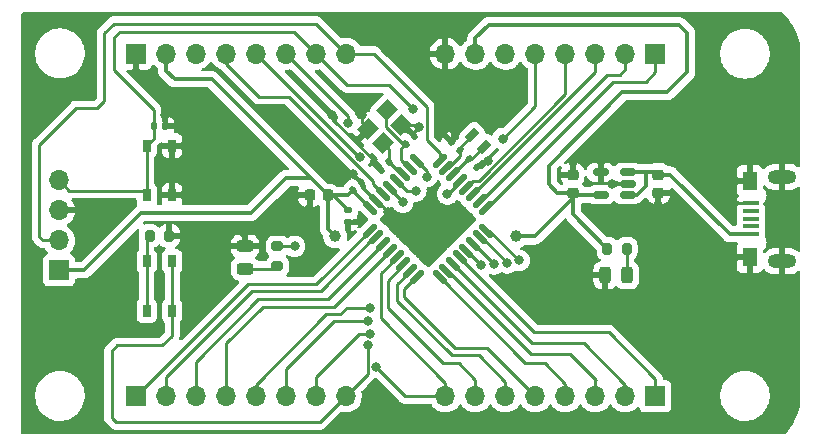
<source format=gtl>
G04 #@! TF.GenerationSoftware,KiCad,Pcbnew,(6.0.7-1)-1*
G04 #@! TF.CreationDate,2023-06-08T21:11:32-04:00*
G04 #@! TF.ProjectId,stm8l151k6t6_board,73746d38-6c31-4353-916b-3674365f626f,rev?*
G04 #@! TF.SameCoordinates,Original*
G04 #@! TF.FileFunction,Copper,L1,Top*
G04 #@! TF.FilePolarity,Positive*
%FSLAX46Y46*%
G04 Gerber Fmt 4.6, Leading zero omitted, Abs format (unit mm)*
G04 Created by KiCad (PCBNEW (6.0.7-1)-1) date 2023-06-08 21:11:32*
%MOMM*%
%LPD*%
G01*
G04 APERTURE LIST*
G04 Aperture macros list*
%AMRoundRect*
0 Rectangle with rounded corners*
0 $1 Rounding radius*
0 $2 $3 $4 $5 $6 $7 $8 $9 X,Y pos of 4 corners*
0 Add a 4 corners polygon primitive as box body*
4,1,4,$2,$3,$4,$5,$6,$7,$8,$9,$2,$3,0*
0 Add four circle primitives for the rounded corners*
1,1,$1+$1,$2,$3*
1,1,$1+$1,$4,$5*
1,1,$1+$1,$6,$7*
1,1,$1+$1,$8,$9*
0 Add four rect primitives between the rounded corners*
20,1,$1+$1,$2,$3,$4,$5,0*
20,1,$1+$1,$4,$5,$6,$7,0*
20,1,$1+$1,$6,$7,$8,$9,0*
20,1,$1+$1,$8,$9,$2,$3,0*%
%AMRotRect*
0 Rectangle, with rotation*
0 The origin of the aperture is its center*
0 $1 length*
0 $2 width*
0 $3 Rotation angle, in degrees counterclockwise*
0 Add horizontal line*
21,1,$1,$2,0,0,$3*%
G04 Aperture macros list end*
G04 #@! TA.AperFunction,SMDPad,CuDef*
%ADD10RoundRect,0.140000X-0.219203X-0.021213X-0.021213X-0.219203X0.219203X0.021213X0.021213X0.219203X0*%
G04 #@! TD*
G04 #@! TA.AperFunction,ComponentPad*
%ADD11R,1.700000X1.700000*%
G04 #@! TD*
G04 #@! TA.AperFunction,ComponentPad*
%ADD12O,1.700000X1.700000*%
G04 #@! TD*
G04 #@! TA.AperFunction,SMDPad,CuDef*
%ADD13RoundRect,0.150000X0.512500X0.150000X-0.512500X0.150000X-0.512500X-0.150000X0.512500X-0.150000X0*%
G04 #@! TD*
G04 #@! TA.AperFunction,SMDPad,CuDef*
%ADD14RoundRect,0.225000X0.225000X0.250000X-0.225000X0.250000X-0.225000X-0.250000X0.225000X-0.250000X0*%
G04 #@! TD*
G04 #@! TA.AperFunction,SMDPad,CuDef*
%ADD15RotRect,1.400000X1.200000X225.000000*%
G04 #@! TD*
G04 #@! TA.AperFunction,SMDPad,CuDef*
%ADD16RoundRect,0.140000X-0.140000X-0.170000X0.140000X-0.170000X0.140000X0.170000X-0.140000X0.170000X0*%
G04 #@! TD*
G04 #@! TA.AperFunction,SMDPad,CuDef*
%ADD17RoundRect,0.140000X0.021213X-0.219203X0.219203X-0.021213X-0.021213X0.219203X-0.219203X0.021213X0*%
G04 #@! TD*
G04 #@! TA.AperFunction,SMDPad,CuDef*
%ADD18RoundRect,0.200000X-0.200000X-0.275000X0.200000X-0.275000X0.200000X0.275000X-0.200000X0.275000X0*%
G04 #@! TD*
G04 #@! TA.AperFunction,SMDPad,CuDef*
%ADD19RoundRect,0.200000X-0.275000X0.200000X-0.275000X-0.200000X0.275000X-0.200000X0.275000X0.200000X0*%
G04 #@! TD*
G04 #@! TA.AperFunction,SMDPad,CuDef*
%ADD20R,1.350013X0.400000*%
G04 #@! TD*
G04 #@! TA.AperFunction,SMDPad,CuDef*
%ADD21R,1.199898X1.600000*%
G04 #@! TD*
G04 #@! TA.AperFunction,ComponentPad*
%ADD22O,2.400000X1.200000*%
G04 #@! TD*
G04 #@! TA.AperFunction,SMDPad,CuDef*
%ADD23RoundRect,0.125000X-0.530330X0.353553X0.353553X-0.530330X0.530330X-0.353553X-0.353553X0.530330X0*%
G04 #@! TD*
G04 #@! TA.AperFunction,SMDPad,CuDef*
%ADD24RoundRect,0.125000X-0.530330X-0.353553X-0.353553X-0.530330X0.530330X0.353553X0.353553X0.530330X0*%
G04 #@! TD*
G04 #@! TA.AperFunction,SMDPad,CuDef*
%ADD25RoundRect,0.225000X0.250000X-0.225000X0.250000X0.225000X-0.250000X0.225000X-0.250000X-0.225000X0*%
G04 #@! TD*
G04 #@! TA.AperFunction,SMDPad,CuDef*
%ADD26RoundRect,0.140000X0.219203X0.021213X0.021213X0.219203X-0.219203X-0.021213X-0.021213X-0.219203X0*%
G04 #@! TD*
G04 #@! TA.AperFunction,SMDPad,CuDef*
%ADD27R,0.700000X1.050013*%
G04 #@! TD*
G04 #@! TA.AperFunction,SMDPad,CuDef*
%ADD28RoundRect,0.243750X-0.243750X-0.456250X0.243750X-0.456250X0.243750X0.456250X-0.243750X0.456250X0*%
G04 #@! TD*
G04 #@! TA.AperFunction,SMDPad,CuDef*
%ADD29RotRect,0.600000X1.100000X135.000000*%
G04 #@! TD*
G04 #@! TA.AperFunction,SMDPad,CuDef*
%ADD30RoundRect,0.140000X-0.170000X0.140000X-0.170000X-0.140000X0.170000X-0.140000X0.170000X0.140000X0*%
G04 #@! TD*
G04 #@! TA.AperFunction,SMDPad,CuDef*
%ADD31RoundRect,0.225000X-0.250000X0.225000X-0.250000X-0.225000X0.250000X-0.225000X0.250000X0.225000X0*%
G04 #@! TD*
G04 #@! TA.AperFunction,SMDPad,CuDef*
%ADD32RoundRect,0.140000X-0.021213X0.219203X-0.219203X0.021213X0.021213X-0.219203X0.219203X-0.021213X0*%
G04 #@! TD*
G04 #@! TA.AperFunction,SMDPad,CuDef*
%ADD33RoundRect,0.243750X-0.456250X0.243750X-0.456250X-0.243750X0.456250X-0.243750X0.456250X0.243750X0*%
G04 #@! TD*
G04 #@! TA.AperFunction,ViaPad*
%ADD34C,0.800000*%
G04 #@! TD*
G04 #@! TA.AperFunction,ViaPad*
%ADD35C,1.000000*%
G04 #@! TD*
G04 #@! TA.AperFunction,Conductor*
%ADD36C,0.350000*%
G04 #@! TD*
G04 #@! TA.AperFunction,Conductor*
%ADD37C,0.250000*%
G04 #@! TD*
G04 APERTURE END LIST*
D10*
X131860589Y-93660589D03*
X132539411Y-94339411D03*
D11*
X147614986Y-84730672D03*
D12*
X145074986Y-84730672D03*
X142534986Y-84730672D03*
X139994986Y-84730672D03*
X137454986Y-84730672D03*
X134914986Y-84730672D03*
X132374986Y-84730672D03*
X129834986Y-84730672D03*
D13*
X145252486Y-96680672D03*
X145252486Y-95730672D03*
X145252486Y-94780672D03*
X142977486Y-94780672D03*
X142977486Y-96680672D03*
D14*
X119889986Y-96730672D03*
X118339986Y-96730672D03*
D15*
X124876777Y-89521142D03*
X123321142Y-91076777D03*
X124523223Y-92278858D03*
X126078858Y-90723223D03*
D16*
X105134986Y-90850000D03*
X106094986Y-90850000D03*
D17*
X122025575Y-96270083D03*
X122704397Y-95591261D03*
D18*
X104789986Y-100150000D03*
X106439986Y-100150000D03*
D19*
X115614986Y-101048172D03*
X115614986Y-102698172D03*
D20*
X155674956Y-100000675D03*
X155674956Y-99350433D03*
X155674956Y-98700192D03*
X155674956Y-98049951D03*
X155674956Y-97399709D03*
D21*
X155600026Y-101980608D03*
X155600026Y-95480736D03*
D22*
X158350090Y-102305729D03*
X158350090Y-95155615D03*
D17*
X126460589Y-92339411D03*
X127139411Y-91660589D03*
D11*
X147614986Y-113730672D03*
D12*
X145074986Y-113730672D03*
X142534986Y-113730672D03*
X139994986Y-113730672D03*
X137454986Y-113730672D03*
X134914986Y-113730672D03*
X132374986Y-113730672D03*
X129834986Y-113730672D03*
D23*
X127392714Y-93798602D03*
X126827029Y-94364288D03*
X126261343Y-94929973D03*
X125695658Y-95495658D03*
X125129972Y-96061344D03*
X124564287Y-96627029D03*
X123998602Y-97192715D03*
X123432916Y-97758400D03*
D24*
X123432916Y-99702944D03*
X123998602Y-100268629D03*
X124564287Y-100834315D03*
X125129972Y-101400000D03*
X125695658Y-101965686D03*
X126261343Y-102531371D03*
X126827029Y-103097056D03*
X127392714Y-103662742D03*
D23*
X129337258Y-103662742D03*
X129902943Y-103097056D03*
X130468629Y-102531371D03*
X131034314Y-101965686D03*
X131600000Y-101400000D03*
X132165685Y-100834315D03*
X132731370Y-100268629D03*
X133297056Y-99702944D03*
D24*
X133297056Y-97758400D03*
X132731370Y-97192715D03*
X132165685Y-96627029D03*
X131600000Y-96061344D03*
X131034314Y-95495658D03*
X130468629Y-94929973D03*
X129902943Y-94364288D03*
X129337258Y-93798602D03*
D25*
X140614986Y-96505672D03*
X140614986Y-94955672D03*
D26*
X131039411Y-92839411D03*
X130360589Y-92160589D03*
D27*
X104540056Y-106500076D03*
X104540056Y-102299924D03*
X106689916Y-106500076D03*
X106689916Y-102299924D03*
D28*
X143364986Y-103480672D03*
X145239986Y-103480672D03*
D29*
X133094975Y-92594975D03*
X132105025Y-91605025D03*
D30*
X121614986Y-98000672D03*
X121614986Y-98960672D03*
D31*
X147864986Y-94955672D03*
X147864986Y-96505672D03*
D18*
X143539986Y-101230672D03*
X145189986Y-101230672D03*
D11*
X103614986Y-84730672D03*
D12*
X106154986Y-84730672D03*
X108694986Y-84730672D03*
X111234986Y-84730672D03*
X113774986Y-84730672D03*
X116314986Y-84730672D03*
X118854986Y-84730672D03*
X121394986Y-84730672D03*
D11*
X103614986Y-113730672D03*
D12*
X106154986Y-113730672D03*
X108694986Y-113730672D03*
X111234986Y-113730672D03*
X113774986Y-113730672D03*
X116314986Y-113730672D03*
X118854986Y-113730672D03*
X121394986Y-113730672D03*
D27*
X106689916Y-92499924D03*
X106689916Y-96700076D03*
X104540056Y-92499924D03*
X104540056Y-96700076D03*
D11*
X97114986Y-103070672D03*
D12*
X97114986Y-100530672D03*
X97114986Y-97990672D03*
X97114986Y-95450672D03*
D32*
X125039411Y-93860589D03*
X124360589Y-94539411D03*
D33*
X112864986Y-101043172D03*
X112864986Y-102918172D03*
D34*
X143900000Y-95800000D03*
X140600000Y-93900000D03*
X154319264Y-95480736D03*
X154300000Y-102000000D03*
X122800000Y-89900000D03*
X118300000Y-97900000D03*
X107700000Y-92500000D03*
X154200291Y-97399709D03*
X125000000Y-98100000D03*
X133400000Y-93800000D03*
X142000000Y-103500000D03*
X142977486Y-93822514D03*
X122700000Y-98900000D03*
X127598500Y-90900000D03*
X107700000Y-100200000D03*
X112800000Y-99900000D03*
X107700000Y-96700000D03*
X120269000Y-89916000D03*
X122000000Y-94900000D03*
X147800000Y-97500000D03*
X130600000Y-91200000D03*
X98890672Y-97990672D03*
X129900000Y-83100000D03*
X103614986Y-86285014D03*
X106100000Y-89900000D03*
D35*
X135800000Y-100200000D03*
X120500000Y-100200000D03*
D34*
X128250000Y-95125000D03*
X127075000Y-89425000D03*
X123975000Y-111275000D03*
X117064986Y-101030672D03*
X121575000Y-90575000D03*
X127325000Y-96350000D03*
X122607681Y-93492319D03*
X126225000Y-97300000D03*
X123475000Y-106250000D03*
X132864986Y-102630672D03*
X123275000Y-107325000D03*
X133964986Y-102530672D03*
X135064986Y-102430672D03*
X123475000Y-108450000D03*
X136064986Y-102230672D03*
X123240476Y-109421599D03*
X130000000Y-96600000D03*
X134675000Y-91925000D03*
D36*
X148855672Y-94955672D02*
X153900675Y-100000675D01*
X147689986Y-94780672D02*
X147864986Y-94955672D01*
X146019328Y-96680672D02*
X146800000Y-95900000D01*
X147864986Y-94955672D02*
X148855672Y-94955672D01*
X145252486Y-94780672D02*
X146719328Y-94780672D01*
X153900675Y-100000675D02*
X155674956Y-100000675D01*
X145252486Y-96680672D02*
X146019328Y-96680672D01*
X146719328Y-94780672D02*
X147689986Y-94780672D01*
X146800000Y-94861344D02*
X146719328Y-94780672D01*
X146800000Y-95900000D02*
X146800000Y-94861344D01*
D37*
X154519392Y-101980608D02*
X154500000Y-102000000D01*
X130360589Y-92160589D02*
X130360589Y-91439411D01*
X132539411Y-94339411D02*
X132860589Y-94339411D01*
X140614986Y-93914986D02*
X140600000Y-93900000D01*
X124360589Y-94323865D02*
X123718362Y-93681638D01*
X122439328Y-98960672D02*
X122500000Y-98900000D01*
X97114986Y-97990672D02*
X98890672Y-97990672D01*
X142977486Y-94780672D02*
X142977486Y-93822514D01*
X103614986Y-84730672D02*
X103614986Y-86285014D01*
X130360589Y-91439411D02*
X130600000Y-91200000D01*
X154200000Y-97400000D02*
X154200291Y-97399709D01*
X127139411Y-91660589D02*
X127139411Y-91359089D01*
X106094986Y-90850000D02*
X106094986Y-89905014D01*
X122800000Y-90555635D02*
X122800000Y-89900000D01*
X112864986Y-101043172D02*
X112864986Y-99964986D01*
X106439986Y-100150000D02*
X107550000Y-100150000D01*
X121614986Y-98960672D02*
X122439328Y-98960672D01*
X107699924Y-96700076D02*
X107700000Y-96700000D01*
X123718362Y-93681638D02*
X123718362Y-93680932D01*
X155600026Y-95480736D02*
X154319264Y-95480736D01*
X106689916Y-96700076D02*
X107699924Y-96700076D01*
X107550000Y-100150000D02*
X107600000Y-100200000D01*
X123321142Y-91076777D02*
X122800000Y-90555635D01*
X147864986Y-96505672D02*
X147864986Y-97435014D01*
X133300000Y-93900000D02*
X133400000Y-93800000D01*
X118339986Y-96730672D02*
X118339986Y-97860014D01*
X143364986Y-103480672D02*
X142019328Y-103480672D01*
X120269000Y-90170000D02*
X120269000Y-89916000D01*
X155674956Y-97399709D02*
X154200291Y-97399709D01*
X127700000Y-90900000D02*
X127598500Y-90900000D01*
X122500000Y-98900000D02*
X122700000Y-98900000D01*
X122704397Y-95898510D02*
X123998602Y-97192715D01*
X118339986Y-97860014D02*
X118300000Y-97900000D01*
X107699924Y-92499924D02*
X107700000Y-92500000D01*
X132860589Y-94339411D02*
X133300000Y-93900000D01*
X123718362Y-93680932D02*
X120269000Y-90231570D01*
X107600000Y-100200000D02*
X107700000Y-100200000D01*
X124360589Y-94539411D02*
X124360589Y-94323865D01*
X140614986Y-94955672D02*
X140614986Y-93914986D01*
X106094986Y-89905014D02*
X106100000Y-89900000D01*
X127523223Y-90723223D02*
X127700000Y-90900000D01*
X124092715Y-97192715D02*
X125000000Y-98100000D01*
X112864986Y-99964986D02*
X112800000Y-99900000D01*
X129834986Y-84730672D02*
X129834986Y-83165014D01*
X103600000Y-86300000D02*
X103614986Y-86285014D01*
X122691261Y-95591261D02*
X122000000Y-94900000D01*
X154300000Y-95500000D02*
X154319264Y-95480736D01*
X122704397Y-95591261D02*
X122691261Y-95591261D01*
X98900000Y-98000000D02*
X98890672Y-97990672D01*
X155600026Y-101980608D02*
X154519392Y-101980608D01*
X147864986Y-97435014D02*
X147800000Y-97500000D01*
X122704397Y-95591261D02*
X122704397Y-95898510D01*
X106689916Y-92499924D02*
X107699924Y-92499924D01*
X143000000Y-93800000D02*
X142977486Y-93822514D01*
X129834986Y-83165014D02*
X129900000Y-83100000D01*
X145252486Y-95730672D02*
X143969328Y-95730672D01*
X143969328Y-95730672D02*
X143900000Y-95800000D01*
X142019328Y-103480672D02*
X142000000Y-103500000D01*
X127139411Y-91359089D02*
X127598500Y-90900000D01*
X120269000Y-90231570D02*
X120269000Y-90170000D01*
X154500000Y-102000000D02*
X154300000Y-102000000D01*
X123998602Y-97192715D02*
X124092715Y-97192715D01*
X126078858Y-90723223D02*
X127523223Y-90723223D01*
D36*
X116329657Y-95270343D02*
X118429657Y-95270343D01*
X139305672Y-96505672D02*
X138600000Y-95800000D01*
X119889986Y-96730672D02*
X121564986Y-96730672D01*
X133500000Y-82300000D02*
X132374986Y-83425014D01*
X138600000Y-94200000D02*
X144800000Y-88000000D01*
X140809314Y-96700000D02*
X142958158Y-96700000D01*
X120344986Y-96730672D02*
X121614986Y-98000672D01*
X150300000Y-86300000D02*
X150300000Y-83000000D01*
X138600000Y-95800000D02*
X138600000Y-94200000D01*
D37*
X121584986Y-98030672D02*
X121614986Y-98000672D01*
D36*
X149600000Y-82300000D02*
X133500000Y-82300000D01*
X140614986Y-98305672D02*
X143539986Y-101230672D01*
X106154986Y-86154986D02*
X106154986Y-84730672D01*
X106900000Y-86900000D02*
X106154986Y-86154986D01*
X150300000Y-83000000D02*
X149600000Y-82300000D01*
X104100000Y-98200000D02*
X113400000Y-98200000D01*
X119889986Y-96730672D02*
X118429657Y-95270343D01*
X132374986Y-83425014D02*
X132374986Y-84730672D01*
X120464986Y-100164986D02*
X120500000Y-100200000D01*
X121564986Y-96730672D02*
X122025575Y-96270083D01*
X122025575Y-96270083D02*
X122025575Y-96351059D01*
X140614986Y-96985014D02*
X140614986Y-96505672D01*
X140614986Y-96505672D02*
X140614986Y-98305672D01*
X148600000Y-88000000D02*
X150300000Y-86300000D01*
X140614986Y-96505672D02*
X139305672Y-96505672D01*
X140614986Y-96505672D02*
X140809314Y-96700000D01*
X97114986Y-103070672D02*
X99229328Y-103070672D01*
X137400000Y-100200000D02*
X140614986Y-96985014D01*
X99229328Y-103070672D02*
X104100000Y-98200000D01*
X137400000Y-100200000D02*
X135800000Y-100200000D01*
X110059314Y-86900000D02*
X106900000Y-86900000D01*
X119889986Y-99555672D02*
X120464986Y-100130672D01*
X142958158Y-96700000D02*
X142977486Y-96680672D01*
X113400000Y-98200000D02*
X116329657Y-95270343D01*
X120464986Y-100130672D02*
X120464986Y-100164986D01*
X119889986Y-96730672D02*
X120344986Y-96730672D01*
X122025575Y-96351059D02*
X123432916Y-97758400D01*
X119889986Y-96730672D02*
X119889986Y-99555672D01*
X118429657Y-95270343D02*
X110059314Y-86900000D01*
X144800000Y-88000000D02*
X148600000Y-88000000D01*
D37*
X127075000Y-89425000D02*
X125050000Y-87400000D01*
X97995062Y-96330748D02*
X104540056Y-96330748D01*
X127392714Y-93798602D02*
X127398602Y-93798602D01*
X125050000Y-87400000D02*
X121524314Y-87400000D01*
X117000000Y-82875686D02*
X118854986Y-84730672D01*
X101775000Y-86125000D02*
X101775000Y-83350000D01*
X101775000Y-83350000D02*
X102275000Y-82850000D01*
X102275000Y-82850000D02*
X117000000Y-82850000D01*
X128250000Y-94650000D02*
X128250000Y-95125000D01*
X105134986Y-89484986D02*
X101775000Y-86125000D01*
X127398602Y-93798602D02*
X128250000Y-94650000D01*
X104540056Y-96700076D02*
X104540056Y-92499924D01*
X97114986Y-95450672D02*
X97995062Y-96330748D01*
X117000000Y-82850000D02*
X117000000Y-82875686D01*
X105134986Y-90850000D02*
X105134986Y-89484986D01*
X105134986Y-90850000D02*
X105134986Y-91904994D01*
X105134986Y-91904994D02*
X104540056Y-92499924D01*
X121524314Y-87400000D02*
X118854986Y-84730672D01*
X145189986Y-101230672D02*
X145189986Y-103430672D01*
X145189986Y-103430672D02*
X145239986Y-103480672D01*
X112864986Y-102918172D02*
X115394986Y-102918172D01*
X115394986Y-102918172D02*
X115614986Y-102698172D01*
X125695658Y-101965686D02*
X125695658Y-102100000D01*
X125695658Y-102000000D02*
X124364986Y-103330672D01*
X117047486Y-101048172D02*
X117064986Y-101030672D01*
X126430672Y-113730672D02*
X129834986Y-113730672D01*
X115614986Y-101048172D02*
X117047486Y-101048172D01*
X125695658Y-101965686D02*
X125629972Y-101965686D01*
X123975000Y-111275000D02*
X126430672Y-113730672D01*
X125695658Y-101965686D02*
X125695658Y-102000000D01*
X124364986Y-103330672D02*
X124364986Y-107130672D01*
X124364986Y-107130672D02*
X129834986Y-112600672D01*
X129834986Y-112600672D02*
X129834986Y-113730672D01*
X126764288Y-94364288D02*
X126100000Y-93700000D01*
X124800000Y-89597919D02*
X124876777Y-89521142D01*
X126100000Y-93700000D02*
X126100000Y-92700000D01*
X126239411Y-92339411D02*
X124800000Y-90900000D01*
X124800000Y-90900000D02*
X124800000Y-89597919D01*
X126827029Y-94364288D02*
X126764288Y-94364288D01*
X126460589Y-92339411D02*
X126239411Y-92339411D01*
X126100000Y-92700000D02*
X126460589Y-92339411D01*
X131739411Y-93660589D02*
X131860589Y-93660589D01*
X130468629Y-94929973D02*
X130470027Y-94929973D01*
X131860589Y-93660589D02*
X132029361Y-93660589D01*
X132029361Y-93660589D02*
X133094975Y-92594975D01*
X130470027Y-94929973D02*
X131739411Y-93660589D01*
X121575000Y-90575000D02*
X121575000Y-89990686D01*
X125695658Y-95495658D02*
X126550000Y-96350000D01*
X121575000Y-89990686D02*
X116314986Y-84730672D01*
X126550000Y-96350000D02*
X127325000Y-96350000D01*
X125129972Y-96061344D02*
X125129972Y-96204972D01*
X125129972Y-96204972D02*
X126225000Y-97300000D01*
X122544314Y-93500000D02*
X113774986Y-84730672D01*
X122544314Y-93500000D02*
X122600000Y-93500000D01*
X122600000Y-93500000D02*
X122607681Y-93492319D01*
X123698000Y-95758000D02*
X123698000Y-95504000D01*
X123698000Y-95504000D02*
X116586000Y-88392000D01*
X124564287Y-96627029D02*
X124564287Y-96624287D01*
X114046000Y-88392000D02*
X111234986Y-85580986D01*
X116586000Y-88392000D02*
X114046000Y-88392000D01*
X124564287Y-96624287D02*
X123698000Y-95758000D01*
X111234986Y-85580986D02*
X111234986Y-84730672D01*
X103614986Y-113730672D02*
X113114986Y-104230672D01*
X113114986Y-104230672D02*
X118905188Y-104230672D01*
X118905188Y-104230672D02*
X123432916Y-99702944D01*
X119264986Y-104830672D02*
X113464986Y-104830672D01*
X113464986Y-104830672D02*
X106154986Y-112140672D01*
X123998602Y-100268629D02*
X123827029Y-100268629D01*
X106154986Y-112140672D02*
X106154986Y-113730672D01*
X123827029Y-100268629D02*
X119264986Y-104830672D01*
X119867930Y-105530672D02*
X124564287Y-100834315D01*
X108694986Y-113730672D02*
X108694986Y-110800672D01*
X108694986Y-110800672D02*
X113964986Y-105530672D01*
X113964986Y-105530672D02*
X119867930Y-105530672D01*
X111234986Y-113730672D02*
X111234986Y-109260672D01*
X120399300Y-106130672D02*
X125129972Y-101400000D01*
X114364986Y-106130672D02*
X120399300Y-106130672D01*
X111234986Y-109260672D02*
X114364986Y-106130672D01*
X124964986Y-106230672D02*
X129664986Y-110930672D01*
X129664986Y-110930672D02*
X130964986Y-110930672D01*
X126261343Y-102531371D02*
X126261343Y-102634315D01*
X130964986Y-110930672D02*
X132374986Y-112340672D01*
X132374986Y-112340672D02*
X132374986Y-113730672D01*
X124964986Y-103930672D02*
X124964986Y-106230672D01*
X126261343Y-102634315D02*
X124964986Y-103930672D01*
X125764986Y-104230672D02*
X125764986Y-105630672D01*
X132664986Y-110230672D02*
X134914986Y-112480672D01*
X125764986Y-105630672D02*
X130364986Y-110230672D01*
X126827029Y-103097056D02*
X126827029Y-103168629D01*
X134914986Y-112480672D02*
X134914986Y-113730672D01*
X126827029Y-103168629D02*
X125764986Y-104230672D01*
X130364986Y-110230672D02*
X132664986Y-110230672D01*
X133354986Y-109630672D02*
X137454986Y-113730672D01*
X126364986Y-104630672D02*
X126364986Y-105330672D01*
X126364986Y-105330672D02*
X130664986Y-109630672D01*
X130664986Y-109630672D02*
X133354986Y-109630672D01*
X127332916Y-103662742D02*
X126364986Y-104630672D01*
X127392714Y-103662742D02*
X127332916Y-103662742D01*
X129337258Y-103662742D02*
X136605188Y-110930672D01*
X138264986Y-110930672D02*
X139994986Y-112660672D01*
X139994986Y-112660672D02*
X139994986Y-113730672D01*
X136605188Y-110930672D02*
X138264986Y-110930672D01*
X140364986Y-110130672D02*
X142564986Y-112330672D01*
X142564986Y-112330672D02*
X142534986Y-112360672D01*
X129902943Y-103097056D02*
X130031370Y-103097056D01*
X137064986Y-110130672D02*
X140364986Y-110130672D01*
X130031370Y-103097056D02*
X137064986Y-110130672D01*
X142534986Y-112360672D02*
X142534986Y-113730672D01*
X130468629Y-102531371D02*
X130468629Y-102534315D01*
X137164986Y-109230672D02*
X141564986Y-109230672D01*
X130468629Y-102534315D02*
X137164986Y-109230672D01*
X145074986Y-112740672D02*
X145074986Y-113730672D01*
X141564986Y-109230672D02*
X145074986Y-112740672D01*
X131034314Y-101965686D02*
X131034314Y-102000000D01*
X147614986Y-112280672D02*
X147614986Y-113730672D01*
X143664986Y-108330672D02*
X147614986Y-112280672D01*
X137364986Y-108330672D02*
X143664986Y-108330672D01*
X131034314Y-102000000D02*
X137364986Y-108330672D01*
X123475000Y-106250000D02*
X121475000Y-106250000D01*
X120925000Y-106800000D02*
X119725000Y-106800000D01*
X113774986Y-112750014D02*
X113774986Y-113730672D01*
X131634314Y-101400000D02*
X132864986Y-102630672D01*
X119725000Y-106800000D02*
X113774986Y-112750014D01*
X131600000Y-101400000D02*
X131634314Y-101400000D01*
X121475000Y-106250000D02*
X120925000Y-106800000D01*
X132268629Y-100834315D02*
X133964986Y-102530672D01*
X132165685Y-100834315D02*
X132268629Y-100834315D01*
X116314986Y-111410014D02*
X116314986Y-113730672D01*
X120400000Y-107325000D02*
X116314986Y-111410014D01*
X123275000Y-107325000D02*
X120400000Y-107325000D01*
X122475000Y-108475000D02*
X118854986Y-112095014D01*
X123475000Y-108450000D02*
X123450000Y-108475000D01*
X132731370Y-100268629D02*
X132902943Y-100268629D01*
X132902943Y-100268629D02*
X135064986Y-102430672D01*
X123450000Y-108475000D02*
X122475000Y-108475000D01*
X118854986Y-112095014D02*
X118854986Y-113730672D01*
X101564986Y-115530672D02*
X101964986Y-115930672D01*
X106689916Y-108605742D02*
X105864986Y-109430672D01*
X101964986Y-115930672D02*
X119194986Y-115930672D01*
X133537258Y-99702944D02*
X136064986Y-102230672D01*
X119194986Y-115930672D02*
X121394986Y-113730672D01*
X106689916Y-102299924D02*
X106689916Y-106500076D01*
X133297056Y-99702944D02*
X133537258Y-99702944D01*
X102064986Y-109430672D02*
X101564986Y-109930672D01*
X106689916Y-106500076D02*
X106689916Y-108605742D01*
X101564986Y-109930672D02*
X101564986Y-115530672D01*
X123240476Y-109421599D02*
X123240476Y-111885182D01*
X123240476Y-111885182D02*
X121394986Y-113730672D01*
X105864986Y-109430672D02*
X102064986Y-109430672D01*
X146800000Y-87100000D02*
X147614986Y-86285014D01*
X147614986Y-86285014D02*
X147614986Y-84730672D01*
X133341600Y-97758400D02*
X144000000Y-87100000D01*
X144000000Y-87100000D02*
X146800000Y-87100000D01*
X133297056Y-97758400D02*
X133341600Y-97758400D01*
X132807285Y-97192715D02*
X143500000Y-86500000D01*
X144600000Y-86500000D02*
X145074986Y-86025014D01*
X132731370Y-97192715D02*
X132807285Y-97192715D01*
X145074986Y-86025014D02*
X145074986Y-84730672D01*
X143500000Y-86500000D02*
X144600000Y-86500000D01*
X132165685Y-96627029D02*
X132172971Y-96627029D01*
X132172971Y-96627029D02*
X142534986Y-86265014D01*
X132165685Y-96627029D02*
X132368629Y-96627029D01*
X142534986Y-86265014D02*
X142534986Y-84730672D01*
X131638656Y-96061344D02*
X132200000Y-95500000D01*
X139994986Y-88168618D02*
X139994986Y-84730672D01*
X131600000Y-96061344D02*
X131638656Y-96061344D01*
X132200000Y-95500000D02*
X132663604Y-95500000D01*
X132663604Y-95500000D02*
X139994986Y-88168618D01*
X137454986Y-89145014D02*
X137454986Y-84730672D01*
X131034314Y-95495658D02*
X131034314Y-95565686D01*
X134675000Y-91925000D02*
X137454986Y-89145014D01*
X130200000Y-96400000D02*
X130000000Y-96600000D01*
X131034314Y-95495658D02*
X131100000Y-95495658D01*
X131034314Y-95565686D02*
X130200000Y-96400000D01*
X100364986Y-89330672D02*
X100964986Y-88730672D01*
X123764986Y-84730672D02*
X121394986Y-84730672D01*
X128270000Y-89235686D02*
X123764986Y-84730672D01*
X101778590Y-82180672D02*
X118844986Y-82180672D01*
X128270000Y-92075000D02*
X128270000Y-89235686D01*
X129337258Y-93142258D02*
X128270000Y-92075000D01*
X98564986Y-89330672D02*
X100364986Y-89330672D01*
X95464986Y-100230672D02*
X95464986Y-92430672D01*
X95764986Y-100530672D02*
X95464986Y-100230672D01*
X97114986Y-100530672D02*
X95764986Y-100530672D01*
X118844986Y-82180672D02*
X121394986Y-84730672D01*
X129337258Y-93798602D02*
X129337258Y-93142258D01*
X95464986Y-92430672D02*
X98564986Y-89330672D01*
X100964986Y-82994276D02*
X101778590Y-82180672D01*
X100964986Y-88730672D02*
X100964986Y-82994276D01*
X104540056Y-100399930D02*
X104789986Y-100150000D01*
X104540056Y-102299924D02*
X104540056Y-100399930D01*
X104540056Y-102299924D02*
X104540056Y-106500076D01*
X125039411Y-93860589D02*
X125039411Y-92795046D01*
X126108795Y-94929973D02*
X125039411Y-93860589D01*
X125039411Y-92795046D02*
X124523223Y-92278858D01*
X126261343Y-94929973D02*
X126108795Y-94929973D01*
X130035712Y-94364288D02*
X131039411Y-93360589D01*
X131039411Y-92670639D02*
X132105025Y-91605025D01*
X131039411Y-92839411D02*
X131039411Y-92670639D01*
X131039411Y-93360589D02*
X131039411Y-92839411D01*
X129902943Y-94364288D02*
X129902943Y-94292715D01*
X129902943Y-94364288D02*
X130035712Y-94364288D01*
G04 #@! TA.AperFunction,Conductor*
G36*
X158341050Y-81223502D02*
G01*
X158358054Y-81236603D01*
X158513335Y-81378893D01*
X158521107Y-81386665D01*
X158550653Y-81418908D01*
X158790189Y-81680315D01*
X158797241Y-81688718D01*
X158908411Y-81833598D01*
X159039707Y-82004707D01*
X159046011Y-82013711D01*
X159260004Y-82349613D01*
X159265494Y-82359122D01*
X159449409Y-82712418D01*
X159454042Y-82722353D01*
X159605594Y-83088231D01*
X159606465Y-83090334D01*
X159610221Y-83100655D01*
X159709542Y-83415661D01*
X159729987Y-83480504D01*
X159732830Y-83491115D01*
X159819037Y-83879968D01*
X159820943Y-83890773D01*
X159869630Y-84260594D01*
X159872929Y-84285655D01*
X159873887Y-84296604D01*
X159886269Y-84580184D01*
X159889603Y-84656552D01*
X159888223Y-84681429D01*
X159886309Y-84693724D01*
X159887473Y-84702626D01*
X159887473Y-84702628D01*
X159890436Y-84725283D01*
X159891500Y-84741621D01*
X159891500Y-94227908D01*
X159871498Y-94296029D01*
X159817842Y-94342522D01*
X159747568Y-94352626D01*
X159678370Y-94318926D01*
X159644265Y-94286278D01*
X159634894Y-94278877D01*
X159467349Y-94170694D01*
X159456745Y-94165198D01*
X159271778Y-94090654D01*
X159260320Y-94087260D01*
X159063162Y-94048758D01*
X159054299Y-94047681D01*
X159051590Y-94047615D01*
X158622205Y-94047615D01*
X158606966Y-94052090D01*
X158605761Y-94053480D01*
X158604090Y-94061163D01*
X158604090Y-96245500D01*
X158608565Y-96260739D01*
X158609955Y-96261944D01*
X158617638Y-96263615D01*
X158999922Y-96263615D01*
X159005898Y-96263330D01*
X159154584Y-96249144D01*
X159166318Y-96246885D01*
X159357689Y-96190743D01*
X159368765Y-96186313D01*
X159546068Y-96094996D01*
X159556114Y-96088546D01*
X159687667Y-95985210D01*
X159753593Y-95958860D01*
X159823299Y-95972335D01*
X159874654Y-96021357D01*
X159891500Y-96084296D01*
X159891500Y-101378022D01*
X159871498Y-101446143D01*
X159817842Y-101492636D01*
X159747568Y-101502740D01*
X159678370Y-101469040D01*
X159644265Y-101436392D01*
X159634894Y-101428991D01*
X159467349Y-101320808D01*
X159456745Y-101315312D01*
X159271778Y-101240768D01*
X159260320Y-101237374D01*
X159063162Y-101198872D01*
X159054299Y-101197795D01*
X159051590Y-101197729D01*
X158622205Y-101197729D01*
X158606966Y-101202204D01*
X158605761Y-101203594D01*
X158604090Y-101211277D01*
X158604090Y-103395614D01*
X158608565Y-103410853D01*
X158609955Y-103412058D01*
X158617638Y-103413729D01*
X158999922Y-103413729D01*
X159005898Y-103413444D01*
X159154584Y-103399258D01*
X159166318Y-103396999D01*
X159357689Y-103340857D01*
X159368765Y-103336427D01*
X159546068Y-103245110D01*
X159556114Y-103238660D01*
X159687667Y-103135324D01*
X159753593Y-103108974D01*
X159823299Y-103122449D01*
X159874654Y-103171471D01*
X159891500Y-103234410D01*
X159891500Y-113650633D01*
X159890000Y-113670018D01*
X159887690Y-113684851D01*
X159887690Y-113684855D01*
X159886309Y-113693724D01*
X159888984Y-113714183D01*
X159889928Y-113736007D01*
X159884742Y-113854784D01*
X159873887Y-114103395D01*
X159872929Y-114114345D01*
X159832119Y-114424337D01*
X159820944Y-114509219D01*
X159819037Y-114520032D01*
X159732832Y-114908879D01*
X159729987Y-114919495D01*
X159610907Y-115297172D01*
X159610224Y-115299337D01*
X159606468Y-115309658D01*
X159457470Y-115669372D01*
X159454046Y-115677638D01*
X159449409Y-115687582D01*
X159265494Y-116040878D01*
X159260004Y-116050387D01*
X159046011Y-116386289D01*
X159039707Y-116395293D01*
X159020064Y-116420893D01*
X158797241Y-116711282D01*
X158790181Y-116719694D01*
X158647295Y-116875625D01*
X158586527Y-116912335D01*
X158554399Y-116916500D01*
X94029500Y-116916500D01*
X93961379Y-116896498D01*
X93914886Y-116842842D01*
X93903500Y-116790500D01*
X93903500Y-113832703D01*
X95090743Y-113832703D01*
X95128268Y-114117734D01*
X95204129Y-114395036D01*
X95205813Y-114398984D01*
X95310236Y-114643798D01*
X95316923Y-114659476D01*
X95464561Y-114906161D01*
X95644313Y-115130528D01*
X95677892Y-115162393D01*
X95822201Y-115299337D01*
X95852851Y-115328423D01*
X95875787Y-115344904D01*
X96061716Y-115478508D01*
X96086317Y-115496186D01*
X96090112Y-115498195D01*
X96090113Y-115498196D01*
X96111869Y-115509715D01*
X96340392Y-115630712D01*
X96468623Y-115677638D01*
X96495849Y-115687601D01*
X96610373Y-115729511D01*
X96891264Y-115790755D01*
X96919841Y-115793004D01*
X97114282Y-115808307D01*
X97114291Y-115808307D01*
X97116739Y-115808500D01*
X97272271Y-115808500D01*
X97274407Y-115808354D01*
X97274418Y-115808354D01*
X97482548Y-115794165D01*
X97482554Y-115794164D01*
X97486825Y-115793873D01*
X97491020Y-115793004D01*
X97491022Y-115793004D01*
X97627584Y-115764723D01*
X97768342Y-115735574D01*
X98039343Y-115639607D01*
X98165558Y-115574463D01*
X98291005Y-115509715D01*
X98291006Y-115509715D01*
X98294812Y-115507750D01*
X98298313Y-115505289D01*
X98298317Y-115505287D01*
X98412417Y-115425096D01*
X98530023Y-115342441D01*
X98649149Y-115231742D01*
X98737479Y-115149661D01*
X98737481Y-115149658D01*
X98740622Y-115146740D01*
X98922713Y-114924268D01*
X99072927Y-114679142D01*
X99094466Y-114630076D01*
X99186757Y-114419830D01*
X99188483Y-114415898D01*
X99267244Y-114139406D01*
X99307751Y-113854784D01*
X99307845Y-113836951D01*
X99309235Y-113571583D01*
X99309235Y-113571576D01*
X99309257Y-113567297D01*
X99271732Y-113282266D01*
X99195871Y-113004964D01*
X99152503Y-112903289D01*
X99084763Y-112744476D01*
X99084761Y-112744472D01*
X99083077Y-112740524D01*
X98977506Y-112564128D01*
X98937643Y-112497521D01*
X98937640Y-112497517D01*
X98935439Y-112493839D01*
X98755687Y-112269472D01*
X98608440Y-112129740D01*
X98550258Y-112074527D01*
X98550255Y-112074525D01*
X98547149Y-112071577D01*
X98336886Y-111920487D01*
X98317172Y-111906321D01*
X98317171Y-111906320D01*
X98313683Y-111903814D01*
X98291843Y-111892250D01*
X98230846Y-111859954D01*
X98059608Y-111769288D01*
X97802621Y-111675244D01*
X97793658Y-111671964D01*
X97793656Y-111671963D01*
X97789627Y-111670489D01*
X97508736Y-111609245D01*
X97477685Y-111606801D01*
X97285718Y-111591693D01*
X97285709Y-111591693D01*
X97283261Y-111591500D01*
X97127729Y-111591500D01*
X97125593Y-111591646D01*
X97125582Y-111591646D01*
X96917452Y-111605835D01*
X96917446Y-111605836D01*
X96913175Y-111606127D01*
X96908980Y-111606996D01*
X96908978Y-111606996D01*
X96832770Y-111622778D01*
X96631658Y-111664426D01*
X96360657Y-111760393D01*
X96356848Y-111762359D01*
X96152889Y-111867630D01*
X96105188Y-111892250D01*
X96101687Y-111894711D01*
X96101683Y-111894713D01*
X96041111Y-111937284D01*
X95869977Y-112057559D01*
X95857084Y-112069540D01*
X95664279Y-112248706D01*
X95659378Y-112253260D01*
X95477287Y-112475732D01*
X95327073Y-112720858D01*
X95325347Y-112724791D01*
X95325346Y-112724792D01*
X95246991Y-112903289D01*
X95211517Y-112984102D01*
X95210342Y-112988229D01*
X95210341Y-112988230D01*
X95185006Y-113077170D01*
X95132756Y-113260594D01*
X95092249Y-113545216D01*
X95092227Y-113549505D01*
X95092226Y-113549512D01*
X95090911Y-113800580D01*
X95090743Y-113832703D01*
X93903500Y-113832703D01*
X93903500Y-92410615D01*
X94826766Y-92410615D01*
X94827512Y-92418507D01*
X94830927Y-92454633D01*
X94831486Y-92466491D01*
X94831486Y-100151905D01*
X94830959Y-100163088D01*
X94829284Y-100170581D01*
X94829533Y-100178505D01*
X94829533Y-100178507D01*
X94831424Y-100238648D01*
X94831486Y-100242607D01*
X94831486Y-100270528D01*
X94831983Y-100274462D01*
X94831983Y-100274463D01*
X94831991Y-100274528D01*
X94832924Y-100286365D01*
X94834313Y-100330561D01*
X94839357Y-100347923D01*
X94839964Y-100350011D01*
X94843973Y-100369372D01*
X94844911Y-100376793D01*
X94846512Y-100389469D01*
X94849431Y-100396840D01*
X94849431Y-100396842D01*
X94862790Y-100430584D01*
X94866635Y-100441814D01*
X94874004Y-100467179D01*
X94878968Y-100484265D01*
X94883001Y-100491084D01*
X94883003Y-100491089D01*
X94889279Y-100501700D01*
X94897974Y-100519448D01*
X94905434Y-100538289D01*
X94910096Y-100544705D01*
X94910096Y-100544706D01*
X94931422Y-100574059D01*
X94937938Y-100583979D01*
X94960444Y-100622034D01*
X94966050Y-100627641D01*
X94974766Y-100636357D01*
X94987606Y-100651390D01*
X94999514Y-100667779D01*
X95010381Y-100676769D01*
X95033579Y-100695960D01*
X95042360Y-100703950D01*
X95261339Y-100922930D01*
X95268873Y-100931209D01*
X95272986Y-100937690D01*
X95279626Y-100943925D01*
X95322638Y-100984316D01*
X95325480Y-100987071D01*
X95345216Y-101006807D01*
X95348413Y-101009287D01*
X95357433Y-101016990D01*
X95389665Y-101047258D01*
X95396611Y-101051077D01*
X95396614Y-101051079D01*
X95407420Y-101057020D01*
X95423939Y-101067871D01*
X95439945Y-101080286D01*
X95447214Y-101083431D01*
X95447218Y-101083434D01*
X95480523Y-101097846D01*
X95491173Y-101103063D01*
X95529926Y-101124367D01*
X95548446Y-101129122D01*
X95549548Y-101129405D01*
X95568252Y-101135809D01*
X95568546Y-101135936D01*
X95586841Y-101143853D01*
X95594664Y-101145092D01*
X95594674Y-101145095D01*
X95630510Y-101150771D01*
X95642130Y-101153177D01*
X95677275Y-101162200D01*
X95684956Y-101164172D01*
X95705210Y-101164172D01*
X95724920Y-101165723D01*
X95744929Y-101168892D01*
X95752821Y-101168146D01*
X95788947Y-101164731D01*
X95800805Y-101164172D01*
X95839260Y-101164172D01*
X95907381Y-101184174D01*
X95946693Y-101224337D01*
X96014973Y-101335760D01*
X96161236Y-101504610D01*
X96165216Y-101507914D01*
X96169967Y-101511859D01*
X96209602Y-101570762D01*
X96211099Y-101641743D01*
X96173983Y-101702265D01*
X96133711Y-101726784D01*
X96093419Y-101741889D01*
X96018281Y-101770057D01*
X95901725Y-101857411D01*
X95814371Y-101973967D01*
X95763241Y-102110356D01*
X95756486Y-102172538D01*
X95756486Y-103968806D01*
X95763241Y-104030988D01*
X95814371Y-104167377D01*
X95901725Y-104283933D01*
X96018281Y-104371287D01*
X96154670Y-104422417D01*
X96216852Y-104429172D01*
X98013120Y-104429172D01*
X98075302Y-104422417D01*
X98211691Y-104371287D01*
X98328247Y-104283933D01*
X98415601Y-104167377D01*
X98466731Y-104030988D01*
X98473486Y-103968806D01*
X98473486Y-103880172D01*
X98493488Y-103812051D01*
X98547144Y-103765558D01*
X98599486Y-103754172D01*
X99201283Y-103754172D01*
X99209852Y-103754464D01*
X99257786Y-103757732D01*
X99257790Y-103757732D01*
X99265362Y-103758248D01*
X99272839Y-103756943D01*
X99272842Y-103756943D01*
X99325975Y-103747670D01*
X99332499Y-103746707D01*
X99386019Y-103740230D01*
X99393563Y-103739317D01*
X99400673Y-103736630D01*
X99405576Y-103735426D01*
X99416062Y-103732558D01*
X99420854Y-103731111D01*
X99428332Y-103729806D01*
X99435285Y-103726754D01*
X99484669Y-103705077D01*
X99490774Y-103702586D01*
X99541210Y-103683527D01*
X99541213Y-103683525D01*
X99548317Y-103680841D01*
X99554574Y-103676541D01*
X99559042Y-103674205D01*
X99568488Y-103668947D01*
X99572854Y-103666365D01*
X99579813Y-103663310D01*
X99628632Y-103625849D01*
X99633951Y-103621986D01*
X99678393Y-103591441D01*
X99684654Y-103587138D01*
X99724561Y-103542348D01*
X99729541Y-103537074D01*
X103692803Y-99573812D01*
X103755115Y-99539786D01*
X103825930Y-99544851D01*
X103882766Y-99587398D01*
X103907577Y-99653918D01*
X103902132Y-99700586D01*
X103888233Y-99744938D01*
X103881486Y-99818365D01*
X103881487Y-100481634D01*
X103881750Y-100484492D01*
X103881750Y-100484501D01*
X103887282Y-100544706D01*
X103888233Y-100555062D01*
X103890231Y-100561437D01*
X103890231Y-100561438D01*
X103900790Y-100595131D01*
X103906556Y-100632811D01*
X103906556Y-101288852D01*
X103886554Y-101356973D01*
X103856124Y-101389676D01*
X103826795Y-101411657D01*
X103739441Y-101528213D01*
X103688311Y-101664602D01*
X103681556Y-101726784D01*
X103681556Y-102873064D01*
X103688311Y-102935246D01*
X103739441Y-103071635D01*
X103826795Y-103188191D01*
X103856123Y-103210171D01*
X103898636Y-103267030D01*
X103906556Y-103310996D01*
X103906556Y-105489004D01*
X103886554Y-105557125D01*
X103856124Y-105589828D01*
X103826795Y-105611809D01*
X103739441Y-105728365D01*
X103688311Y-105864754D01*
X103681556Y-105926936D01*
X103681556Y-107073216D01*
X103688311Y-107135398D01*
X103739441Y-107271787D01*
X103826795Y-107388343D01*
X103943351Y-107475697D01*
X104079740Y-107526827D01*
X104141922Y-107533582D01*
X104938190Y-107533582D01*
X105000372Y-107526827D01*
X105136761Y-107475697D01*
X105253317Y-107388343D01*
X105340671Y-107271787D01*
X105391801Y-107135398D01*
X105398556Y-107073216D01*
X105398556Y-105926936D01*
X105391801Y-105864754D01*
X105340671Y-105728365D01*
X105253317Y-105611809D01*
X105223989Y-105589829D01*
X105181476Y-105532970D01*
X105173556Y-105489004D01*
X105173556Y-103310996D01*
X105193558Y-103242875D01*
X105223988Y-103210172D01*
X105253317Y-103188191D01*
X105340671Y-103071635D01*
X105391801Y-102935246D01*
X105398556Y-102873064D01*
X105398556Y-101726784D01*
X105391801Y-101664602D01*
X105340671Y-101528213D01*
X105253317Y-101411657D01*
X105223989Y-101389677D01*
X105181476Y-101332818D01*
X105173556Y-101288852D01*
X105173556Y-101202541D01*
X105193558Y-101134420D01*
X105247214Y-101087927D01*
X105261870Y-101082309D01*
X105283685Y-101075472D01*
X105290182Y-101071537D01*
X105290185Y-101071536D01*
X105423866Y-100990576D01*
X105423865Y-100990576D01*
X105430367Y-100986639D01*
X105526245Y-100890761D01*
X105588557Y-100856735D01*
X105659372Y-100861800D01*
X105704435Y-100890761D01*
X105794543Y-100980869D01*
X105806412Y-100990176D01*
X105939998Y-101071079D01*
X105953743Y-101077285D01*
X106049797Y-101107386D01*
X106108819Y-101146843D01*
X106137139Y-101211947D01*
X106125766Y-101282027D01*
X106087683Y-101328446D01*
X105976655Y-101411657D01*
X105889301Y-101528213D01*
X105838171Y-101664602D01*
X105831416Y-101726784D01*
X105831416Y-102873064D01*
X105838171Y-102935246D01*
X105889301Y-103071635D01*
X105976655Y-103188191D01*
X106005983Y-103210171D01*
X106048496Y-103267030D01*
X106056416Y-103310996D01*
X106056416Y-105489004D01*
X106036414Y-105557125D01*
X106005984Y-105589828D01*
X105976655Y-105611809D01*
X105889301Y-105728365D01*
X105838171Y-105864754D01*
X105831416Y-105926936D01*
X105831416Y-107073216D01*
X105838171Y-107135398D01*
X105889301Y-107271787D01*
X105976655Y-107388343D01*
X106005983Y-107410323D01*
X106048496Y-107467182D01*
X106056416Y-107511148D01*
X106056416Y-108291147D01*
X106036414Y-108359268D01*
X106019511Y-108380242D01*
X105639486Y-108760267D01*
X105577174Y-108794293D01*
X105550391Y-108797172D01*
X102143754Y-108797172D01*
X102132571Y-108796645D01*
X102125078Y-108794970D01*
X102117152Y-108795219D01*
X102117151Y-108795219D01*
X102056988Y-108797110D01*
X102053030Y-108797172D01*
X102025130Y-108797172D01*
X102021140Y-108797676D01*
X102009306Y-108798608D01*
X101965097Y-108799998D01*
X101957483Y-108802210D01*
X101957478Y-108802211D01*
X101945645Y-108805649D01*
X101926282Y-108809660D01*
X101906189Y-108812198D01*
X101898822Y-108815115D01*
X101898817Y-108815116D01*
X101865078Y-108828474D01*
X101853851Y-108832318D01*
X101846547Y-108834440D01*
X101811393Y-108844654D01*
X101804567Y-108848691D01*
X101793958Y-108854965D01*
X101776210Y-108863660D01*
X101757369Y-108871120D01*
X101750953Y-108875782D01*
X101750952Y-108875782D01*
X101721599Y-108897108D01*
X101711679Y-108903624D01*
X101680451Y-108922092D01*
X101680448Y-108922094D01*
X101673624Y-108926130D01*
X101659303Y-108940451D01*
X101644270Y-108953291D01*
X101627879Y-108965200D01*
X101602713Y-108995621D01*
X101599698Y-108999265D01*
X101591708Y-109008046D01*
X101172728Y-109427025D01*
X101164449Y-109434559D01*
X101157968Y-109438672D01*
X101113364Y-109486171D01*
X101111343Y-109488323D01*
X101108588Y-109491165D01*
X101088851Y-109510902D01*
X101086371Y-109514099D01*
X101078668Y-109523119D01*
X101048400Y-109555351D01*
X101044581Y-109562297D01*
X101044579Y-109562300D01*
X101038638Y-109573106D01*
X101027787Y-109589625D01*
X101015372Y-109605631D01*
X101012227Y-109612900D01*
X101012224Y-109612904D01*
X100997812Y-109646209D01*
X100992595Y-109656859D01*
X100971291Y-109695612D01*
X100969320Y-109703287D01*
X100969320Y-109703288D01*
X100966253Y-109715234D01*
X100959849Y-109733938D01*
X100951805Y-109752527D01*
X100950566Y-109760350D01*
X100950563Y-109760360D01*
X100944887Y-109796196D01*
X100942481Y-109807816D01*
X100931486Y-109850642D01*
X100931486Y-109870896D01*
X100929935Y-109890606D01*
X100926766Y-109910615D01*
X100927512Y-109918507D01*
X100930927Y-109954633D01*
X100931486Y-109966491D01*
X100931486Y-115451905D01*
X100930959Y-115463088D01*
X100929284Y-115470581D01*
X100929533Y-115478507D01*
X100929533Y-115478508D01*
X100931424Y-115538658D01*
X100931486Y-115542617D01*
X100931486Y-115570528D01*
X100931983Y-115574462D01*
X100931983Y-115574463D01*
X100931991Y-115574528D01*
X100932924Y-115586365D01*
X100934313Y-115630561D01*
X100937357Y-115641038D01*
X100939964Y-115650011D01*
X100943973Y-115669372D01*
X100946512Y-115689469D01*
X100949431Y-115696840D01*
X100949431Y-115696842D01*
X100962790Y-115730584D01*
X100966635Y-115741814D01*
X100978968Y-115784265D01*
X100983001Y-115791084D01*
X100983003Y-115791089D01*
X100989279Y-115801700D01*
X100997974Y-115819448D01*
X101005434Y-115838289D01*
X101010096Y-115844705D01*
X101010096Y-115844706D01*
X101031422Y-115874059D01*
X101037938Y-115883979D01*
X101060444Y-115922034D01*
X101074765Y-115936355D01*
X101087605Y-115951388D01*
X101099514Y-115967779D01*
X101105620Y-115972830D01*
X101133591Y-115995970D01*
X101142370Y-116003960D01*
X101461329Y-116322919D01*
X101468873Y-116331209D01*
X101472986Y-116337690D01*
X101478763Y-116343115D01*
X101522653Y-116384330D01*
X101525495Y-116387085D01*
X101545216Y-116406806D01*
X101548411Y-116409284D01*
X101557433Y-116416990D01*
X101589665Y-116447258D01*
X101596614Y-116451078D01*
X101607418Y-116457018D01*
X101623942Y-116467871D01*
X101639945Y-116480285D01*
X101680529Y-116497848D01*
X101691159Y-116503055D01*
X101729926Y-116524367D01*
X101737603Y-116526338D01*
X101737608Y-116526340D01*
X101749544Y-116529404D01*
X101768252Y-116535809D01*
X101786841Y-116543853D01*
X101794666Y-116545092D01*
X101794668Y-116545093D01*
X101830505Y-116550769D01*
X101842126Y-116553176D01*
X101873945Y-116561345D01*
X101884956Y-116564172D01*
X101905217Y-116564172D01*
X101924926Y-116565723D01*
X101944929Y-116568891D01*
X101952821Y-116568145D01*
X101958048Y-116567651D01*
X101988940Y-116564731D01*
X102000797Y-116564172D01*
X119116219Y-116564172D01*
X119127402Y-116564699D01*
X119134895Y-116566374D01*
X119142821Y-116566125D01*
X119142822Y-116566125D01*
X119202972Y-116564234D01*
X119206931Y-116564172D01*
X119234842Y-116564172D01*
X119238777Y-116563675D01*
X119238842Y-116563667D01*
X119250679Y-116562734D01*
X119282937Y-116561720D01*
X119286956Y-116561594D01*
X119294875Y-116561345D01*
X119314329Y-116555693D01*
X119333686Y-116551685D01*
X119345916Y-116550140D01*
X119345917Y-116550140D01*
X119353783Y-116549146D01*
X119361154Y-116546227D01*
X119361156Y-116546227D01*
X119394898Y-116532868D01*
X119406128Y-116529023D01*
X119440969Y-116518901D01*
X119440970Y-116518901D01*
X119448579Y-116516690D01*
X119455398Y-116512657D01*
X119455403Y-116512655D01*
X119466014Y-116506379D01*
X119483762Y-116497684D01*
X119502603Y-116490224D01*
X119522973Y-116475425D01*
X119538373Y-116464236D01*
X119548293Y-116457720D01*
X119579521Y-116439252D01*
X119579524Y-116439250D01*
X119586348Y-116435214D01*
X119600669Y-116420893D01*
X119615703Y-116408052D01*
X119617418Y-116406806D01*
X119632093Y-116396144D01*
X119660284Y-116362067D01*
X119668274Y-116353288D01*
X120939535Y-115082027D01*
X121001847Y-115048001D01*
X121053748Y-115047651D01*
X121233583Y-115084239D01*
X121238758Y-115084429D01*
X121238760Y-115084429D01*
X121451659Y-115092236D01*
X121451663Y-115092236D01*
X121456823Y-115092425D01*
X121461943Y-115091769D01*
X121461945Y-115091769D01*
X121673274Y-115064697D01*
X121673275Y-115064697D01*
X121678402Y-115064040D01*
X121717420Y-115052334D01*
X121887415Y-115001333D01*
X121887420Y-115001331D01*
X121892370Y-114999846D01*
X122092980Y-114901568D01*
X122274846Y-114771845D01*
X122433082Y-114614161D01*
X122563439Y-114432749D01*
X122567597Y-114424337D01*
X122660122Y-114237125D01*
X122660123Y-114237123D01*
X122662416Y-114232483D01*
X122727356Y-114018741D01*
X122756515Y-113797262D01*
X122758142Y-113730672D01*
X122739838Y-113508033D01*
X122711807Y-113396437D01*
X122714611Y-113325497D01*
X122744916Y-113276646D01*
X123185608Y-112835955D01*
X123632734Y-112388829D01*
X123641013Y-112381295D01*
X123647494Y-112377182D01*
X123694120Y-112327530D01*
X123696874Y-112324689D01*
X123716611Y-112304952D01*
X123719091Y-112301755D01*
X123726796Y-112292733D01*
X123747485Y-112270701D01*
X123757062Y-112260503D01*
X123760881Y-112253556D01*
X123760885Y-112253551D01*
X123763805Y-112248240D01*
X123814151Y-112198182D01*
X123879513Y-112185200D01*
X123879513Y-112183500D01*
X123935406Y-112183500D01*
X124003527Y-112203502D01*
X124024501Y-112220405D01*
X125927015Y-114122919D01*
X125934559Y-114131209D01*
X125938672Y-114137690D01*
X125944449Y-114143115D01*
X125988339Y-114184330D01*
X125991181Y-114187085D01*
X126010903Y-114206807D01*
X126014027Y-114209230D01*
X126014031Y-114209234D01*
X126014096Y-114209284D01*
X126023117Y-114216989D01*
X126055351Y-114247258D01*
X126062299Y-114251077D01*
X126062301Y-114251079D01*
X126073104Y-114257018D01*
X126089631Y-114267874D01*
X126099370Y-114275429D01*
X126099372Y-114275430D01*
X126105632Y-114280286D01*
X126146212Y-114297846D01*
X126156860Y-114303063D01*
X126195612Y-114324367D01*
X126203288Y-114326338D01*
X126203291Y-114326339D01*
X126215234Y-114329405D01*
X126233939Y-114335809D01*
X126252527Y-114343853D01*
X126260350Y-114345092D01*
X126260360Y-114345095D01*
X126296196Y-114350771D01*
X126307816Y-114353177D01*
X126342961Y-114362200D01*
X126350642Y-114364172D01*
X126370896Y-114364172D01*
X126390606Y-114365723D01*
X126410615Y-114368892D01*
X126418507Y-114368146D01*
X126454633Y-114364731D01*
X126466491Y-114364172D01*
X128559260Y-114364172D01*
X128627381Y-114384174D01*
X128666693Y-114424337D01*
X128734973Y-114535760D01*
X128881236Y-114704610D01*
X129053112Y-114847304D01*
X129245986Y-114960010D01*
X129250811Y-114961852D01*
X129250812Y-114961853D01*
X129323598Y-114989647D01*
X129454678Y-115039702D01*
X129459746Y-115040733D01*
X129459749Y-115040734D01*
X129520973Y-115053190D01*
X129673583Y-115084239D01*
X129678758Y-115084429D01*
X129678760Y-115084429D01*
X129891659Y-115092236D01*
X129891663Y-115092236D01*
X129896823Y-115092425D01*
X129901943Y-115091769D01*
X129901945Y-115091769D01*
X130113274Y-115064697D01*
X130113275Y-115064697D01*
X130118402Y-115064040D01*
X130157420Y-115052334D01*
X130327415Y-115001333D01*
X130327420Y-115001331D01*
X130332370Y-114999846D01*
X130532980Y-114901568D01*
X130714846Y-114771845D01*
X130873082Y-114614161D01*
X131003439Y-114432749D01*
X131004762Y-114433700D01*
X131051631Y-114390529D01*
X131121566Y-114378297D01*
X131187012Y-114405816D01*
X131214861Y-114437666D01*
X131274973Y-114535760D01*
X131421236Y-114704610D01*
X131593112Y-114847304D01*
X131785986Y-114960010D01*
X131790811Y-114961852D01*
X131790812Y-114961853D01*
X131863598Y-114989647D01*
X131994678Y-115039702D01*
X131999746Y-115040733D01*
X131999749Y-115040734D01*
X132060973Y-115053190D01*
X132213583Y-115084239D01*
X132218758Y-115084429D01*
X132218760Y-115084429D01*
X132431659Y-115092236D01*
X132431663Y-115092236D01*
X132436823Y-115092425D01*
X132441943Y-115091769D01*
X132441945Y-115091769D01*
X132653274Y-115064697D01*
X132653275Y-115064697D01*
X132658402Y-115064040D01*
X132697420Y-115052334D01*
X132867415Y-115001333D01*
X132867420Y-115001331D01*
X132872370Y-114999846D01*
X133072980Y-114901568D01*
X133254846Y-114771845D01*
X133413082Y-114614161D01*
X133543439Y-114432749D01*
X133544762Y-114433700D01*
X133591631Y-114390529D01*
X133661566Y-114378297D01*
X133727012Y-114405816D01*
X133754861Y-114437666D01*
X133814973Y-114535760D01*
X133961236Y-114704610D01*
X134133112Y-114847304D01*
X134325986Y-114960010D01*
X134330811Y-114961852D01*
X134330812Y-114961853D01*
X134403598Y-114989647D01*
X134534678Y-115039702D01*
X134539746Y-115040733D01*
X134539749Y-115040734D01*
X134600973Y-115053190D01*
X134753583Y-115084239D01*
X134758758Y-115084429D01*
X134758760Y-115084429D01*
X134971659Y-115092236D01*
X134971663Y-115092236D01*
X134976823Y-115092425D01*
X134981943Y-115091769D01*
X134981945Y-115091769D01*
X135193274Y-115064697D01*
X135193275Y-115064697D01*
X135198402Y-115064040D01*
X135237420Y-115052334D01*
X135407415Y-115001333D01*
X135407420Y-115001331D01*
X135412370Y-114999846D01*
X135612980Y-114901568D01*
X135794846Y-114771845D01*
X135953082Y-114614161D01*
X136083439Y-114432749D01*
X136084762Y-114433700D01*
X136131631Y-114390529D01*
X136201566Y-114378297D01*
X136267012Y-114405816D01*
X136294861Y-114437666D01*
X136354973Y-114535760D01*
X136501236Y-114704610D01*
X136673112Y-114847304D01*
X136865986Y-114960010D01*
X136870811Y-114961852D01*
X136870812Y-114961853D01*
X136943598Y-114989647D01*
X137074678Y-115039702D01*
X137079746Y-115040733D01*
X137079749Y-115040734D01*
X137140973Y-115053190D01*
X137293583Y-115084239D01*
X137298758Y-115084429D01*
X137298760Y-115084429D01*
X137511659Y-115092236D01*
X137511663Y-115092236D01*
X137516823Y-115092425D01*
X137521943Y-115091769D01*
X137521945Y-115091769D01*
X137733274Y-115064697D01*
X137733275Y-115064697D01*
X137738402Y-115064040D01*
X137777420Y-115052334D01*
X137947415Y-115001333D01*
X137947420Y-115001331D01*
X137952370Y-114999846D01*
X138152980Y-114901568D01*
X138334846Y-114771845D01*
X138493082Y-114614161D01*
X138623439Y-114432749D01*
X138624762Y-114433700D01*
X138671631Y-114390529D01*
X138741566Y-114378297D01*
X138807012Y-114405816D01*
X138834861Y-114437666D01*
X138894973Y-114535760D01*
X139041236Y-114704610D01*
X139213112Y-114847304D01*
X139405986Y-114960010D01*
X139410811Y-114961852D01*
X139410812Y-114961853D01*
X139483598Y-114989647D01*
X139614678Y-115039702D01*
X139619746Y-115040733D01*
X139619749Y-115040734D01*
X139680973Y-115053190D01*
X139833583Y-115084239D01*
X139838758Y-115084429D01*
X139838760Y-115084429D01*
X140051659Y-115092236D01*
X140051663Y-115092236D01*
X140056823Y-115092425D01*
X140061943Y-115091769D01*
X140061945Y-115091769D01*
X140273274Y-115064697D01*
X140273275Y-115064697D01*
X140278402Y-115064040D01*
X140317420Y-115052334D01*
X140487415Y-115001333D01*
X140487420Y-115001331D01*
X140492370Y-114999846D01*
X140692980Y-114901568D01*
X140874846Y-114771845D01*
X141033082Y-114614161D01*
X141163439Y-114432749D01*
X141164762Y-114433700D01*
X141211631Y-114390529D01*
X141281566Y-114378297D01*
X141347012Y-114405816D01*
X141374861Y-114437666D01*
X141434973Y-114535760D01*
X141581236Y-114704610D01*
X141753112Y-114847304D01*
X141945986Y-114960010D01*
X141950811Y-114961852D01*
X141950812Y-114961853D01*
X142023598Y-114989647D01*
X142154678Y-115039702D01*
X142159746Y-115040733D01*
X142159749Y-115040734D01*
X142220973Y-115053190D01*
X142373583Y-115084239D01*
X142378758Y-115084429D01*
X142378760Y-115084429D01*
X142591659Y-115092236D01*
X142591663Y-115092236D01*
X142596823Y-115092425D01*
X142601943Y-115091769D01*
X142601945Y-115091769D01*
X142813274Y-115064697D01*
X142813275Y-115064697D01*
X142818402Y-115064040D01*
X142857420Y-115052334D01*
X143027415Y-115001333D01*
X143027420Y-115001331D01*
X143032370Y-114999846D01*
X143232980Y-114901568D01*
X143414846Y-114771845D01*
X143573082Y-114614161D01*
X143703439Y-114432749D01*
X143704762Y-114433700D01*
X143751631Y-114390529D01*
X143821566Y-114378297D01*
X143887012Y-114405816D01*
X143914861Y-114437666D01*
X143974973Y-114535760D01*
X144121236Y-114704610D01*
X144293112Y-114847304D01*
X144485986Y-114960010D01*
X144490811Y-114961852D01*
X144490812Y-114961853D01*
X144563598Y-114989647D01*
X144694678Y-115039702D01*
X144699746Y-115040733D01*
X144699749Y-115040734D01*
X144760973Y-115053190D01*
X144913583Y-115084239D01*
X144918758Y-115084429D01*
X144918760Y-115084429D01*
X145131659Y-115092236D01*
X145131663Y-115092236D01*
X145136823Y-115092425D01*
X145141943Y-115091769D01*
X145141945Y-115091769D01*
X145353274Y-115064697D01*
X145353275Y-115064697D01*
X145358402Y-115064040D01*
X145397420Y-115052334D01*
X145567415Y-115001333D01*
X145567420Y-115001331D01*
X145572370Y-114999846D01*
X145772980Y-114901568D01*
X145954846Y-114771845D01*
X146063077Y-114663991D01*
X146125448Y-114630076D01*
X146196254Y-114635264D01*
X146253016Y-114677910D01*
X146269998Y-114709013D01*
X146292187Y-114768201D01*
X146314371Y-114827377D01*
X146401725Y-114943933D01*
X146518281Y-115031287D01*
X146654670Y-115082417D01*
X146716852Y-115089172D01*
X148513120Y-115089172D01*
X148575302Y-115082417D01*
X148711691Y-115031287D01*
X148828247Y-114943933D01*
X148915601Y-114827377D01*
X148966731Y-114690988D01*
X148973486Y-114628806D01*
X148973486Y-113832703D01*
X153090743Y-113832703D01*
X153128268Y-114117734D01*
X153204129Y-114395036D01*
X153205813Y-114398984D01*
X153310236Y-114643798D01*
X153316923Y-114659476D01*
X153464561Y-114906161D01*
X153644313Y-115130528D01*
X153677892Y-115162393D01*
X153822201Y-115299337D01*
X153852851Y-115328423D01*
X153875787Y-115344904D01*
X154061716Y-115478508D01*
X154086317Y-115496186D01*
X154090112Y-115498195D01*
X154090113Y-115498196D01*
X154111869Y-115509715D01*
X154340392Y-115630712D01*
X154468623Y-115677638D01*
X154495849Y-115687601D01*
X154610373Y-115729511D01*
X154891264Y-115790755D01*
X154919841Y-115793004D01*
X155114282Y-115808307D01*
X155114291Y-115808307D01*
X155116739Y-115808500D01*
X155272271Y-115808500D01*
X155274407Y-115808354D01*
X155274418Y-115808354D01*
X155482548Y-115794165D01*
X155482554Y-115794164D01*
X155486825Y-115793873D01*
X155491020Y-115793004D01*
X155491022Y-115793004D01*
X155627584Y-115764723D01*
X155768342Y-115735574D01*
X156039343Y-115639607D01*
X156165558Y-115574463D01*
X156291005Y-115509715D01*
X156291006Y-115509715D01*
X156294812Y-115507750D01*
X156298313Y-115505289D01*
X156298317Y-115505287D01*
X156412417Y-115425096D01*
X156530023Y-115342441D01*
X156649149Y-115231742D01*
X156737479Y-115149661D01*
X156737481Y-115149658D01*
X156740622Y-115146740D01*
X156922713Y-114924268D01*
X157072927Y-114679142D01*
X157094466Y-114630076D01*
X157186757Y-114419830D01*
X157188483Y-114415898D01*
X157267244Y-114139406D01*
X157307751Y-113854784D01*
X157307845Y-113836951D01*
X157309235Y-113571583D01*
X157309235Y-113571576D01*
X157309257Y-113567297D01*
X157271732Y-113282266D01*
X157195871Y-113004964D01*
X157152503Y-112903289D01*
X157084763Y-112744476D01*
X157084761Y-112744472D01*
X157083077Y-112740524D01*
X156977506Y-112564128D01*
X156937643Y-112497521D01*
X156937640Y-112497517D01*
X156935439Y-112493839D01*
X156755687Y-112269472D01*
X156608440Y-112129740D01*
X156550258Y-112074527D01*
X156550255Y-112074525D01*
X156547149Y-112071577D01*
X156336886Y-111920487D01*
X156317172Y-111906321D01*
X156317171Y-111906320D01*
X156313683Y-111903814D01*
X156291843Y-111892250D01*
X156230846Y-111859954D01*
X156059608Y-111769288D01*
X155802621Y-111675244D01*
X155793658Y-111671964D01*
X155793656Y-111671963D01*
X155789627Y-111670489D01*
X155508736Y-111609245D01*
X155477685Y-111606801D01*
X155285718Y-111591693D01*
X155285709Y-111591693D01*
X155283261Y-111591500D01*
X155127729Y-111591500D01*
X155125593Y-111591646D01*
X155125582Y-111591646D01*
X154917452Y-111605835D01*
X154917446Y-111605836D01*
X154913175Y-111606127D01*
X154908980Y-111606996D01*
X154908978Y-111606996D01*
X154832770Y-111622778D01*
X154631658Y-111664426D01*
X154360657Y-111760393D01*
X154356848Y-111762359D01*
X154152889Y-111867630D01*
X154105188Y-111892250D01*
X154101687Y-111894711D01*
X154101683Y-111894713D01*
X154041111Y-111937284D01*
X153869977Y-112057559D01*
X153857084Y-112069540D01*
X153664279Y-112248706D01*
X153659378Y-112253260D01*
X153477287Y-112475732D01*
X153327073Y-112720858D01*
X153325347Y-112724791D01*
X153325346Y-112724792D01*
X153246991Y-112903289D01*
X153211517Y-112984102D01*
X153210342Y-112988229D01*
X153210341Y-112988230D01*
X153185006Y-113077170D01*
X153132756Y-113260594D01*
X153092249Y-113545216D01*
X153092227Y-113549505D01*
X153092226Y-113549512D01*
X153090911Y-113800580D01*
X153090743Y-113832703D01*
X148973486Y-113832703D01*
X148973486Y-112832538D01*
X148966731Y-112770356D01*
X148915601Y-112633967D01*
X148828247Y-112517411D01*
X148711691Y-112430057D01*
X148575302Y-112378927D01*
X148513120Y-112372172D01*
X148374486Y-112372172D01*
X148306365Y-112352170D01*
X148259872Y-112298514D01*
X148249037Y-112248706D01*
X148248734Y-112248725D01*
X148248609Y-112246737D01*
X148248486Y-112246172D01*
X148248486Y-112240816D01*
X148247982Y-112236825D01*
X148247049Y-112224983D01*
X148247005Y-112223565D01*
X148245660Y-112180783D01*
X148240007Y-112161324D01*
X148235998Y-112141965D01*
X148235565Y-112138536D01*
X148233460Y-112121875D01*
X148230544Y-112114509D01*
X148230542Y-112114503D01*
X148217186Y-112080770D01*
X148213341Y-112069540D01*
X148203216Y-112034689D01*
X148203216Y-112034688D01*
X148201005Y-112027079D01*
X148190691Y-112009638D01*
X148181994Y-111991885D01*
X148177458Y-111980430D01*
X148174538Y-111973055D01*
X148148549Y-111937284D01*
X148142033Y-111927364D01*
X148119528Y-111889310D01*
X148105207Y-111874989D01*
X148092366Y-111859955D01*
X148085117Y-111849978D01*
X148080458Y-111843565D01*
X148046381Y-111815374D01*
X148037602Y-111807384D01*
X144168638Y-107938419D01*
X144161098Y-107930133D01*
X144156986Y-107923654D01*
X144107334Y-107877028D01*
X144104493Y-107874274D01*
X144084756Y-107854537D01*
X144081559Y-107852057D01*
X144072537Y-107844352D01*
X144046086Y-107819513D01*
X144040307Y-107814086D01*
X144033361Y-107810267D01*
X144033358Y-107810265D01*
X144022552Y-107804324D01*
X144006033Y-107793473D01*
X144005569Y-107793113D01*
X143990027Y-107781058D01*
X143982758Y-107777913D01*
X143982754Y-107777910D01*
X143949449Y-107763498D01*
X143938799Y-107758281D01*
X143900046Y-107736977D01*
X143880423Y-107731939D01*
X143861720Y-107725535D01*
X143850406Y-107720639D01*
X143850405Y-107720639D01*
X143843131Y-107717491D01*
X143835308Y-107716252D01*
X143835298Y-107716249D01*
X143799462Y-107710573D01*
X143787842Y-107708167D01*
X143752697Y-107699144D01*
X143752696Y-107699144D01*
X143745016Y-107697172D01*
X143724762Y-107697172D01*
X143705051Y-107695621D01*
X143692872Y-107693692D01*
X143685043Y-107692452D01*
X143677151Y-107693198D01*
X143641025Y-107696613D01*
X143629167Y-107697172D01*
X137679581Y-107697172D01*
X137611460Y-107677170D01*
X137590486Y-107660267D01*
X133913824Y-103983605D01*
X142369487Y-103983605D01*
X142369824Y-103990124D01*
X142379652Y-104084842D01*
X142382544Y-104098236D01*
X142433522Y-104251037D01*
X142439696Y-104264215D01*
X142524230Y-104400821D01*
X142533266Y-104412222D01*
X142646965Y-104525723D01*
X142658376Y-104534735D01*
X142795140Y-104619037D01*
X142808318Y-104625181D01*
X142961226Y-104675899D01*
X142974592Y-104678765D01*
X143068087Y-104688344D01*
X143074502Y-104688672D01*
X143092871Y-104688672D01*
X143108110Y-104684197D01*
X143109315Y-104682807D01*
X143110986Y-104675124D01*
X143110986Y-103752787D01*
X143106511Y-103737548D01*
X143105121Y-103736343D01*
X143097438Y-103734672D01*
X142387602Y-103734672D01*
X142372363Y-103739147D01*
X142371158Y-103740537D01*
X142369487Y-103748220D01*
X142369487Y-103983605D01*
X133913824Y-103983605D01*
X133527092Y-103596873D01*
X133493066Y-103534561D01*
X133498131Y-103463746D01*
X133540678Y-103406910D01*
X133607198Y-103382099D01*
X133667435Y-103392671D01*
X133676663Y-103396780D01*
X133676671Y-103396783D01*
X133682698Y-103399466D01*
X133749800Y-103413729D01*
X133863042Y-103437800D01*
X133863047Y-103437800D01*
X133869499Y-103439172D01*
X134060473Y-103439172D01*
X134066925Y-103437800D01*
X134066930Y-103437800D01*
X134180172Y-103413729D01*
X134247274Y-103399466D01*
X134271545Y-103388660D01*
X134415708Y-103324475D01*
X134415710Y-103324474D01*
X134421738Y-103321790D01*
X134436595Y-103310996D01*
X134519087Y-103251062D01*
X134585955Y-103227203D01*
X134644396Y-103237891D01*
X134776663Y-103296780D01*
X134776671Y-103296783D01*
X134782698Y-103299466D01*
X134869465Y-103317909D01*
X134963042Y-103337800D01*
X134963047Y-103337800D01*
X134969499Y-103339172D01*
X135160473Y-103339172D01*
X135166925Y-103337800D01*
X135166930Y-103337800D01*
X135260507Y-103317909D01*
X135347274Y-103299466D01*
X135354731Y-103296146D01*
X135515708Y-103224475D01*
X135515710Y-103224474D01*
X135521738Y-103221790D01*
X135527080Y-103217909D01*
X135667467Y-103115912D01*
X135734335Y-103092053D01*
X135779020Y-103097828D01*
X135782698Y-103099466D01*
X135789151Y-103100838D01*
X135789152Y-103100838D01*
X135963042Y-103137800D01*
X135963047Y-103137800D01*
X135969499Y-103139172D01*
X136160473Y-103139172D01*
X136166925Y-103137800D01*
X136166930Y-103137800D01*
X136269902Y-103115912D01*
X136347274Y-103099466D01*
X136493737Y-103034257D01*
X136515708Y-103024475D01*
X136515710Y-103024474D01*
X136521738Y-103021790D01*
X136532967Y-103013632D01*
X136591384Y-102971189D01*
X136676239Y-102909538D01*
X136706022Y-102876461D01*
X136799607Y-102772524D01*
X136799608Y-102772523D01*
X136804026Y-102767616D01*
X136899513Y-102602228D01*
X136958528Y-102420600D01*
X136962042Y-102387172D01*
X136977800Y-102237237D01*
X136978490Y-102230672D01*
X136966670Y-102118212D01*
X136959218Y-102047307D01*
X136959218Y-102047305D01*
X136958528Y-102040744D01*
X136899513Y-101859116D01*
X136804026Y-101693728D01*
X136799367Y-101688553D01*
X136680661Y-101556717D01*
X136680660Y-101556716D01*
X136676239Y-101551806D01*
X136555959Y-101464417D01*
X136527080Y-101443435D01*
X136527079Y-101443434D01*
X136521738Y-101439554D01*
X136515710Y-101436870D01*
X136515708Y-101436869D01*
X136353305Y-101364563D01*
X136353304Y-101364563D01*
X136347274Y-101361878D01*
X136267522Y-101344926D01*
X136205048Y-101311197D01*
X136170727Y-101249048D01*
X136175455Y-101178209D01*
X136217731Y-101121171D01*
X136236907Y-101109214D01*
X136287943Y-101083434D01*
X136337495Y-101058404D01*
X136337497Y-101058403D01*
X136342996Y-101055625D01*
X136486999Y-100943118D01*
X136493986Y-100937659D01*
X136493987Y-100937658D01*
X136498847Y-100933861D01*
X136504620Y-100927172D01*
X136505795Y-100926415D01*
X136507340Y-100924943D01*
X136507620Y-100925237D01*
X136564273Y-100888673D01*
X136600005Y-100883500D01*
X137371955Y-100883500D01*
X137380524Y-100883792D01*
X137428458Y-100887060D01*
X137428462Y-100887060D01*
X137436034Y-100887576D01*
X137443511Y-100886271D01*
X137443514Y-100886271D01*
X137496647Y-100876998D01*
X137503171Y-100876035D01*
X137556691Y-100869558D01*
X137564235Y-100868645D01*
X137571345Y-100865958D01*
X137576248Y-100864754D01*
X137586734Y-100861886D01*
X137591526Y-100860439D01*
X137599004Y-100859134D01*
X137605957Y-100856082D01*
X137655341Y-100834405D01*
X137661446Y-100831914D01*
X137711882Y-100812855D01*
X137711885Y-100812853D01*
X137718989Y-100810169D01*
X137725246Y-100805869D01*
X137729714Y-100803533D01*
X137739160Y-100798275D01*
X137743526Y-100795693D01*
X137750485Y-100792638D01*
X137799304Y-100755177D01*
X137804623Y-100751314D01*
X137849065Y-100720769D01*
X137855326Y-100716466D01*
X137866478Y-100703950D01*
X137895232Y-100671677D01*
X137900213Y-100666402D01*
X139872086Y-98694529D01*
X139934398Y-98660503D01*
X140005213Y-98665568D01*
X140065020Y-98712255D01*
X140098520Y-98760998D01*
X140104189Y-98766049D01*
X140143309Y-98800904D01*
X140148584Y-98805885D01*
X142594582Y-101251883D01*
X142628608Y-101314195D01*
X142631487Y-101340978D01*
X142631487Y-101562306D01*
X142631750Y-101565164D01*
X142631750Y-101565173D01*
X142634904Y-101599498D01*
X142638233Y-101635734D01*
X142640232Y-101642112D01*
X142640232Y-101642113D01*
X142681358Y-101773344D01*
X142689514Y-101799371D01*
X142778347Y-101946053D01*
X142899605Y-102067311D01*
X142909882Y-102073535D01*
X142920595Y-102080023D01*
X142968502Y-102132421D01*
X142980475Y-102202400D01*
X142952714Y-102267744D01*
X142895200Y-102307323D01*
X142807121Y-102336708D01*
X142793943Y-102342882D01*
X142657337Y-102427416D01*
X142645936Y-102436452D01*
X142532435Y-102550151D01*
X142523423Y-102561562D01*
X142439121Y-102698326D01*
X142432977Y-102711504D01*
X142382259Y-102864412D01*
X142379393Y-102877778D01*
X142369814Y-102971273D01*
X142369486Y-102977688D01*
X142369486Y-103208557D01*
X142373961Y-103223796D01*
X142375351Y-103225001D01*
X142383034Y-103226672D01*
X143492986Y-103226672D01*
X143561107Y-103246674D01*
X143607600Y-103300330D01*
X143618986Y-103352672D01*
X143618986Y-104670556D01*
X143623461Y-104685795D01*
X143624851Y-104687000D01*
X143632534Y-104688671D01*
X143655419Y-104688671D01*
X143661938Y-104688334D01*
X143756656Y-104678506D01*
X143770050Y-104675614D01*
X143922851Y-104624636D01*
X143936029Y-104618462D01*
X144072635Y-104533928D01*
X144084036Y-104524892D01*
X144197537Y-104411193D01*
X144203280Y-104403921D01*
X144261197Y-104362858D01*
X144332120Y-104359626D01*
X144393532Y-104395251D01*
X144399326Y-104401926D01*
X144402689Y-104407361D01*
X144526833Y-104531289D01*
X144676157Y-104623333D01*
X144683105Y-104625638D01*
X144683106Y-104625638D01*
X144836120Y-104676391D01*
X144836122Y-104676391D01*
X144842651Y-104678557D01*
X144946255Y-104689172D01*
X145237720Y-104689172D01*
X145533716Y-104689171D01*
X145638615Y-104678288D01*
X145645146Y-104676109D01*
X145645151Y-104676108D01*
X145798064Y-104625092D01*
X145805012Y-104622774D01*
X145954175Y-104530469D01*
X146078103Y-104406325D01*
X146170147Y-104257001D01*
X146202663Y-104158969D01*
X146223205Y-104097038D01*
X146223205Y-104097036D01*
X146225371Y-104090507D01*
X146235986Y-103986903D01*
X146235985Y-102974442D01*
X146225102Y-102869543D01*
X146222923Y-102863012D01*
X146222922Y-102863007D01*
X146210334Y-102825277D01*
X154492078Y-102825277D01*
X154492448Y-102832098D01*
X154497972Y-102882960D01*
X154501598Y-102898212D01*
X154546753Y-103018662D01*
X154555291Y-103034257D01*
X154631792Y-103136332D01*
X154644353Y-103148893D01*
X154746428Y-103225394D01*
X154762023Y-103233932D01*
X154882471Y-103279086D01*
X154897726Y-103282713D01*
X154948591Y-103288239D01*
X154955405Y-103288608D01*
X155327911Y-103288608D01*
X155343150Y-103284133D01*
X155344355Y-103282743D01*
X155346026Y-103275060D01*
X155346026Y-102252723D01*
X155341551Y-102237484D01*
X155340161Y-102236279D01*
X155332478Y-102234608D01*
X154510193Y-102234608D01*
X154494954Y-102239083D01*
X154493749Y-102240473D01*
X154492078Y-102248156D01*
X154492078Y-102825277D01*
X146210334Y-102825277D01*
X146171906Y-102710094D01*
X146169588Y-102703146D01*
X146077283Y-102553983D01*
X145953139Y-102430055D01*
X145883370Y-102387049D01*
X145835877Y-102334277D01*
X145823486Y-102279789D01*
X145823486Y-102126382D01*
X145843488Y-102058261D01*
X145860391Y-102037287D01*
X145951625Y-101946053D01*
X146040458Y-101799371D01*
X146048615Y-101773344D01*
X146089738Y-101642118D01*
X146091739Y-101635734D01*
X146098486Y-101562307D01*
X146098485Y-100899038D01*
X146097264Y-100885740D01*
X146094767Y-100858574D01*
X146091739Y-100825610D01*
X146086900Y-100810169D01*
X146042730Y-100669222D01*
X146042729Y-100669220D01*
X146040458Y-100661973D01*
X145951625Y-100515291D01*
X145830367Y-100394033D01*
X145683685Y-100305200D01*
X145676438Y-100302929D01*
X145676436Y-100302928D01*
X145585811Y-100274528D01*
X145520048Y-100253919D01*
X145446621Y-100247172D01*
X145443723Y-100247172D01*
X145189321Y-100247173D01*
X144933352Y-100247173D01*
X144930494Y-100247436D01*
X144930485Y-100247436D01*
X144894982Y-100250698D01*
X144859924Y-100253919D01*
X144853546Y-100255918D01*
X144853545Y-100255918D01*
X144703536Y-100302928D01*
X144703534Y-100302929D01*
X144696287Y-100305200D01*
X144549605Y-100394033D01*
X144454081Y-100489557D01*
X144391769Y-100523583D01*
X144320954Y-100518518D01*
X144275891Y-100489557D01*
X144180367Y-100394033D01*
X144033685Y-100305200D01*
X144026438Y-100302929D01*
X144026436Y-100302928D01*
X143935811Y-100274528D01*
X143870048Y-100253919D01*
X143796621Y-100247172D01*
X143782232Y-100247172D01*
X143575292Y-100247173D01*
X143507172Y-100227171D01*
X143486197Y-100210268D01*
X141335391Y-98059462D01*
X141301365Y-97997150D01*
X141298486Y-97970367D01*
X141298486Y-97509500D01*
X141318488Y-97441379D01*
X141372144Y-97394886D01*
X141424486Y-97383500D01*
X142071688Y-97383500D01*
X142135827Y-97401047D01*
X142194556Y-97435779D01*
X142194560Y-97435781D01*
X142201385Y-97439817D01*
X142208996Y-97442028D01*
X142208998Y-97442029D01*
X142250307Y-97454030D01*
X142361155Y-97486234D01*
X142367560Y-97486738D01*
X142367565Y-97486739D01*
X142396028Y-97488979D01*
X142396036Y-97488979D01*
X142398484Y-97489172D01*
X143556488Y-97489172D01*
X143558936Y-97488979D01*
X143558944Y-97488979D01*
X143587407Y-97486739D01*
X143587412Y-97486738D01*
X143593817Y-97486234D01*
X143704665Y-97454030D01*
X143745974Y-97442029D01*
X143745976Y-97442028D01*
X143753587Y-97439817D01*
X143818731Y-97401291D01*
X143889966Y-97359163D01*
X143889969Y-97359161D01*
X143896793Y-97355125D01*
X144014439Y-97237479D01*
X144016692Y-97233670D01*
X144072982Y-97193017D01*
X144143874Y-97189166D01*
X144205595Y-97224254D01*
X144212262Y-97231948D01*
X144215533Y-97237479D01*
X144333179Y-97355125D01*
X144340003Y-97359161D01*
X144340006Y-97359163D01*
X144411241Y-97401291D01*
X144476385Y-97439817D01*
X144483996Y-97442028D01*
X144483998Y-97442029D01*
X144525307Y-97454030D01*
X144636155Y-97486234D01*
X144642560Y-97486738D01*
X144642565Y-97486739D01*
X144671028Y-97488979D01*
X144671036Y-97488979D01*
X144673484Y-97489172D01*
X145831488Y-97489172D01*
X145833936Y-97488979D01*
X145833944Y-97488979D01*
X145862407Y-97486739D01*
X145862412Y-97486738D01*
X145868817Y-97486234D01*
X145979665Y-97454030D01*
X146020974Y-97442029D01*
X146020976Y-97442028D01*
X146028587Y-97439817D01*
X146094143Y-97401047D01*
X146168770Y-97356913D01*
X146188364Y-97347503D01*
X146189343Y-97347133D01*
X146206048Y-97342562D01*
X146210853Y-97341111D01*
X146218332Y-97339806D01*
X146225285Y-97336754D01*
X146274669Y-97315077D01*
X146280774Y-97312586D01*
X146331210Y-97293527D01*
X146331213Y-97293525D01*
X146338317Y-97290841D01*
X146344574Y-97286541D01*
X146349042Y-97284205D01*
X146358488Y-97278947D01*
X146362854Y-97276365D01*
X146369813Y-97273310D01*
X146418632Y-97235849D01*
X146423951Y-97231986D01*
X146468393Y-97201441D01*
X146474654Y-97197138D01*
X146514561Y-97152348D01*
X146519541Y-97147074D01*
X146721566Y-96945049D01*
X146783878Y-96911023D01*
X146854693Y-96916088D01*
X146911529Y-96958635D01*
X146930185Y-96994270D01*
X146944365Y-97036775D01*
X146950541Y-97049958D01*
X147032774Y-97182845D01*
X147041810Y-97194246D01*
X147152415Y-97304658D01*
X147163826Y-97313670D01*
X147296866Y-97395676D01*
X147310047Y-97401823D01*
X147458800Y-97451163D01*
X147472176Y-97454030D01*
X147563083Y-97463344D01*
X147569499Y-97463672D01*
X147592871Y-97463672D01*
X147608110Y-97459197D01*
X147609315Y-97457807D01*
X147610986Y-97450124D01*
X147610986Y-97445557D01*
X148118986Y-97445557D01*
X148123461Y-97460796D01*
X148124851Y-97462001D01*
X148132534Y-97463672D01*
X148160424Y-97463672D01*
X148166939Y-97463335D01*
X148259043Y-97453778D01*
X148272442Y-97450884D01*
X148421093Y-97401291D01*
X148434272Y-97395117D01*
X148567159Y-97312884D01*
X148578560Y-97303848D01*
X148688972Y-97193243D01*
X148697984Y-97181832D01*
X148779990Y-97048792D01*
X148786137Y-97035611D01*
X148835477Y-96886858D01*
X148838344Y-96873482D01*
X148847658Y-96782575D01*
X148847915Y-96777546D01*
X148843511Y-96762548D01*
X148842121Y-96761343D01*
X148834438Y-96759672D01*
X148137101Y-96759672D01*
X148121862Y-96764147D01*
X148120657Y-96765537D01*
X148118986Y-96773220D01*
X148118986Y-97445557D01*
X147610986Y-97445557D01*
X147610986Y-96377672D01*
X147630988Y-96309551D01*
X147684644Y-96263058D01*
X147736986Y-96251672D01*
X148829871Y-96251672D01*
X148845110Y-96247197D01*
X148846315Y-96245807D01*
X148847986Y-96238124D01*
X148847986Y-96235234D01*
X148847481Y-96225475D01*
X148848929Y-96225400D01*
X148860743Y-96161221D01*
X148909306Y-96109431D01*
X148978159Y-96092117D01*
X149045442Y-96114777D01*
X149062310Y-96128925D01*
X153397519Y-100464134D01*
X153403373Y-100470399D01*
X153439965Y-100512345D01*
X153490327Y-100547741D01*
X153495587Y-100551647D01*
X153544004Y-100589610D01*
X153550929Y-100592737D01*
X153555257Y-100595358D01*
X153564658Y-100600721D01*
X153569100Y-100603103D01*
X153575314Y-100607470D01*
X153582389Y-100610229D01*
X153582392Y-100610230D01*
X153632631Y-100629817D01*
X153638712Y-100632373D01*
X153685266Y-100653393D01*
X153694780Y-100657689D01*
X153702252Y-100659074D01*
X153707053Y-100660578D01*
X153717493Y-100663553D01*
X153722373Y-100664806D01*
X153729447Y-100667564D01*
X153736978Y-100668556D01*
X153736980Y-100668556D01*
X153790452Y-100675596D01*
X153796965Y-100676628D01*
X153849974Y-100686452D01*
X153849976Y-100686452D01*
X153857443Y-100687836D01*
X153865024Y-100687399D01*
X153865025Y-100687399D01*
X153917318Y-100684384D01*
X153924570Y-100684175D01*
X154485357Y-100684175D01*
X154553478Y-100704177D01*
X154599971Y-100757833D01*
X154610075Y-100828107D01*
X154586183Y-100885740D01*
X154555291Y-100926959D01*
X154546753Y-100942554D01*
X154501599Y-101063002D01*
X154497972Y-101078257D01*
X154492446Y-101129122D01*
X154492077Y-101135936D01*
X154492077Y-101708493D01*
X154496552Y-101723732D01*
X154497942Y-101724937D01*
X154505625Y-101726608D01*
X155728026Y-101726608D01*
X155796147Y-101746610D01*
X155842640Y-101800266D01*
X155854026Y-101852608D01*
X155854026Y-103270492D01*
X155858501Y-103285731D01*
X155859891Y-103286936D01*
X155867574Y-103288607D01*
X156244644Y-103288607D01*
X156251465Y-103288237D01*
X156302327Y-103282713D01*
X156317579Y-103279087D01*
X156438029Y-103233932D01*
X156453624Y-103225394D01*
X156555699Y-103148893D01*
X156568260Y-103136332D01*
X156644761Y-103034257D01*
X156653300Y-103018661D01*
X156654320Y-103015939D01*
X156656053Y-103013632D01*
X156657609Y-103010790D01*
X156658019Y-103011015D01*
X156696960Y-102959173D01*
X156763521Y-102934471D01*
X156832870Y-102949677D01*
X156875072Y-102987265D01*
X156904052Y-103028119D01*
X156911851Y-103037154D01*
X157055921Y-103175071D01*
X157065286Y-103182467D01*
X157232831Y-103290650D01*
X157243435Y-103296146D01*
X157428402Y-103370690D01*
X157439860Y-103374084D01*
X157637018Y-103412586D01*
X157645881Y-103413663D01*
X157648590Y-103413729D01*
X158077975Y-103413729D01*
X158093214Y-103409254D01*
X158094419Y-103407864D01*
X158096090Y-103400181D01*
X158096090Y-101215844D01*
X158091615Y-101200605D01*
X158090225Y-101199400D01*
X158082542Y-101197729D01*
X157700258Y-101197729D01*
X157694282Y-101198014D01*
X157545596Y-101212200D01*
X157533862Y-101214459D01*
X157342491Y-101270601D01*
X157331415Y-101275031D01*
X157154112Y-101366348D01*
X157144066Y-101372798D01*
X156987233Y-101495991D01*
X156978584Y-101504228D01*
X156929139Y-101561208D01*
X156869385Y-101599549D01*
X156798389Y-101599498D01*
X156738690Y-101561071D01*
X156709244Y-101496469D01*
X156707974Y-101478627D01*
X156707974Y-101427475D01*
X156727976Y-101359354D01*
X156745190Y-101338069D01*
X156838458Y-101245450D01*
X156838461Y-101245446D01*
X156843455Y-101240487D01*
X156848895Y-101231916D01*
X156889677Y-101167652D01*
X156940646Y-101087338D01*
X156958526Y-101037125D01*
X156999130Y-100923097D01*
X156999131Y-100923092D01*
X157001492Y-100916462D01*
X157002508Y-100907948D01*
X157018831Y-100771057D01*
X157022969Y-100736352D01*
X157019587Y-100704177D01*
X157004745Y-100562960D01*
X157004744Y-100562958D01*
X157004009Y-100555960D01*
X156945555Y-100384251D01*
X156877144Y-100273051D01*
X156858462Y-100207031D01*
X156858462Y-99752541D01*
X156851707Y-99690359D01*
X156854111Y-99690098D01*
X156854111Y-99661010D01*
X156851707Y-99660749D01*
X156858093Y-99601964D01*
X156858462Y-99598567D01*
X156858462Y-99102299D01*
X156851707Y-99040117D01*
X156854115Y-99039855D01*
X156854113Y-99010769D01*
X156851707Y-99010508D01*
X156858093Y-98951723D01*
X156858462Y-98948326D01*
X156858462Y-98452058D01*
X156851707Y-98389876D01*
X156854113Y-98389615D01*
X156854115Y-98360529D01*
X156851707Y-98360267D01*
X156858093Y-98301482D01*
X156858462Y-98298085D01*
X156858462Y-97801817D01*
X156851707Y-97739635D01*
X156853840Y-97739403D01*
X156853832Y-97710200D01*
X156851214Y-97709916D01*
X156857593Y-97651195D01*
X156857962Y-97644381D01*
X156857962Y-97617824D01*
X156853487Y-97602585D01*
X156852095Y-97601379D01*
X156834752Y-97597606D01*
X156772440Y-97563581D01*
X156760710Y-97550051D01*
X156728750Y-97507407D01*
X156703902Y-97440901D01*
X156718955Y-97371518D01*
X156740792Y-97342436D01*
X156743441Y-97339806D01*
X156778835Y-97304658D01*
X156838458Y-97245450D01*
X156838461Y-97245446D01*
X156843455Y-97240487D01*
X156869334Y-97199709D01*
X156902007Y-97148223D01*
X156940646Y-97087338D01*
X156954372Y-97048792D01*
X156999130Y-96923097D01*
X156999131Y-96923092D01*
X157001492Y-96916462D01*
X157010135Y-96843985D01*
X157017264Y-96784191D01*
X157022969Y-96736352D01*
X157022233Y-96729348D01*
X157004745Y-96562960D01*
X157004744Y-96562958D01*
X157004009Y-96555960D01*
X156945555Y-96384251D01*
X156898445Y-96307675D01*
X156854207Y-96235767D01*
X156854205Y-96235764D01*
X156850511Y-96229760D01*
X156845580Y-96224725D01*
X156845578Y-96224722D01*
X156761789Y-96139160D01*
X156743952Y-96120945D01*
X156710581Y-96058281D01*
X156707975Y-96032788D01*
X156707975Y-95986918D01*
X156727977Y-95918797D01*
X156781633Y-95872304D01*
X156851907Y-95862200D01*
X156921106Y-95895900D01*
X157055921Y-96024957D01*
X157065286Y-96032353D01*
X157232831Y-96140536D01*
X157243435Y-96146032D01*
X157428402Y-96220576D01*
X157439860Y-96223970D01*
X157637018Y-96262472D01*
X157645881Y-96263549D01*
X157648590Y-96263615D01*
X158077975Y-96263615D01*
X158093214Y-96259140D01*
X158094419Y-96257750D01*
X158096090Y-96250067D01*
X158096090Y-94065730D01*
X158091615Y-94050491D01*
X158090225Y-94049286D01*
X158082542Y-94047615D01*
X157700258Y-94047615D01*
X157694282Y-94047900D01*
X157545596Y-94062086D01*
X157533862Y-94064345D01*
X157342491Y-94120487D01*
X157331415Y-94124917D01*
X157154112Y-94216234D01*
X157144066Y-94222684D01*
X156987233Y-94345877D01*
X156978584Y-94354114D01*
X156867050Y-94482645D01*
X156807297Y-94520986D01*
X156736300Y-94520935D01*
X156676601Y-94482508D01*
X156657619Y-94450548D01*
X156657609Y-94450554D01*
X156657451Y-94450265D01*
X156653902Y-94444290D01*
X156653300Y-94442683D01*
X156644761Y-94427087D01*
X156568260Y-94325012D01*
X156555699Y-94312451D01*
X156453624Y-94235950D01*
X156438029Y-94227412D01*
X156317581Y-94182258D01*
X156302326Y-94178631D01*
X156251461Y-94173105D01*
X156244647Y-94172736D01*
X155872141Y-94172736D01*
X155856902Y-94177211D01*
X155855697Y-94178601D01*
X155854026Y-94186284D01*
X155854026Y-95929455D01*
X155834024Y-95997576D01*
X155794795Y-96036309D01*
X155709975Y-96089310D01*
X155709972Y-96089313D01*
X155703997Y-96093046D01*
X155575291Y-96220857D01*
X155571518Y-96226803D01*
X155570223Y-96228413D01*
X155511950Y-96268970D01*
X155441002Y-96271583D01*
X155379903Y-96235424D01*
X155348053Y-96171972D01*
X155346026Y-96149462D01*
X155346026Y-95752851D01*
X155341551Y-95737612D01*
X155340161Y-95736407D01*
X155332478Y-95734736D01*
X154510193Y-95734736D01*
X154494954Y-95739211D01*
X154493749Y-95740601D01*
X154492078Y-95748284D01*
X154492078Y-96325405D01*
X154492448Y-96332226D01*
X154497972Y-96383088D01*
X154501598Y-96398340D01*
X154546753Y-96518790D01*
X154555291Y-96534385D01*
X154631792Y-96636460D01*
X154646396Y-96651064D01*
X154680422Y-96713376D01*
X154675357Y-96784191D01*
X154646396Y-96829254D01*
X154631665Y-96843985D01*
X154555164Y-96946060D01*
X154546626Y-96961655D01*
X154501472Y-97082103D01*
X154497845Y-97097358D01*
X154492319Y-97148223D01*
X154491950Y-97155037D01*
X154491950Y-97181594D01*
X154496425Y-97196833D01*
X154497815Y-97198038D01*
X154505498Y-97199709D01*
X154641389Y-97199709D01*
X154709510Y-97219711D01*
X154756003Y-97273367D01*
X154766107Y-97343641D01*
X154736613Y-97408221D01*
X154716956Y-97426533D01*
X154636689Y-97486690D01*
X154588941Y-97550400D01*
X154532082Y-97592915D01*
X154523614Y-97595731D01*
X154494827Y-97604184D01*
X154493622Y-97605574D01*
X154491951Y-97613257D01*
X154491951Y-97644378D01*
X154492321Y-97651199D01*
X154498698Y-97709916D01*
X154496104Y-97710198D01*
X154496084Y-97739405D01*
X154498205Y-97739635D01*
X154491450Y-97801817D01*
X154491450Y-98298085D01*
X154491819Y-98301482D01*
X154498205Y-98360267D01*
X154495797Y-98360529D01*
X154495799Y-98389615D01*
X154498205Y-98389876D01*
X154491450Y-98452058D01*
X154491450Y-98948326D01*
X154491819Y-98951723D01*
X154498205Y-99010508D01*
X154495799Y-99010769D01*
X154495797Y-99039855D01*
X154498205Y-99040117D01*
X154491450Y-99102299D01*
X154491450Y-99191175D01*
X154471448Y-99259296D01*
X154417792Y-99305789D01*
X154365450Y-99317175D01*
X154235980Y-99317175D01*
X154167859Y-99297173D01*
X154146885Y-99280270D01*
X150075236Y-95208621D01*
X154492077Y-95208621D01*
X154496552Y-95223860D01*
X154497942Y-95225065D01*
X154505625Y-95226736D01*
X155327911Y-95226736D01*
X155343150Y-95222261D01*
X155344355Y-95220871D01*
X155346026Y-95213188D01*
X155346026Y-94190852D01*
X155341551Y-94175613D01*
X155340161Y-94174408D01*
X155332478Y-94172737D01*
X154955408Y-94172737D01*
X154948587Y-94173107D01*
X154897725Y-94178631D01*
X154882473Y-94182257D01*
X154762023Y-94227412D01*
X154746428Y-94235950D01*
X154644353Y-94312451D01*
X154631792Y-94325012D01*
X154555291Y-94427087D01*
X154546753Y-94442682D01*
X154501599Y-94563130D01*
X154497972Y-94578385D01*
X154492446Y-94629250D01*
X154492077Y-94636064D01*
X154492077Y-95208621D01*
X150075236Y-95208621D01*
X149358828Y-94492213D01*
X149352974Y-94485948D01*
X149324862Y-94453723D01*
X149316382Y-94444002D01*
X149266017Y-94408606D01*
X149260749Y-94404692D01*
X149222378Y-94374605D01*
X149212344Y-94366737D01*
X149205420Y-94363611D01*
X149201111Y-94361001D01*
X149191696Y-94355630D01*
X149187248Y-94353245D01*
X149181033Y-94348877D01*
X149123711Y-94326528D01*
X149117643Y-94323978D01*
X149061567Y-94298658D01*
X149054090Y-94297272D01*
X149049270Y-94295762D01*
X149038837Y-94292790D01*
X149033976Y-94291542D01*
X149026900Y-94288783D01*
X148965910Y-94280754D01*
X148959394Y-94279722D01*
X148906372Y-94269895D01*
X148898905Y-94268511D01*
X148891325Y-94268948D01*
X148891324Y-94268948D01*
X148839030Y-94271963D01*
X148831778Y-94272172D01*
X148746078Y-94272172D01*
X148677957Y-94252170D01*
X148657060Y-94235345D01*
X148645279Y-94223584D01*
X148572688Y-94151120D01*
X148528440Y-94123845D01*
X148433317Y-94065210D01*
X148433315Y-94065209D01*
X148427087Y-94061370D01*
X148264743Y-94007523D01*
X148257906Y-94006823D01*
X148257904Y-94006822D01*
X148216585Y-94002589D01*
X148163718Y-93997172D01*
X147566254Y-93997172D01*
X147563008Y-93997509D01*
X147563004Y-93997509D01*
X147533716Y-94000548D01*
X147463967Y-94007785D01*
X147455949Y-94010460D01*
X147308662Y-94059599D01*
X147308660Y-94059600D01*
X147301718Y-94061916D01*
X147295494Y-94065768D01*
X147295493Y-94065768D01*
X147275216Y-94078316D01*
X147208913Y-94097172D01*
X146793891Y-94097172D01*
X146770931Y-94095062D01*
X146762561Y-94093511D01*
X146754981Y-94093948D01*
X146754980Y-94093948D01*
X146702686Y-94096963D01*
X146695434Y-94097172D01*
X146190964Y-94097172D01*
X146126825Y-94079625D01*
X146072699Y-94047615D01*
X146028587Y-94021527D01*
X146020976Y-94019316D01*
X146020974Y-94019315D01*
X145952228Y-93999343D01*
X145868817Y-93975110D01*
X145862412Y-93974606D01*
X145862407Y-93974605D01*
X145833944Y-93972365D01*
X145833936Y-93972365D01*
X145831488Y-93972172D01*
X144673484Y-93972172D01*
X144671036Y-93972365D01*
X144671028Y-93972365D01*
X144642565Y-93974605D01*
X144642560Y-93974606D01*
X144636155Y-93975110D01*
X144552744Y-93999343D01*
X144483998Y-94019315D01*
X144483996Y-94019316D01*
X144476385Y-94021527D01*
X144469558Y-94025564D01*
X144469559Y-94025564D01*
X144340006Y-94102181D01*
X144340003Y-94102183D01*
X144333179Y-94106219D01*
X144215533Y-94223865D01*
X144213093Y-94227991D01*
X144156666Y-94268738D01*
X144085774Y-94272586D01*
X144024055Y-94237497D01*
X144015109Y-94227172D01*
X144008434Y-94218567D01*
X143902090Y-94112223D01*
X143889664Y-94102583D01*
X143760207Y-94026024D01*
X143745776Y-94019779D01*
X143599921Y-93977403D01*
X143587319Y-93975102D01*
X143558902Y-93972865D01*
X143553972Y-93972672D01*
X143249601Y-93972672D01*
X143234362Y-93977147D01*
X143233157Y-93978537D01*
X143231486Y-93986220D01*
X143231486Y-95570556D01*
X143235961Y-95585795D01*
X143237351Y-95587000D01*
X143245034Y-95588671D01*
X143553970Y-95588671D01*
X143558906Y-95588477D01*
X143587322Y-95586242D01*
X143599917Y-95583942D01*
X143745776Y-95541565D01*
X143760207Y-95535320D01*
X143889663Y-95458761D01*
X143907596Y-95444850D01*
X143973681Y-95418902D01*
X144043303Y-95432801D01*
X144085482Y-95471291D01*
X144097356Y-95476672D01*
X144335144Y-95476672D01*
X144399283Y-95494219D01*
X144476385Y-95539817D01*
X144483996Y-95542028D01*
X144483998Y-95542029D01*
X144501701Y-95547172D01*
X144636155Y-95586234D01*
X144642560Y-95586738D01*
X144642565Y-95586739D01*
X144671028Y-95588979D01*
X144671036Y-95588979D01*
X144673484Y-95589172D01*
X145380486Y-95589172D01*
X145448607Y-95609174D01*
X145495100Y-95662830D01*
X145506486Y-95715172D01*
X145506486Y-95746172D01*
X145486484Y-95814293D01*
X145432828Y-95860786D01*
X145380486Y-95872172D01*
X144673484Y-95872172D01*
X144671036Y-95872365D01*
X144671028Y-95872365D01*
X144642565Y-95874605D01*
X144642560Y-95874606D01*
X144636155Y-95875110D01*
X144561841Y-95896700D01*
X144483998Y-95919315D01*
X144483996Y-95919316D01*
X144476385Y-95921527D01*
X144439684Y-95943232D01*
X144399283Y-95967125D01*
X144335144Y-95984672D01*
X144103108Y-95984672D01*
X144087870Y-95989146D01*
X144079718Y-95998554D01*
X144019992Y-96036938D01*
X143948996Y-96036938D01*
X143907266Y-96015601D01*
X143902401Y-96011827D01*
X143896793Y-96006219D01*
X143889969Y-96002183D01*
X143889966Y-96002181D01*
X143779777Y-95937016D01*
X143753587Y-95921527D01*
X143745976Y-95919316D01*
X143745974Y-95919315D01*
X143668131Y-95896700D01*
X143593817Y-95875110D01*
X143587412Y-95874606D01*
X143587407Y-95874605D01*
X143558944Y-95872365D01*
X143558936Y-95872365D01*
X143556488Y-95872172D01*
X142398484Y-95872172D01*
X142396036Y-95872365D01*
X142396028Y-95872365D01*
X142367565Y-95874605D01*
X142367560Y-95874606D01*
X142361155Y-95875110D01*
X142286841Y-95896700D01*
X142208998Y-95919315D01*
X142208996Y-95919316D01*
X142201385Y-95921527D01*
X142130529Y-95963431D01*
X142070465Y-95998953D01*
X142006326Y-96016500D01*
X141634326Y-96016500D01*
X141566205Y-95996498D01*
X141527182Y-95956803D01*
X141447592Y-95828187D01*
X141443738Y-95821959D01*
X141438556Y-95816786D01*
X141434009Y-95811049D01*
X141435816Y-95809617D01*
X141407084Y-95757097D01*
X141412094Y-95686277D01*
X141435485Y-95649819D01*
X141434434Y-95648989D01*
X141447984Y-95631832D01*
X141529990Y-95498792D01*
X141536137Y-95485611D01*
X141585477Y-95336858D01*
X141588344Y-95323482D01*
X141597658Y-95232575D01*
X141597986Y-95226159D01*
X141597986Y-95190260D01*
X141617988Y-95122139D01*
X141671644Y-95075646D01*
X141741918Y-95065542D01*
X141806498Y-95095036D01*
X141844983Y-95155106D01*
X141854093Y-95186462D01*
X141860338Y-95200893D01*
X141936897Y-95330350D01*
X141946537Y-95342776D01*
X142052882Y-95449121D01*
X142065308Y-95458761D01*
X142194765Y-95535320D01*
X142209196Y-95541565D01*
X142355051Y-95583941D01*
X142367653Y-95586242D01*
X142396070Y-95588479D01*
X142401000Y-95588672D01*
X142705371Y-95588672D01*
X142720610Y-95584197D01*
X142721815Y-95582807D01*
X142723486Y-95575124D01*
X142723486Y-93990788D01*
X142719011Y-93975549D01*
X142717621Y-93974344D01*
X142709938Y-93972673D01*
X142401003Y-93972673D01*
X142396066Y-93972867D01*
X142367650Y-93975102D01*
X142355055Y-93977402D01*
X142209196Y-94019779D01*
X142194765Y-94026024D01*
X142065308Y-94102583D01*
X142052882Y-94112223D01*
X141946537Y-94218568D01*
X141936897Y-94230994D01*
X141860338Y-94360451D01*
X141854092Y-94374884D01*
X141810819Y-94523830D01*
X141772606Y-94583666D01*
X141708109Y-94613343D01*
X141637807Y-94603440D01*
X141584019Y-94557100D01*
X141570298Y-94528553D01*
X141535605Y-94424565D01*
X141529431Y-94411386D01*
X141447198Y-94278499D01*
X141438162Y-94267098D01*
X141327557Y-94156686D01*
X141316146Y-94147674D01*
X141183106Y-94065668D01*
X141169925Y-94059521D01*
X141021172Y-94010181D01*
X141007796Y-94007314D01*
X140916889Y-93998000D01*
X140910472Y-93997672D01*
X140887101Y-93997672D01*
X140871862Y-94002147D01*
X140870657Y-94003537D01*
X140868986Y-94011220D01*
X140868986Y-95083672D01*
X140848984Y-95151793D01*
X140795328Y-95198286D01*
X140742986Y-95209672D01*
X139650101Y-95209672D01*
X139634862Y-95214147D01*
X139633657Y-95215537D01*
X139631986Y-95223220D01*
X139631986Y-95226110D01*
X139632323Y-95232625D01*
X139641880Y-95324729D01*
X139644774Y-95338128D01*
X139694367Y-95486779D01*
X139700541Y-95499958D01*
X139780932Y-95629869D01*
X139799770Y-95698321D01*
X139778609Y-95766091D01*
X139724168Y-95811662D01*
X139673788Y-95822172D01*
X139640977Y-95822172D01*
X139572856Y-95802170D01*
X139551882Y-95785267D01*
X139320405Y-95553790D01*
X139286379Y-95491478D01*
X139283500Y-95464695D01*
X139283500Y-94535305D01*
X139303502Y-94467184D01*
X139320405Y-94446210D01*
X139496939Y-94269676D01*
X139559251Y-94235650D01*
X139630066Y-94240715D01*
X139686902Y-94283262D01*
X139711713Y-94349782D01*
X139700229Y-94412021D01*
X139693835Y-94425732D01*
X139644495Y-94574486D01*
X139641628Y-94587862D01*
X139632314Y-94678769D01*
X139632057Y-94683798D01*
X139636461Y-94698796D01*
X139637851Y-94700001D01*
X139645534Y-94701672D01*
X140342871Y-94701672D01*
X140358110Y-94697197D01*
X140359315Y-94695807D01*
X140360986Y-94688124D01*
X140360986Y-94015787D01*
X140356511Y-94000548D01*
X140355121Y-93999343D01*
X140347438Y-93997672D01*
X140319548Y-93997672D01*
X140313033Y-93998009D01*
X140220929Y-94007566D01*
X140207530Y-94010460D01*
X140058872Y-94060055D01*
X140046511Y-94065846D01*
X139976339Y-94076632D01*
X139911475Y-94047767D01*
X139872513Y-93988416D01*
X139871824Y-93917423D01*
X139903964Y-93862651D01*
X145046210Y-88720405D01*
X145108522Y-88686379D01*
X145135305Y-88683500D01*
X148571955Y-88683500D01*
X148580524Y-88683792D01*
X148628458Y-88687060D01*
X148628462Y-88687060D01*
X148636034Y-88687576D01*
X148643511Y-88686271D01*
X148643514Y-88686271D01*
X148696647Y-88676998D01*
X148703171Y-88676035D01*
X148756691Y-88669558D01*
X148764235Y-88668645D01*
X148771345Y-88665958D01*
X148776248Y-88664754D01*
X148786734Y-88661886D01*
X148791526Y-88660439D01*
X148799004Y-88659134D01*
X148805957Y-88656082D01*
X148855341Y-88634405D01*
X148861446Y-88631914D01*
X148911882Y-88612855D01*
X148911885Y-88612853D01*
X148918989Y-88610169D01*
X148925246Y-88605869D01*
X148929714Y-88603533D01*
X148939160Y-88598275D01*
X148943526Y-88595693D01*
X148950485Y-88592638D01*
X148999304Y-88555177D01*
X149004623Y-88551314D01*
X149049065Y-88520769D01*
X149055326Y-88516466D01*
X149095233Y-88471676D01*
X149100213Y-88466402D01*
X150763459Y-86803156D01*
X150769724Y-86797302D01*
X150777229Y-86790755D01*
X150811670Y-86760710D01*
X150847066Y-86710345D01*
X150850980Y-86705077D01*
X150860789Y-86692567D01*
X150888935Y-86656672D01*
X150892061Y-86649748D01*
X150894671Y-86645439D01*
X150900042Y-86636024D01*
X150902427Y-86631576D01*
X150906795Y-86625361D01*
X150929144Y-86568039D01*
X150931698Y-86561962D01*
X150932761Y-86559609D01*
X150957014Y-86505895D01*
X150958400Y-86498418D01*
X150959910Y-86493598D01*
X150962882Y-86483165D01*
X150964130Y-86478304D01*
X150966889Y-86471228D01*
X150974918Y-86410238D01*
X150975950Y-86403722D01*
X150985777Y-86350700D01*
X150987161Y-86343233D01*
X150986452Y-86330926D01*
X150983709Y-86283358D01*
X150983500Y-86276106D01*
X150983500Y-84863375D01*
X153090743Y-84863375D01*
X153128268Y-85148406D01*
X153204129Y-85425708D01*
X153205813Y-85429656D01*
X153312229Y-85679142D01*
X153316923Y-85690148D01*
X153363636Y-85768199D01*
X153460078Y-85929342D01*
X153464561Y-85936833D01*
X153644313Y-86161200D01*
X153757175Y-86268302D01*
X153846381Y-86352955D01*
X153852851Y-86359095D01*
X154036203Y-86490847D01*
X154066186Y-86512392D01*
X154086317Y-86526858D01*
X154090112Y-86528867D01*
X154090113Y-86528868D01*
X154111869Y-86540387D01*
X154340392Y-86661384D01*
X154364699Y-86670279D01*
X154558959Y-86741368D01*
X154610373Y-86760183D01*
X154891264Y-86821427D01*
X154919841Y-86823676D01*
X155114282Y-86838979D01*
X155114291Y-86838979D01*
X155116739Y-86839172D01*
X155272271Y-86839172D01*
X155274407Y-86839026D01*
X155274418Y-86839026D01*
X155482548Y-86824837D01*
X155482554Y-86824836D01*
X155486825Y-86824545D01*
X155491020Y-86823676D01*
X155491022Y-86823676D01*
X155649992Y-86790755D01*
X155768342Y-86766246D01*
X156039343Y-86670279D01*
X156170122Y-86602779D01*
X156291005Y-86540387D01*
X156291006Y-86540387D01*
X156294812Y-86538422D01*
X156298313Y-86535961D01*
X156298317Y-86535959D01*
X156477199Y-86410238D01*
X156530023Y-86373113D01*
X156662953Y-86249587D01*
X156737479Y-86180333D01*
X156737481Y-86180330D01*
X156740622Y-86177412D01*
X156922713Y-85954940D01*
X157072927Y-85709814D01*
X157076927Y-85700703D01*
X157186757Y-85450502D01*
X157188483Y-85446570D01*
X157192150Y-85433699D01*
X157266068Y-85174206D01*
X157267244Y-85170078D01*
X157307751Y-84885456D01*
X157307845Y-84867623D01*
X157309235Y-84602255D01*
X157309235Y-84602248D01*
X157309257Y-84597969D01*
X157271732Y-84312938D01*
X157264506Y-84286522D01*
X157228209Y-84153843D01*
X157195871Y-84035636D01*
X157181104Y-84001016D01*
X157084763Y-83775148D01*
X157084761Y-83775144D01*
X157083077Y-83771196D01*
X156979704Y-83598472D01*
X156937643Y-83528193D01*
X156937640Y-83528189D01*
X156935439Y-83524511D01*
X156755687Y-83300144D01*
X156604814Y-83156971D01*
X156550258Y-83105199D01*
X156550255Y-83105197D01*
X156547149Y-83102249D01*
X156313683Y-82934486D01*
X156291843Y-82922922D01*
X156254891Y-82903357D01*
X156059608Y-82799960D01*
X155891808Y-82738554D01*
X155793658Y-82702636D01*
X155793656Y-82702635D01*
X155789627Y-82701161D01*
X155508736Y-82639917D01*
X155477685Y-82637473D01*
X155285718Y-82622365D01*
X155285709Y-82622365D01*
X155283261Y-82622172D01*
X155127729Y-82622172D01*
X155125593Y-82622318D01*
X155125582Y-82622318D01*
X154917452Y-82636507D01*
X154917446Y-82636508D01*
X154913175Y-82636799D01*
X154908980Y-82637668D01*
X154908978Y-82637668D01*
X154851776Y-82649514D01*
X154631658Y-82695098D01*
X154360657Y-82791065D01*
X154317546Y-82813316D01*
X154155739Y-82896831D01*
X154105188Y-82922922D01*
X154101687Y-82925383D01*
X154101683Y-82925385D01*
X154018994Y-82983500D01*
X153869977Y-83088231D01*
X153856599Y-83100663D01*
X153674939Y-83269472D01*
X153659378Y-83283932D01*
X153477287Y-83506404D01*
X153420609Y-83598894D01*
X153333818Y-83740524D01*
X153327073Y-83751530D01*
X153325347Y-83755463D01*
X153325346Y-83755464D01*
X153273835Y-83872810D01*
X153211517Y-84014774D01*
X153210342Y-84018901D01*
X153210341Y-84018902D01*
X153184913Y-84108167D01*
X153132756Y-84291266D01*
X153092249Y-84575888D01*
X153092227Y-84580177D01*
X153092226Y-84580184D01*
X153090765Y-84859089D01*
X153090743Y-84863375D01*
X150983500Y-84863375D01*
X150983500Y-83028044D01*
X150983792Y-83019475D01*
X150987060Y-82971541D01*
X150987060Y-82971537D01*
X150987576Y-82963965D01*
X150976995Y-82903340D01*
X150976035Y-82896831D01*
X150968645Y-82835765D01*
X150965959Y-82828656D01*
X150964749Y-82823731D01*
X150961899Y-82813316D01*
X150960439Y-82808479D01*
X150959133Y-82800996D01*
X150956082Y-82794046D01*
X150956080Y-82794039D01*
X150934405Y-82744663D01*
X150931912Y-82738554D01*
X150915492Y-82695098D01*
X150910169Y-82681011D01*
X150905867Y-82674752D01*
X150903539Y-82670298D01*
X150898264Y-82660819D01*
X150895690Y-82656467D01*
X150892638Y-82649514D01*
X150888015Y-82643490D01*
X150888012Y-82643484D01*
X150855176Y-82600691D01*
X150851300Y-82595357D01*
X150848782Y-82591693D01*
X150816466Y-82544674D01*
X150771676Y-82504767D01*
X150766402Y-82499787D01*
X150103156Y-81836541D01*
X150097302Y-81830276D01*
X150065704Y-81794055D01*
X150060710Y-81788330D01*
X150010345Y-81752934D01*
X150005077Y-81749020D01*
X149975321Y-81725688D01*
X149956672Y-81711065D01*
X149949748Y-81707939D01*
X149945439Y-81705329D01*
X149936024Y-81699958D01*
X149931576Y-81697573D01*
X149925361Y-81693205D01*
X149868039Y-81670856D01*
X149861971Y-81668306D01*
X149805895Y-81642986D01*
X149798418Y-81641600D01*
X149793598Y-81640090D01*
X149783165Y-81637118D01*
X149778304Y-81635870D01*
X149771228Y-81633111D01*
X149710238Y-81625082D01*
X149703722Y-81624050D01*
X149650700Y-81614223D01*
X149643233Y-81612839D01*
X149635653Y-81613276D01*
X149635652Y-81613276D01*
X149583358Y-81616291D01*
X149576106Y-81616500D01*
X133528045Y-81616500D01*
X133519476Y-81616208D01*
X133471542Y-81612940D01*
X133471538Y-81612940D01*
X133463966Y-81612424D01*
X133456489Y-81613729D01*
X133456486Y-81613729D01*
X133403353Y-81623002D01*
X133396829Y-81623965D01*
X133343309Y-81630442D01*
X133335765Y-81631355D01*
X133328655Y-81634042D01*
X133323752Y-81635246D01*
X133313266Y-81638114D01*
X133308474Y-81639561D01*
X133300996Y-81640866D01*
X133294044Y-81643918D01*
X133294043Y-81643918D01*
X133244659Y-81665595D01*
X133238554Y-81668086D01*
X133188118Y-81687145D01*
X133188115Y-81687147D01*
X133181011Y-81689831D01*
X133174754Y-81694131D01*
X133170286Y-81696467D01*
X133160840Y-81701725D01*
X133156474Y-81704307D01*
X133149515Y-81707362D01*
X133100696Y-81744823D01*
X133095377Y-81748686D01*
X133066943Y-81768229D01*
X133044674Y-81783534D01*
X133039623Y-81789203D01*
X133004768Y-81828323D01*
X132999787Y-81833598D01*
X131911527Y-82921858D01*
X131905262Y-82927712D01*
X131863316Y-82964304D01*
X131827920Y-83014669D01*
X131824008Y-83019934D01*
X131786051Y-83068342D01*
X131782925Y-83075266D01*
X131780315Y-83079575D01*
X131774944Y-83088990D01*
X131772559Y-83093438D01*
X131768191Y-83099653D01*
X131765432Y-83106730D01*
X131745844Y-83156971D01*
X131743292Y-83163043D01*
X131717972Y-83219119D01*
X131716586Y-83226596D01*
X131715076Y-83231416D01*
X131712104Y-83241849D01*
X131710856Y-83246710D01*
X131708097Y-83253786D01*
X131702382Y-83297197D01*
X131700068Y-83314776D01*
X131699036Y-83321292D01*
X131687825Y-83381781D01*
X131688262Y-83389361D01*
X131688262Y-83389362D01*
X131691277Y-83441656D01*
X131691486Y-83448908D01*
X131691486Y-83482016D01*
X131671484Y-83550137D01*
X131641140Y-83582775D01*
X131582529Y-83626781D01*
X131479145Y-83704404D01*
X131469951Y-83711307D01*
X131444527Y-83737912D01*
X131376266Y-83809343D01*
X131315615Y-83872810D01*
X131312706Y-83877075D01*
X131312700Y-83877083D01*
X131310741Y-83879955D01*
X131208190Y-84030290D01*
X131207884Y-84030738D01*
X131152973Y-84075741D01*
X131082448Y-84083912D01*
X131018701Y-84052658D01*
X130998004Y-84028174D01*
X130917412Y-83903598D01*
X130911122Y-83895429D01*
X130767792Y-83737912D01*
X130760259Y-83730887D01*
X130593125Y-83598894D01*
X130584538Y-83593189D01*
X130398103Y-83490271D01*
X130388691Y-83486041D01*
X130187945Y-83414952D01*
X130177974Y-83412318D01*
X130106823Y-83399644D01*
X130093526Y-83401104D01*
X130088986Y-83415661D01*
X130088986Y-86049189D01*
X130093050Y-86063031D01*
X130106464Y-86065065D01*
X130113170Y-86064206D01*
X130123248Y-86062064D01*
X130327241Y-86000863D01*
X130336828Y-85997105D01*
X130528081Y-85903411D01*
X130536931Y-85898136D01*
X130710314Y-85774464D01*
X130718186Y-85767811D01*
X130869038Y-85617484D01*
X130875716Y-85609637D01*
X131003008Y-85432491D01*
X131004265Y-85433394D01*
X131051359Y-85390034D01*
X131121297Y-85377817D01*
X131186737Y-85405350D01*
X131214565Y-85437183D01*
X131274973Y-85535760D01*
X131421236Y-85704610D01*
X131593112Y-85847304D01*
X131785986Y-85960010D01*
X131790811Y-85961852D01*
X131790812Y-85961853D01*
X131819453Y-85972790D01*
X131994678Y-86039702D01*
X131999746Y-86040733D01*
X131999749Y-86040734D01*
X132063922Y-86053790D01*
X132213583Y-86084239D01*
X132218758Y-86084429D01*
X132218760Y-86084429D01*
X132431659Y-86092236D01*
X132431663Y-86092236D01*
X132436823Y-86092425D01*
X132441943Y-86091769D01*
X132441945Y-86091769D01*
X132653274Y-86064697D01*
X132653275Y-86064697D01*
X132658402Y-86064040D01*
X132663355Y-86062554D01*
X132867415Y-86001333D01*
X132867420Y-86001331D01*
X132872370Y-85999846D01*
X133072980Y-85901568D01*
X133254846Y-85771845D01*
X133304276Y-85722588D01*
X133344204Y-85682799D01*
X133413082Y-85614161D01*
X133543439Y-85432749D01*
X133544762Y-85433700D01*
X133591631Y-85390529D01*
X133661566Y-85378297D01*
X133727012Y-85405816D01*
X133754861Y-85437666D01*
X133814973Y-85535760D01*
X133961236Y-85704610D01*
X134133112Y-85847304D01*
X134325986Y-85960010D01*
X134330811Y-85961852D01*
X134330812Y-85961853D01*
X134359453Y-85972790D01*
X134534678Y-86039702D01*
X134539746Y-86040733D01*
X134539749Y-86040734D01*
X134603922Y-86053790D01*
X134753583Y-86084239D01*
X134758758Y-86084429D01*
X134758760Y-86084429D01*
X134971659Y-86092236D01*
X134971663Y-86092236D01*
X134976823Y-86092425D01*
X134981943Y-86091769D01*
X134981945Y-86091769D01*
X135193274Y-86064697D01*
X135193275Y-86064697D01*
X135198402Y-86064040D01*
X135203355Y-86062554D01*
X135407415Y-86001333D01*
X135407420Y-86001331D01*
X135412370Y-85999846D01*
X135612980Y-85901568D01*
X135794846Y-85771845D01*
X135844276Y-85722588D01*
X135884204Y-85682799D01*
X135953082Y-85614161D01*
X136083439Y-85432749D01*
X136084762Y-85433700D01*
X136131631Y-85390529D01*
X136201566Y-85378297D01*
X136267012Y-85405816D01*
X136294861Y-85437666D01*
X136354973Y-85535760D01*
X136501236Y-85704610D01*
X136673112Y-85847304D01*
X136755144Y-85895239D01*
X136759056Y-85897525D01*
X136807780Y-85949163D01*
X136821486Y-86006313D01*
X136821486Y-88830420D01*
X136801484Y-88898541D01*
X136784581Y-88919515D01*
X134724500Y-90979595D01*
X134662188Y-91013621D01*
X134635405Y-91016500D01*
X134579513Y-91016500D01*
X134573061Y-91017872D01*
X134573056Y-91017872D01*
X134486112Y-91036353D01*
X134392712Y-91056206D01*
X134386682Y-91058891D01*
X134386681Y-91058891D01*
X134224278Y-91131197D01*
X134224276Y-91131198D01*
X134218248Y-91133882D01*
X134063747Y-91246134D01*
X134059326Y-91251044D01*
X134059325Y-91251045D01*
X133943016Y-91380220D01*
X133935960Y-91388056D01*
X133901977Y-91446916D01*
X133857298Y-91524303D01*
X133840473Y-91553444D01*
X133838431Y-91559728D01*
X133838429Y-91559733D01*
X133832870Y-91576841D01*
X133792796Y-91635446D01*
X133727398Y-91663082D01*
X133657442Y-91650974D01*
X133623943Y-91626998D01*
X133597280Y-91600335D01*
X133568060Y-91576841D01*
X133554690Y-91566091D01*
X133554687Y-91566089D01*
X133548534Y-91561142D01*
X133449853Y-91516275D01*
X133424107Y-91504569D01*
X133424106Y-91504569D01*
X133415938Y-91500855D01*
X133332397Y-91488891D01*
X133319780Y-91487084D01*
X133255183Y-91457627D01*
X133216767Y-91397922D01*
X133212916Y-91380220D01*
X133204719Y-91322986D01*
X133199145Y-91284062D01*
X133138858Y-91151466D01*
X133133911Y-91145313D01*
X133133909Y-91145310D01*
X133101805Y-91105382D01*
X133099665Y-91102720D01*
X132607330Y-90610385D01*
X132589439Y-90596000D01*
X132564740Y-90576141D01*
X132564737Y-90576139D01*
X132558584Y-90571192D01*
X132497961Y-90543629D01*
X132434157Y-90514619D01*
X132434156Y-90514619D01*
X132425988Y-90510905D01*
X132417105Y-90509633D01*
X132417102Y-90509632D01*
X132290691Y-90491529D01*
X132281802Y-90490256D01*
X132272913Y-90491529D01*
X132146502Y-90509632D01*
X132146499Y-90509633D01*
X132137616Y-90510905D01*
X132129448Y-90514619D01*
X132129447Y-90514619D01*
X132065643Y-90543629D01*
X132005020Y-90571192D01*
X131998867Y-90576139D01*
X131998864Y-90576141D01*
X131974165Y-90596000D01*
X131956274Y-90610385D01*
X131110385Y-91456274D01*
X131105781Y-91462000D01*
X131076141Y-91498864D01*
X131076139Y-91498867D01*
X131071192Y-91505020D01*
X131051777Y-91547721D01*
X131015733Y-91626998D01*
X131010905Y-91637616D01*
X131009633Y-91646499D01*
X131009632Y-91646502D01*
X130996451Y-91738545D01*
X130990256Y-91781802D01*
X130988272Y-91781518D01*
X130971527Y-91838547D01*
X130954624Y-91859521D01*
X130792014Y-92022131D01*
X130763625Y-92043447D01*
X130676416Y-92091391D01*
X130648370Y-92115345D01*
X130391348Y-92372367D01*
X130329036Y-92406393D01*
X130258221Y-92401328D01*
X130213158Y-92372368D01*
X129637624Y-91796835D01*
X129624092Y-91789446D01*
X129615413Y-91795518D01*
X129609873Y-91803535D01*
X129537923Y-91934413D01*
X129532131Y-91949043D01*
X129495357Y-92092263D01*
X129492577Y-92114269D01*
X129464195Y-92179346D01*
X129405135Y-92218746D01*
X129334148Y-92219962D01*
X129278476Y-92187572D01*
X128940404Y-91849499D01*
X128906379Y-91787187D01*
X128903500Y-91760404D01*
X128903500Y-91425963D01*
X129989373Y-91425963D01*
X129995380Y-91436169D01*
X130347778Y-91788568D01*
X130361721Y-91796181D01*
X130363555Y-91796050D01*
X130370169Y-91791799D01*
X130742116Y-91419851D01*
X130748873Y-91407476D01*
X130744091Y-91401088D01*
X130629192Y-91337923D01*
X130614562Y-91332131D01*
X130471341Y-91295357D01*
X130455739Y-91293386D01*
X130307865Y-91293386D01*
X130292263Y-91295357D01*
X130149043Y-91332131D01*
X130134413Y-91337923D01*
X130003535Y-91409873D01*
X129996870Y-91414479D01*
X129989373Y-91425963D01*
X128903500Y-91425963D01*
X128903500Y-89314453D01*
X128904027Y-89303270D01*
X128905702Y-89295777D01*
X128904701Y-89263909D01*
X128903562Y-89227687D01*
X128903500Y-89223729D01*
X128903500Y-89195830D01*
X128902996Y-89191839D01*
X128902063Y-89179997D01*
X128901981Y-89177369D01*
X128900674Y-89135797D01*
X128898462Y-89128183D01*
X128898461Y-89128178D01*
X128895023Y-89116345D01*
X128891012Y-89096981D01*
X128889467Y-89084750D01*
X128888474Y-89076889D01*
X128885557Y-89069522D01*
X128885556Y-89069517D01*
X128872198Y-89035778D01*
X128868354Y-89024551D01*
X128864736Y-89012099D01*
X128856018Y-88982093D01*
X128845707Y-88964658D01*
X128837012Y-88946910D01*
X128829552Y-88928069D01*
X128822490Y-88918348D01*
X128803564Y-88892299D01*
X128797048Y-88882379D01*
X128778580Y-88851151D01*
X128778578Y-88851148D01*
X128774542Y-88844324D01*
X128760221Y-88830003D01*
X128747380Y-88814969D01*
X128740131Y-88804992D01*
X128735472Y-88798579D01*
X128701395Y-88770388D01*
X128692616Y-88762398D01*
X124928857Y-84998638D01*
X128503243Y-84998638D01*
X128533551Y-85133118D01*
X128536631Y-85142947D01*
X128616756Y-85340275D01*
X128621399Y-85349466D01*
X128732680Y-85531060D01*
X128738763Y-85539371D01*
X128878199Y-85700339D01*
X128885566Y-85707555D01*
X129049420Y-85843588D01*
X129057867Y-85849503D01*
X129241742Y-85956951D01*
X129251028Y-85961401D01*
X129449987Y-86037375D01*
X129459885Y-86040251D01*
X129563236Y-86061278D01*
X129577285Y-86060082D01*
X129580986Y-86049737D01*
X129580986Y-85002787D01*
X129576511Y-84987548D01*
X129575121Y-84986343D01*
X129567438Y-84984672D01*
X128518211Y-84984672D01*
X128504680Y-84988645D01*
X128503243Y-84998638D01*
X124928857Y-84998638D01*
X124395074Y-84464855D01*
X128499375Y-84464855D01*
X128500898Y-84473279D01*
X128513278Y-84476672D01*
X129562871Y-84476672D01*
X129578110Y-84472197D01*
X129579315Y-84470807D01*
X129580986Y-84463124D01*
X129580986Y-83413774D01*
X129577068Y-83400430D01*
X129562792Y-83398443D01*
X129524310Y-83404332D01*
X129514274Y-83406723D01*
X129311854Y-83472884D01*
X129302345Y-83476881D01*
X129113449Y-83575214D01*
X129104724Y-83580708D01*
X128934419Y-83708577D01*
X128926712Y-83715420D01*
X128779576Y-83869389D01*
X128773090Y-83877399D01*
X128653084Y-84053321D01*
X128647986Y-84062295D01*
X128558324Y-84255455D01*
X128554761Y-84265142D01*
X128499375Y-84464855D01*
X124395074Y-84464855D01*
X124268638Y-84338419D01*
X124261098Y-84330133D01*
X124256986Y-84323654D01*
X124207334Y-84277028D01*
X124204493Y-84274274D01*
X124184756Y-84254537D01*
X124181559Y-84252057D01*
X124172537Y-84244352D01*
X124140307Y-84214086D01*
X124133361Y-84210267D01*
X124133358Y-84210265D01*
X124122552Y-84204324D01*
X124106033Y-84193473D01*
X124105569Y-84193113D01*
X124090027Y-84181058D01*
X124082758Y-84177913D01*
X124082754Y-84177910D01*
X124049449Y-84163498D01*
X124038799Y-84158281D01*
X124000046Y-84136977D01*
X123980423Y-84131939D01*
X123961720Y-84125535D01*
X123950406Y-84120639D01*
X123950405Y-84120639D01*
X123943131Y-84117491D01*
X123935308Y-84116252D01*
X123935298Y-84116249D01*
X123899462Y-84110573D01*
X123887842Y-84108167D01*
X123852697Y-84099144D01*
X123852696Y-84099144D01*
X123845016Y-84097172D01*
X123824762Y-84097172D01*
X123805051Y-84095621D01*
X123792872Y-84093692D01*
X123785043Y-84092452D01*
X123777151Y-84093198D01*
X123741025Y-84096613D01*
X123729167Y-84097172D01*
X122671791Y-84097172D01*
X122603670Y-84077170D01*
X122565999Y-84039612D01*
X122477808Y-83903289D01*
X122477806Y-83903286D01*
X122475000Y-83898949D01*
X122324656Y-83733723D01*
X122320605Y-83730524D01*
X122320601Y-83730520D01*
X122153400Y-83598472D01*
X122153396Y-83598470D01*
X122149345Y-83595270D01*
X122113014Y-83575214D01*
X122067586Y-83550137D01*
X121953775Y-83487310D01*
X121948906Y-83485586D01*
X121948902Y-83485584D01*
X121748073Y-83414467D01*
X121748069Y-83414466D01*
X121743198Y-83412741D01*
X121738105Y-83411834D01*
X121738102Y-83411833D01*
X121528359Y-83374472D01*
X121528353Y-83374471D01*
X121523270Y-83373566D01*
X121449438Y-83372664D01*
X121305067Y-83370900D01*
X121305065Y-83370900D01*
X121299897Y-83370837D01*
X121079077Y-83404627D01*
X121066518Y-83408732D01*
X120995554Y-83410882D01*
X120938280Y-83378061D01*
X119348638Y-81788419D01*
X119341098Y-81780133D01*
X119336986Y-81773654D01*
X119287334Y-81727028D01*
X119284493Y-81724274D01*
X119264756Y-81704537D01*
X119261559Y-81702057D01*
X119252537Y-81694352D01*
X119239108Y-81681741D01*
X119220307Y-81664086D01*
X119213361Y-81660267D01*
X119213358Y-81660265D01*
X119202552Y-81654324D01*
X119186033Y-81643473D01*
X119178658Y-81637753D01*
X119170027Y-81631058D01*
X119162758Y-81627913D01*
X119162754Y-81627910D01*
X119129449Y-81613498D01*
X119118799Y-81608281D01*
X119080046Y-81586977D01*
X119060423Y-81581939D01*
X119041720Y-81575535D01*
X119030406Y-81570639D01*
X119030405Y-81570639D01*
X119023131Y-81567491D01*
X119015308Y-81566252D01*
X119015298Y-81566249D01*
X118979462Y-81560573D01*
X118967842Y-81558167D01*
X118932697Y-81549144D01*
X118932696Y-81549144D01*
X118925016Y-81547172D01*
X118904762Y-81547172D01*
X118885051Y-81545621D01*
X118872872Y-81543692D01*
X118865043Y-81542452D01*
X118835772Y-81545219D01*
X118821025Y-81546613D01*
X118809167Y-81547172D01*
X101857357Y-81547172D01*
X101846174Y-81546645D01*
X101838681Y-81544970D01*
X101830755Y-81545219D01*
X101830754Y-81545219D01*
X101770591Y-81547110D01*
X101766633Y-81547172D01*
X101738734Y-81547172D01*
X101734744Y-81547676D01*
X101722910Y-81548608D01*
X101678701Y-81549998D01*
X101671087Y-81552210D01*
X101671082Y-81552211D01*
X101659249Y-81555649D01*
X101639886Y-81559660D01*
X101619793Y-81562198D01*
X101612426Y-81565115D01*
X101612421Y-81565116D01*
X101578682Y-81578474D01*
X101567455Y-81582318D01*
X101524997Y-81594654D01*
X101518171Y-81598691D01*
X101507562Y-81604965D01*
X101489814Y-81613660D01*
X101470973Y-81621120D01*
X101464557Y-81625782D01*
X101464556Y-81625782D01*
X101435203Y-81647108D01*
X101425283Y-81653624D01*
X101394055Y-81672092D01*
X101394052Y-81672094D01*
X101387228Y-81676130D01*
X101372907Y-81690451D01*
X101357874Y-81703291D01*
X101341483Y-81715200D01*
X101336432Y-81721305D01*
X101336427Y-81721310D01*
X101313291Y-81749276D01*
X101305303Y-81758054D01*
X100572733Y-82490624D01*
X100564447Y-82498164D01*
X100557968Y-82502276D01*
X100552543Y-82508053D01*
X100511343Y-82551927D01*
X100508588Y-82554769D01*
X100488851Y-82574506D01*
X100486371Y-82577703D01*
X100478668Y-82586723D01*
X100448400Y-82618955D01*
X100444581Y-82625901D01*
X100444579Y-82625904D01*
X100438638Y-82636710D01*
X100427787Y-82653229D01*
X100415372Y-82669235D01*
X100412227Y-82676504D01*
X100412224Y-82676508D01*
X100397812Y-82709813D01*
X100392595Y-82720463D01*
X100371291Y-82759216D01*
X100369320Y-82766891D01*
X100369320Y-82766892D01*
X100366253Y-82778838D01*
X100359849Y-82797542D01*
X100357933Y-82801971D01*
X100351805Y-82816131D01*
X100350566Y-82823954D01*
X100350563Y-82823964D01*
X100344887Y-82859800D01*
X100342481Y-82871420D01*
X100334680Y-82901804D01*
X100331486Y-82914246D01*
X100331486Y-82934500D01*
X100329935Y-82954210D01*
X100326766Y-82974219D01*
X100327512Y-82982111D01*
X100330927Y-83018237D01*
X100331486Y-83030095D01*
X100331486Y-88416077D01*
X100311484Y-88484198D01*
X100294581Y-88505173D01*
X100139485Y-88660268D01*
X100077173Y-88694293D01*
X100050390Y-88697172D01*
X98643753Y-88697172D01*
X98632570Y-88696645D01*
X98625077Y-88694970D01*
X98617151Y-88695219D01*
X98617150Y-88695219D01*
X98557000Y-88697110D01*
X98553041Y-88697172D01*
X98525130Y-88697172D01*
X98521196Y-88697669D01*
X98521195Y-88697669D01*
X98521130Y-88697677D01*
X98509293Y-88698610D01*
X98477035Y-88699624D01*
X98473016Y-88699750D01*
X98465097Y-88699999D01*
X98445643Y-88705651D01*
X98426286Y-88709659D01*
X98414056Y-88711204D01*
X98414055Y-88711204D01*
X98406189Y-88712198D01*
X98398818Y-88715117D01*
X98398816Y-88715117D01*
X98365074Y-88728476D01*
X98353844Y-88732321D01*
X98319003Y-88742443D01*
X98319002Y-88742443D01*
X98311393Y-88744654D01*
X98304574Y-88748687D01*
X98304569Y-88748689D01*
X98293958Y-88754965D01*
X98276210Y-88763660D01*
X98257369Y-88771120D01*
X98250953Y-88775782D01*
X98250952Y-88775782D01*
X98221599Y-88797108D01*
X98211679Y-88803624D01*
X98180451Y-88822092D01*
X98180448Y-88822094D01*
X98173624Y-88826130D01*
X98159303Y-88840451D01*
X98144270Y-88853291D01*
X98127879Y-88865200D01*
X98109436Y-88887494D01*
X98099688Y-88899277D01*
X98091698Y-88908056D01*
X95072733Y-91927020D01*
X95064447Y-91934560D01*
X95057968Y-91938672D01*
X95052543Y-91944449D01*
X95011343Y-91988323D01*
X95008588Y-91991165D01*
X94988851Y-92010902D01*
X94986371Y-92014099D01*
X94978668Y-92023119D01*
X94948400Y-92055351D01*
X94944581Y-92062297D01*
X94944579Y-92062300D01*
X94938638Y-92073106D01*
X94927787Y-92089625D01*
X94915372Y-92105631D01*
X94912227Y-92112900D01*
X94912224Y-92112904D01*
X94897812Y-92146209D01*
X94892595Y-92156859D01*
X94871291Y-92195612D01*
X94869320Y-92203287D01*
X94869320Y-92203288D01*
X94866253Y-92215234D01*
X94859849Y-92233938D01*
X94851805Y-92252527D01*
X94850566Y-92260350D01*
X94850563Y-92260360D01*
X94844887Y-92296196D01*
X94842481Y-92307816D01*
X94838130Y-92324764D01*
X94831486Y-92350642D01*
X94831486Y-92370896D01*
X94829935Y-92390606D01*
X94826766Y-92410615D01*
X93903500Y-92410615D01*
X93903500Y-84832703D01*
X95090743Y-84832703D01*
X95128268Y-85117734D01*
X95129401Y-85121874D01*
X95129401Y-85121876D01*
X95136659Y-85148406D01*
X95204129Y-85395036D01*
X95205813Y-85398984D01*
X95306596Y-85635264D01*
X95316923Y-85659476D01*
X95385742Y-85774464D01*
X95461894Y-85901704D01*
X95464561Y-85906161D01*
X95644313Y-86130528D01*
X95734909Y-86216500D01*
X95839499Y-86315752D01*
X95852851Y-86328423D01*
X96017169Y-86446498D01*
X96070333Y-86484700D01*
X96086317Y-86496186D01*
X96090112Y-86498195D01*
X96090113Y-86498196D01*
X96111869Y-86509715D01*
X96340392Y-86630712D01*
X96393695Y-86650218D01*
X96604460Y-86727347D01*
X96610373Y-86729511D01*
X96891264Y-86790755D01*
X96919841Y-86793004D01*
X97114282Y-86808307D01*
X97114291Y-86808307D01*
X97116739Y-86808500D01*
X97272271Y-86808500D01*
X97274407Y-86808354D01*
X97274418Y-86808354D01*
X97482548Y-86794165D01*
X97482554Y-86794164D01*
X97486825Y-86793873D01*
X97491020Y-86793004D01*
X97491022Y-86793004D01*
X97656631Y-86758708D01*
X97768342Y-86735574D01*
X98039343Y-86639607D01*
X98294812Y-86507750D01*
X98298313Y-86505289D01*
X98298317Y-86505287D01*
X98433431Y-86410327D01*
X98530023Y-86342441D01*
X98629946Y-86249587D01*
X98737479Y-86149661D01*
X98737481Y-86149658D01*
X98740622Y-86146740D01*
X98922713Y-85924268D01*
X99065676Y-85690975D01*
X99070686Y-85682799D01*
X99072927Y-85679142D01*
X99094466Y-85630076D01*
X99186757Y-85419830D01*
X99188483Y-85415898D01*
X99267244Y-85139406D01*
X99307751Y-84854784D01*
X99307845Y-84836951D01*
X99309235Y-84571583D01*
X99309235Y-84571576D01*
X99309257Y-84567297D01*
X99271732Y-84282266D01*
X99269933Y-84275688D01*
X99244045Y-84181058D01*
X99195871Y-84004964D01*
X99185295Y-83980170D01*
X99084763Y-83744476D01*
X99084761Y-83744472D01*
X99083077Y-83740524D01*
X98973335Y-83557158D01*
X98937643Y-83497521D01*
X98937640Y-83497517D01*
X98935439Y-83493839D01*
X98755687Y-83269472D01*
X98579471Y-83102249D01*
X98550258Y-83074527D01*
X98550255Y-83074525D01*
X98547149Y-83071577D01*
X98343031Y-82924903D01*
X98317172Y-82906321D01*
X98317171Y-82906320D01*
X98313683Y-82903814D01*
X98300495Y-82896831D01*
X98214080Y-82851077D01*
X98059608Y-82769288D01*
X97911983Y-82715265D01*
X97793658Y-82671964D01*
X97793656Y-82671963D01*
X97789627Y-82670489D01*
X97508736Y-82609245D01*
X97477685Y-82606801D01*
X97285718Y-82591693D01*
X97285709Y-82591693D01*
X97283261Y-82591500D01*
X97127729Y-82591500D01*
X97125593Y-82591646D01*
X97125582Y-82591646D01*
X96917452Y-82605835D01*
X96917446Y-82605836D01*
X96913175Y-82606127D01*
X96908980Y-82606996D01*
X96908978Y-82606996D01*
X96835696Y-82622172D01*
X96631658Y-82664426D01*
X96360657Y-82760393D01*
X96356848Y-82762359D01*
X96145546Y-82871420D01*
X96105188Y-82892250D01*
X96101687Y-82894711D01*
X96101683Y-82894713D01*
X96047952Y-82932476D01*
X95869977Y-83057559D01*
X95823592Y-83100663D01*
X95666965Y-83246210D01*
X95659378Y-83253260D01*
X95477287Y-83475732D01*
X95327073Y-83720858D01*
X95325347Y-83724791D01*
X95325346Y-83724792D01*
X95246991Y-83903289D01*
X95211517Y-83984102D01*
X95210342Y-83988229D01*
X95210341Y-83988230D01*
X95185413Y-84075741D01*
X95132756Y-84260594D01*
X95092249Y-84545216D01*
X95092227Y-84549505D01*
X95092226Y-84549512D01*
X95091263Y-84733420D01*
X95090743Y-84832703D01*
X93903500Y-84832703D01*
X93903500Y-81418908D01*
X93923502Y-81350787D01*
X93944375Y-81326011D01*
X94041946Y-81236603D01*
X94105683Y-81205328D01*
X94127071Y-81203500D01*
X158272929Y-81203500D01*
X158341050Y-81223502D01*
G37*
G04 #@! TD.AperFunction*
G04 #@! TA.AperFunction,Conductor*
G36*
X117421070Y-95973845D02*
G01*
X117467563Y-96027501D01*
X117477667Y-96097775D01*
X117460210Y-96145957D01*
X117449983Y-96162549D01*
X117443835Y-96175733D01*
X117394495Y-96324486D01*
X117391628Y-96337862D01*
X117382314Y-96428769D01*
X117381986Y-96435186D01*
X117381986Y-96458557D01*
X117386461Y-96473796D01*
X117387851Y-96475001D01*
X117395534Y-96476672D01*
X118467986Y-96476672D01*
X118536107Y-96496674D01*
X118582600Y-96550330D01*
X118593986Y-96602672D01*
X118593986Y-97695557D01*
X118598461Y-97710796D01*
X118599851Y-97712001D01*
X118607534Y-97713672D01*
X118610424Y-97713672D01*
X118616939Y-97713335D01*
X118709043Y-97703778D01*
X118722442Y-97700884D01*
X118871093Y-97651291D01*
X118884272Y-97645117D01*
X119014183Y-97564726D01*
X119082635Y-97545888D01*
X119150405Y-97567049D01*
X119195976Y-97621490D01*
X119206486Y-97671870D01*
X119206486Y-99527627D01*
X119206194Y-99536196D01*
X119203630Y-99573812D01*
X119202410Y-99591706D01*
X119203715Y-99599183D01*
X119203715Y-99599186D01*
X119212988Y-99652319D01*
X119213951Y-99658843D01*
X119217765Y-99690359D01*
X119221341Y-99719907D01*
X119224028Y-99727017D01*
X119225232Y-99731920D01*
X119228100Y-99742406D01*
X119229547Y-99747198D01*
X119230852Y-99754676D01*
X119233904Y-99761628D01*
X119233904Y-99761629D01*
X119255581Y-99811013D01*
X119258072Y-99817118D01*
X119274096Y-99859522D01*
X119279817Y-99874661D01*
X119284117Y-99880918D01*
X119286453Y-99885386D01*
X119291711Y-99894832D01*
X119294293Y-99899198D01*
X119297348Y-99906157D01*
X119334809Y-99954976D01*
X119338672Y-99960295D01*
X119344611Y-99968936D01*
X119373520Y-100010998D01*
X119414682Y-100047672D01*
X119418309Y-100050904D01*
X119423584Y-100055885D01*
X119450596Y-100082897D01*
X119484622Y-100145209D01*
X119487489Y-100173747D01*
X119487406Y-100179728D01*
X119486719Y-100185851D01*
X119492383Y-100253307D01*
X119502591Y-100374869D01*
X119503268Y-100382934D01*
X119518514Y-100436103D01*
X119554890Y-100562960D01*
X119557783Y-100573050D01*
X119560602Y-100578535D01*
X119635759Y-100724773D01*
X119648187Y-100748956D01*
X119771035Y-100903953D01*
X119775728Y-100907947D01*
X119775729Y-100907948D01*
X119894737Y-101009231D01*
X119921650Y-101032136D01*
X120094294Y-101128624D01*
X120282392Y-101189740D01*
X120478777Y-101213158D01*
X120484912Y-101212686D01*
X120484914Y-101212686D01*
X120669830Y-101198457D01*
X120669834Y-101198456D01*
X120675972Y-101197984D01*
X120721157Y-101185368D01*
X120792145Y-101186315D01*
X120851354Y-101225491D01*
X120879983Y-101290459D01*
X120868944Y-101360592D01*
X120844133Y-101395822D01*
X118679688Y-103560267D01*
X118617376Y-103594293D01*
X118590593Y-103597172D01*
X116497196Y-103597172D01*
X116429075Y-103577170D01*
X116382582Y-103523514D01*
X116372478Y-103453240D01*
X116401972Y-103388660D01*
X116408101Y-103382077D01*
X116451625Y-103338553D01*
X116540458Y-103191871D01*
X116543862Y-103181011D01*
X116569871Y-103098015D01*
X116591739Y-103028234D01*
X116598486Y-102954807D01*
X116598485Y-102441538D01*
X116598071Y-102437024D01*
X116592350Y-102374764D01*
X116591739Y-102368110D01*
X116581136Y-102334277D01*
X116542730Y-102211722D01*
X116542729Y-102211720D01*
X116540458Y-102204473D01*
X116451625Y-102057791D01*
X116356101Y-101962267D01*
X116322075Y-101899955D01*
X116327140Y-101829140D01*
X116356101Y-101784077D01*
X116364263Y-101775915D01*
X116426575Y-101741889D01*
X116497390Y-101746954D01*
X116527418Y-101763073D01*
X116608234Y-101821790D01*
X116614262Y-101824474D01*
X116614264Y-101824475D01*
X116759157Y-101888985D01*
X116782698Y-101899466D01*
X116876099Y-101919319D01*
X116963042Y-101937800D01*
X116963047Y-101937800D01*
X116969499Y-101939172D01*
X117160473Y-101939172D01*
X117166925Y-101937800D01*
X117166930Y-101937800D01*
X117253873Y-101919319D01*
X117347274Y-101899466D01*
X117370815Y-101888985D01*
X117515708Y-101824475D01*
X117515710Y-101824474D01*
X117521738Y-101821790D01*
X117676239Y-101709538D01*
X117687181Y-101697386D01*
X117799607Y-101572524D01*
X117799608Y-101572523D01*
X117804026Y-101567616D01*
X117892577Y-101414242D01*
X117896209Y-101407951D01*
X117896210Y-101407950D01*
X117899513Y-101402228D01*
X117958528Y-101220600D01*
X117959438Y-101211947D01*
X117977800Y-101037237D01*
X117978490Y-101030672D01*
X117976242Y-101009280D01*
X117959218Y-100847307D01*
X117959218Y-100847305D01*
X117958528Y-100840744D01*
X117899513Y-100659116D01*
X117889616Y-100641973D01*
X117825498Y-100530918D01*
X117804026Y-100493728D01*
X117797522Y-100486504D01*
X117680661Y-100356717D01*
X117680660Y-100356716D01*
X117676239Y-100351806D01*
X117540669Y-100253308D01*
X117527080Y-100243435D01*
X117527079Y-100243434D01*
X117521738Y-100239554D01*
X117515710Y-100236870D01*
X117515708Y-100236869D01*
X117353305Y-100164563D01*
X117353304Y-100164563D01*
X117347274Y-100161878D01*
X117244046Y-100139936D01*
X117166930Y-100123544D01*
X117166925Y-100123544D01*
X117160473Y-100122172D01*
X116969499Y-100122172D01*
X116963047Y-100123544D01*
X116963042Y-100123544D01*
X116885926Y-100139936D01*
X116782698Y-100161878D01*
X116776668Y-100164563D01*
X116776667Y-100164563D01*
X116614264Y-100236869D01*
X116614262Y-100236870D01*
X116608234Y-100239554D01*
X116602893Y-100243434D01*
X116602892Y-100243435D01*
X116507147Y-100312998D01*
X116440279Y-100336857D01*
X116371128Y-100320776D01*
X116343991Y-100300157D01*
X116330367Y-100286533D01*
X116183685Y-100197700D01*
X116176438Y-100195429D01*
X116176436Y-100195428D01*
X116107251Y-100173747D01*
X116020048Y-100146419D01*
X115946621Y-100139672D01*
X115943723Y-100139672D01*
X115614126Y-100139673D01*
X115283352Y-100139673D01*
X115280494Y-100139936D01*
X115280485Y-100139936D01*
X115244982Y-100143198D01*
X115209924Y-100146419D01*
X115203546Y-100148418D01*
X115203545Y-100148418D01*
X115053536Y-100195428D01*
X115053534Y-100195429D01*
X115046287Y-100197700D01*
X114899605Y-100286533D01*
X114778347Y-100407791D01*
X114689514Y-100554473D01*
X114687243Y-100561720D01*
X114687242Y-100561722D01*
X114670480Y-100615209D01*
X114638233Y-100718110D01*
X114631486Y-100791537D01*
X114631487Y-101304806D01*
X114631750Y-101307664D01*
X114631750Y-101307673D01*
X114634331Y-101335760D01*
X114638233Y-101378234D01*
X114640232Y-101384612D01*
X114640232Y-101384613D01*
X114676613Y-101500703D01*
X114689514Y-101541871D01*
X114778347Y-101688553D01*
X114873871Y-101784077D01*
X114907897Y-101846389D01*
X114902832Y-101917204D01*
X114873871Y-101962267D01*
X114778347Y-102057791D01*
X114689514Y-102204473D01*
X114687523Y-102210827D01*
X114641521Y-102264377D01*
X114572947Y-102284672D01*
X114034917Y-102284672D01*
X113966796Y-102264670D01*
X113927774Y-102224976D01*
X113914783Y-102203983D01*
X113790639Y-102080055D01*
X113787399Y-102078058D01*
X113747172Y-102021320D01*
X113743939Y-101950397D01*
X113779564Y-101888985D01*
X113788064Y-101881606D01*
X113796538Y-101874890D01*
X113910037Y-101761193D01*
X113919049Y-101749782D01*
X114003351Y-101613018D01*
X114009495Y-101599840D01*
X114060213Y-101446932D01*
X114063079Y-101433565D01*
X114072658Y-101340071D01*
X114072986Y-101333656D01*
X114072986Y-101315287D01*
X114068511Y-101300048D01*
X114067121Y-101298843D01*
X114059438Y-101297172D01*
X111675102Y-101297172D01*
X111659863Y-101301647D01*
X111658658Y-101303037D01*
X111656987Y-101310720D01*
X111656987Y-101333605D01*
X111657324Y-101340124D01*
X111667152Y-101434842D01*
X111670044Y-101448236D01*
X111721022Y-101601037D01*
X111727196Y-101614215D01*
X111811730Y-101750821D01*
X111820766Y-101762222D01*
X111934465Y-101875723D01*
X111941737Y-101881466D01*
X111982800Y-101939383D01*
X111986032Y-102010306D01*
X111950407Y-102071718D01*
X111943732Y-102077512D01*
X111938297Y-102080875D01*
X111814369Y-102205019D01*
X111810529Y-102211249D01*
X111810528Y-102211250D01*
X111808727Y-102214172D01*
X111722325Y-102354343D01*
X111720020Y-102361291D01*
X111720020Y-102361292D01*
X111675373Y-102495899D01*
X111667101Y-102520837D01*
X111656486Y-102624441D01*
X111656487Y-103211902D01*
X111667370Y-103316801D01*
X111669549Y-103323332D01*
X111669550Y-103323337D01*
X111716394Y-103463746D01*
X111722884Y-103483198D01*
X111815189Y-103632361D01*
X111939333Y-103756289D01*
X111945563Y-103760129D01*
X111945564Y-103760130D01*
X111954370Y-103765558D01*
X112088657Y-103848333D01*
X112095605Y-103850638D01*
X112095606Y-103850638D01*
X112248620Y-103901391D01*
X112248622Y-103901391D01*
X112255151Y-103903557D01*
X112261995Y-103904258D01*
X112268721Y-103905700D01*
X112268072Y-103908728D01*
X112321233Y-103930458D01*
X112361996Y-103988587D01*
X112364860Y-104059526D01*
X112331725Y-104118029D01*
X107496898Y-108952856D01*
X107434587Y-108986881D01*
X107363772Y-108981816D01*
X107306936Y-108939269D01*
X107282125Y-108872749D01*
X107285760Y-108832435D01*
X107288646Y-108821191D01*
X107295054Y-108802472D01*
X107296233Y-108799749D01*
X107303097Y-108783887D01*
X107304337Y-108776059D01*
X107304339Y-108776052D01*
X107310015Y-108740218D01*
X107312421Y-108728598D01*
X107321444Y-108693453D01*
X107321444Y-108693452D01*
X107323416Y-108685772D01*
X107323416Y-108665518D01*
X107324967Y-108645807D01*
X107326896Y-108633628D01*
X107328136Y-108625799D01*
X107323975Y-108581780D01*
X107323416Y-108569923D01*
X107323416Y-107511148D01*
X107343418Y-107443027D01*
X107373848Y-107410324D01*
X107403177Y-107388343D01*
X107490531Y-107271787D01*
X107541661Y-107135398D01*
X107548416Y-107073216D01*
X107548416Y-105926936D01*
X107541661Y-105864754D01*
X107490531Y-105728365D01*
X107403177Y-105611809D01*
X107373849Y-105589829D01*
X107331336Y-105532970D01*
X107323416Y-105489004D01*
X107323416Y-103310996D01*
X107343418Y-103242875D01*
X107373848Y-103210172D01*
X107403177Y-103188191D01*
X107490531Y-103071635D01*
X107541661Y-102935246D01*
X107548416Y-102873064D01*
X107548416Y-101726784D01*
X107541661Y-101664602D01*
X107490531Y-101528213D01*
X107403177Y-101411657D01*
X107286621Y-101324303D01*
X107150232Y-101273173D01*
X107088050Y-101266418D01*
X107068713Y-101266418D01*
X107000592Y-101246416D01*
X106954099Y-101192760D01*
X106943995Y-101122486D01*
X106973489Y-101057906D01*
X107003441Y-101032642D01*
X107073560Y-100990176D01*
X107085429Y-100980869D01*
X107195855Y-100870443D01*
X107205162Y-100858574D01*
X107258164Y-100771057D01*
X111656986Y-100771057D01*
X111661461Y-100786296D01*
X111662851Y-100787501D01*
X111670534Y-100789172D01*
X112592871Y-100789172D01*
X112608110Y-100784697D01*
X112609315Y-100783307D01*
X112610986Y-100775624D01*
X112610986Y-100771057D01*
X113118986Y-100771057D01*
X113123461Y-100786296D01*
X113124851Y-100787501D01*
X113132534Y-100789172D01*
X114054870Y-100789172D01*
X114070109Y-100784697D01*
X114071314Y-100783307D01*
X114072985Y-100775624D01*
X114072985Y-100752739D01*
X114072648Y-100746220D01*
X114062820Y-100651502D01*
X114059928Y-100638108D01*
X114008950Y-100485307D01*
X114002776Y-100472129D01*
X113918242Y-100335523D01*
X113909206Y-100324122D01*
X113795507Y-100210621D01*
X113784096Y-100201609D01*
X113647332Y-100117307D01*
X113634154Y-100111163D01*
X113481246Y-100060445D01*
X113467880Y-100057579D01*
X113374385Y-100048000D01*
X113367970Y-100047672D01*
X113137101Y-100047672D01*
X113121862Y-100052147D01*
X113120657Y-100053537D01*
X113118986Y-100061220D01*
X113118986Y-100771057D01*
X112610986Y-100771057D01*
X112610986Y-100065788D01*
X112606511Y-100050549D01*
X112605121Y-100049344D01*
X112597438Y-100047673D01*
X112362053Y-100047673D01*
X112355534Y-100048010D01*
X112260816Y-100057838D01*
X112247422Y-100060730D01*
X112094621Y-100111708D01*
X112081443Y-100117882D01*
X111944837Y-100202416D01*
X111933436Y-100211452D01*
X111819935Y-100325151D01*
X111810923Y-100336562D01*
X111726621Y-100473326D01*
X111720477Y-100486504D01*
X111669759Y-100639412D01*
X111666893Y-100652778D01*
X111657314Y-100746273D01*
X111656986Y-100752688D01*
X111656986Y-100771057D01*
X107258164Y-100771057D01*
X107286065Y-100724988D01*
X107292271Y-100711243D01*
X107339242Y-100561356D01*
X107341855Y-100548306D01*
X107347720Y-100484479D01*
X107347986Y-100478691D01*
X107347986Y-100422115D01*
X107343511Y-100406876D01*
X107342121Y-100405671D01*
X107334438Y-100404000D01*
X106311986Y-100404000D01*
X106243865Y-100383998D01*
X106197372Y-100330342D01*
X106185986Y-100278000D01*
X106185986Y-99877885D01*
X106693986Y-99877885D01*
X106698461Y-99893124D01*
X106699851Y-99894329D01*
X106707534Y-99896000D01*
X107329870Y-99896000D01*
X107345109Y-99891525D01*
X107346314Y-99890135D01*
X107347985Y-99882452D01*
X107347985Y-99821295D01*
X107347722Y-99815546D01*
X107341854Y-99751685D01*
X107339243Y-99738649D01*
X107292271Y-99588757D01*
X107286065Y-99575012D01*
X107205162Y-99441426D01*
X107195855Y-99429557D01*
X107085429Y-99319131D01*
X107073560Y-99309824D01*
X106939974Y-99228921D01*
X106926229Y-99222715D01*
X106776342Y-99175744D01*
X106763292Y-99173131D01*
X106708400Y-99168087D01*
X106696862Y-99171475D01*
X106695657Y-99172865D01*
X106693986Y-99180548D01*
X106693986Y-99877885D01*
X106185986Y-99877885D01*
X106185986Y-99185116D01*
X106181511Y-99169877D01*
X106180121Y-99168672D01*
X106175692Y-99167709D01*
X106116671Y-99173132D01*
X106103635Y-99175743D01*
X105953743Y-99222715D01*
X105939998Y-99228921D01*
X105806412Y-99309824D01*
X105794543Y-99319131D01*
X105704435Y-99409239D01*
X105642123Y-99443265D01*
X105571308Y-99438200D01*
X105526245Y-99409239D01*
X105430367Y-99313361D01*
X105283685Y-99224528D01*
X105276438Y-99222257D01*
X105276436Y-99222256D01*
X105185074Y-99193625D01*
X105120048Y-99173247D01*
X105046621Y-99166500D01*
X105043723Y-99166500D01*
X104789321Y-99166501D01*
X104533352Y-99166501D01*
X104530494Y-99166764D01*
X104530485Y-99166764D01*
X104496605Y-99169877D01*
X104459924Y-99173247D01*
X104453546Y-99175246D01*
X104453545Y-99175246D01*
X104415572Y-99187146D01*
X104344587Y-99188430D01*
X104284176Y-99151133D01*
X104253520Y-99087096D01*
X104262351Y-99016651D01*
X104288798Y-98977817D01*
X104346210Y-98920405D01*
X104408522Y-98886379D01*
X104435305Y-98883500D01*
X113371955Y-98883500D01*
X113380524Y-98883792D01*
X113428458Y-98887060D01*
X113428462Y-98887060D01*
X113436034Y-98887576D01*
X113443511Y-98886271D01*
X113443514Y-98886271D01*
X113496647Y-98876998D01*
X113503171Y-98876035D01*
X113556691Y-98869558D01*
X113564235Y-98868645D01*
X113571345Y-98865958D01*
X113576248Y-98864754D01*
X113586734Y-98861886D01*
X113591526Y-98860439D01*
X113599004Y-98859134D01*
X113605957Y-98856082D01*
X113655341Y-98834405D01*
X113661446Y-98831914D01*
X113711882Y-98812855D01*
X113711885Y-98812853D01*
X113718989Y-98810169D01*
X113725246Y-98805869D01*
X113729714Y-98803533D01*
X113739160Y-98798275D01*
X113743526Y-98795693D01*
X113750485Y-98792638D01*
X113799304Y-98755177D01*
X113804623Y-98751314D01*
X113849065Y-98720769D01*
X113855326Y-98716466D01*
X113863397Y-98707408D01*
X113895232Y-98671677D01*
X113900213Y-98666402D01*
X115540505Y-97026110D01*
X117381986Y-97026110D01*
X117382323Y-97032625D01*
X117391880Y-97124729D01*
X117394774Y-97138128D01*
X117444367Y-97286779D01*
X117450541Y-97299958D01*
X117532774Y-97432845D01*
X117541810Y-97444246D01*
X117652415Y-97554658D01*
X117663826Y-97563670D01*
X117796866Y-97645676D01*
X117810047Y-97651823D01*
X117958800Y-97701163D01*
X117972176Y-97704030D01*
X118063083Y-97713344D01*
X118068112Y-97713601D01*
X118083110Y-97709197D01*
X118084315Y-97707807D01*
X118085986Y-97700124D01*
X118085986Y-97002787D01*
X118081511Y-96987548D01*
X118080121Y-96986343D01*
X118072438Y-96984672D01*
X117400101Y-96984672D01*
X117384862Y-96989147D01*
X117383657Y-96990537D01*
X117381986Y-96998220D01*
X117381986Y-97026110D01*
X115540505Y-97026110D01*
X116575867Y-95990748D01*
X116638179Y-95956722D01*
X116664962Y-95953843D01*
X117352949Y-95953843D01*
X117421070Y-95973845D01*
G37*
G04 #@! TD.AperFunction*
G04 #@! TA.AperFunction,Conductor*
G36*
X129251630Y-95453844D02*
G01*
X129301786Y-95481417D01*
X129351501Y-95531132D01*
X129383409Y-95589172D01*
X129421713Y-95658848D01*
X129445107Y-95686239D01*
X129453122Y-95694254D01*
X129487148Y-95756566D01*
X129482083Y-95827381D01*
X129438089Y-95885284D01*
X129394093Y-95917249D01*
X129394088Y-95917254D01*
X129388747Y-95921134D01*
X129384326Y-95926044D01*
X129384325Y-95926045D01*
X129267907Y-96055341D01*
X129260960Y-96063056D01*
X129216227Y-96140536D01*
X129170016Y-96220576D01*
X129165473Y-96228444D01*
X129106458Y-96410072D01*
X129105768Y-96416633D01*
X129105768Y-96416635D01*
X129093392Y-96534385D01*
X129086496Y-96600000D01*
X129087186Y-96606565D01*
X129105157Y-96777546D01*
X129106458Y-96789928D01*
X129165473Y-96971556D01*
X129168776Y-96977278D01*
X129168777Y-96977279D01*
X129174010Y-96986343D01*
X129260960Y-97136944D01*
X129265378Y-97141851D01*
X129265379Y-97141852D01*
X129380583Y-97269799D01*
X129388747Y-97278866D01*
X129466556Y-97335398D01*
X129532481Y-97383295D01*
X129543248Y-97391118D01*
X129549276Y-97393802D01*
X129549278Y-97393803D01*
X129711681Y-97466109D01*
X129717712Y-97468794D01*
X129801906Y-97486690D01*
X129898056Y-97507128D01*
X129898061Y-97507128D01*
X129904513Y-97508500D01*
X130095487Y-97508500D01*
X130101939Y-97507128D01*
X130101944Y-97507128D01*
X130198094Y-97486690D01*
X130282288Y-97468794D01*
X130288319Y-97466109D01*
X130450722Y-97393803D01*
X130450724Y-97393802D01*
X130456752Y-97391118D01*
X130467520Y-97383295D01*
X130533444Y-97335398D01*
X130611253Y-97278866D01*
X130733226Y-97143401D01*
X130793672Y-97106162D01*
X130864656Y-97107514D01*
X130887563Y-97117297D01*
X130998842Y-97178473D01*
X131048556Y-97228187D01*
X131115148Y-97349317D01*
X131118769Y-97355904D01*
X131142163Y-97383295D01*
X131409419Y-97650550D01*
X131411291Y-97652149D01*
X131411303Y-97652160D01*
X131426654Y-97665271D01*
X131436810Y-97673945D01*
X131442452Y-97677047D01*
X131442454Y-97677048D01*
X131564526Y-97744157D01*
X131614241Y-97793872D01*
X131684454Y-97921590D01*
X131707848Y-97948981D01*
X131975104Y-98216236D01*
X131976976Y-98217835D01*
X131976988Y-98217846D01*
X131995082Y-98233300D01*
X132002495Y-98239631D01*
X132008137Y-98242733D01*
X132008139Y-98242734D01*
X132130213Y-98309844D01*
X132179928Y-98359559D01*
X132250140Y-98487275D01*
X132273534Y-98514666D01*
X132275290Y-98516422D01*
X132275307Y-98516440D01*
X132400445Y-98641578D01*
X132434471Y-98703890D01*
X132429406Y-98774705D01*
X132400445Y-98819768D01*
X132273535Y-98946678D01*
X132250140Y-98974069D01*
X132247038Y-98979711D01*
X132247037Y-98979713D01*
X132179928Y-99101785D01*
X132130213Y-99151500D01*
X132069065Y-99185116D01*
X132002495Y-99221713D01*
X131975104Y-99245107D01*
X131707849Y-99512363D01*
X131706250Y-99514235D01*
X131706239Y-99514247D01*
X131694812Y-99527627D01*
X131684454Y-99539754D01*
X131681352Y-99545396D01*
X131681351Y-99545398D01*
X131614241Y-99667472D01*
X131564526Y-99717187D01*
X131525487Y-99738649D01*
X131436810Y-99787399D01*
X131409419Y-99810793D01*
X131142164Y-100078049D01*
X131140565Y-100079921D01*
X131140554Y-100079933D01*
X131138023Y-100082897D01*
X131118769Y-100105440D01*
X131115668Y-100111081D01*
X131048556Y-100233157D01*
X130998842Y-100282871D01*
X130876769Y-100349981D01*
X130871125Y-100353084D01*
X130843734Y-100376478D01*
X130576479Y-100643734D01*
X130574880Y-100645606D01*
X130574869Y-100645618D01*
X130569844Y-100651502D01*
X130553084Y-100671125D01*
X130513381Y-100743345D01*
X130482871Y-100798843D01*
X130433157Y-100848557D01*
X130341332Y-100899038D01*
X130305439Y-100918770D01*
X130278048Y-100942164D01*
X130010793Y-101209420D01*
X130009194Y-101211292D01*
X130009183Y-101211304D01*
X129995882Y-101226878D01*
X129987398Y-101236811D01*
X129984297Y-101242452D01*
X129917185Y-101364528D01*
X129867471Y-101414242D01*
X129776203Y-101464417D01*
X129739754Y-101484455D01*
X129712363Y-101507849D01*
X129445108Y-101775105D01*
X129443509Y-101776977D01*
X129443498Y-101776989D01*
X129428044Y-101795083D01*
X129421713Y-101802496D01*
X129418611Y-101808138D01*
X129418610Y-101808140D01*
X129351501Y-101930212D01*
X129301786Y-101979927D01*
X129174068Y-102050140D01*
X129146677Y-102073534D01*
X128879422Y-102340790D01*
X128877823Y-102342662D01*
X128877812Y-102342674D01*
X128867846Y-102354343D01*
X128856027Y-102368181D01*
X128852925Y-102373823D01*
X128852924Y-102373825D01*
X128785814Y-102495899D01*
X128736099Y-102545614D01*
X128709547Y-102560211D01*
X128608383Y-102615826D01*
X128580992Y-102639220D01*
X128579235Y-102640977D01*
X128579218Y-102640993D01*
X128454080Y-102766131D01*
X128391768Y-102800157D01*
X128320953Y-102795092D01*
X128275890Y-102766131D01*
X128148980Y-102639221D01*
X128121589Y-102615826D01*
X128107265Y-102607951D01*
X127993873Y-102545614D01*
X127944158Y-102495899D01*
X127877050Y-102373829D01*
X127873945Y-102368181D01*
X127850551Y-102340790D01*
X127583295Y-102073535D01*
X127581423Y-102071936D01*
X127581411Y-102071925D01*
X127560799Y-102054321D01*
X127555904Y-102050140D01*
X127532525Y-102037287D01*
X127428186Y-101979927D01*
X127378471Y-101930212D01*
X127311364Y-101808144D01*
X127308259Y-101802496D01*
X127284865Y-101775105D01*
X127017609Y-101507850D01*
X127015737Y-101506251D01*
X127015725Y-101506240D01*
X126995113Y-101488636D01*
X126990218Y-101484455D01*
X126944710Y-101459437D01*
X126862501Y-101414242D01*
X126812787Y-101364528D01*
X126745677Y-101242455D01*
X126745675Y-101242452D01*
X126742574Y-101236811D01*
X126719180Y-101209420D01*
X126451924Y-100942165D01*
X126450052Y-100940566D01*
X126450040Y-100940555D01*
X126429428Y-100922951D01*
X126424533Y-100918770D01*
X126321717Y-100862247D01*
X126296815Y-100848557D01*
X126247101Y-100798843D01*
X126179991Y-100676769D01*
X126179989Y-100676766D01*
X126176888Y-100671125D01*
X126153494Y-100643734D01*
X125886238Y-100376479D01*
X125884366Y-100374880D01*
X125884354Y-100374869D01*
X125863742Y-100357265D01*
X125858847Y-100353084D01*
X125826903Y-100335523D01*
X125731130Y-100282871D01*
X125681416Y-100233157D01*
X125614306Y-100111084D01*
X125614304Y-100111081D01*
X125611203Y-100105440D01*
X125587809Y-100078049D01*
X125320553Y-99810794D01*
X125318681Y-99809195D01*
X125318669Y-99809184D01*
X125298057Y-99791580D01*
X125293162Y-99787399D01*
X125211320Y-99742406D01*
X125165446Y-99717187D01*
X125115731Y-99667472D01*
X125048623Y-99545402D01*
X125045518Y-99539754D01*
X125022124Y-99512363D01*
X124754868Y-99245108D01*
X124752996Y-99243509D01*
X124752984Y-99243498D01*
X124732372Y-99225894D01*
X124727477Y-99221713D01*
X124714670Y-99214672D01*
X124599759Y-99151500D01*
X124550044Y-99101785D01*
X124482937Y-98979717D01*
X124479832Y-98974069D01*
X124456438Y-98946678D01*
X124454677Y-98944917D01*
X124454665Y-98944904D01*
X124329527Y-98819766D01*
X124295501Y-98757454D01*
X124300566Y-98686639D01*
X124329527Y-98641576D01*
X124456437Y-98514666D01*
X124479832Y-98487275D01*
X124482930Y-98481640D01*
X124482936Y-98481631D01*
X124550494Y-98358741D01*
X124600208Y-98309026D01*
X124688320Y-98260586D01*
X124698262Y-98250587D01*
X124695452Y-98243118D01*
X124633652Y-98181318D01*
X124599626Y-98119006D01*
X124596747Y-98092223D01*
X124596747Y-98031924D01*
X124566454Y-97913943D01*
X124568886Y-97842989D01*
X124609293Y-97784613D01*
X124674846Y-97757349D01*
X124719830Y-97760567D01*
X124789556Y-97778470D01*
X124830134Y-97788889D01*
X124830135Y-97788889D01*
X124837811Y-97790860D01*
X124898110Y-97790860D01*
X124966231Y-97810862D01*
X124987205Y-97827765D01*
X125044935Y-97885495D01*
X125057315Y-97892255D01*
X125063701Y-97887474D01*
X125114913Y-97794321D01*
X125164628Y-97744607D01*
X125259950Y-97692204D01*
X125329280Y-97676915D01*
X125395871Y-97701536D01*
X125429769Y-97739619D01*
X125482658Y-97831226D01*
X125482661Y-97831231D01*
X125485960Y-97836944D01*
X125490378Y-97841851D01*
X125490379Y-97841852D01*
X125566587Y-97926490D01*
X125613747Y-97978866D01*
X125768248Y-98091118D01*
X125774276Y-98093802D01*
X125774278Y-98093803D01*
X125868700Y-98135842D01*
X125942712Y-98168794D01*
X126036112Y-98188647D01*
X126123056Y-98207128D01*
X126123061Y-98207128D01*
X126129513Y-98208500D01*
X126320487Y-98208500D01*
X126326939Y-98207128D01*
X126326944Y-98207128D01*
X126413888Y-98188647D01*
X126507288Y-98168794D01*
X126581300Y-98135842D01*
X126675722Y-98093803D01*
X126675724Y-98093802D01*
X126681752Y-98091118D01*
X126836253Y-97978866D01*
X126883413Y-97926490D01*
X126959621Y-97841852D01*
X126959622Y-97841851D01*
X126964040Y-97836944D01*
X127037795Y-97709197D01*
X127056223Y-97677279D01*
X127056224Y-97677278D01*
X127059527Y-97671556D01*
X127118542Y-97489928D01*
X127119882Y-97477184D01*
X127131007Y-97371330D01*
X127158020Y-97305673D01*
X127216242Y-97265043D01*
X127256317Y-97258500D01*
X127420487Y-97258500D01*
X127426939Y-97257128D01*
X127426944Y-97257128D01*
X127519382Y-97237479D01*
X127607288Y-97218794D01*
X127653907Y-97198038D01*
X127775722Y-97143803D01*
X127775724Y-97143802D01*
X127781752Y-97141118D01*
X127788779Y-97136013D01*
X127852220Y-97089920D01*
X127936253Y-97028866D01*
X127974541Y-96986343D01*
X128059621Y-96891852D01*
X128059622Y-96891851D01*
X128064040Y-96886944D01*
X128159527Y-96721556D01*
X128218542Y-96539928D01*
X128219978Y-96526271D01*
X128237814Y-96356565D01*
X128238504Y-96350000D01*
X128219866Y-96172670D01*
X128232638Y-96102832D01*
X128281140Y-96050985D01*
X128332606Y-96036932D01*
X128332318Y-96034190D01*
X128338885Y-96033500D01*
X128345487Y-96033500D01*
X128351939Y-96032128D01*
X128351944Y-96032128D01*
X128464311Y-96008243D01*
X128532288Y-95993794D01*
X128538319Y-95991109D01*
X128700722Y-95918803D01*
X128700724Y-95918802D01*
X128706752Y-95916118D01*
X128716646Y-95908930D01*
X128769809Y-95870304D01*
X128861253Y-95803866D01*
X128865675Y-95798955D01*
X128984621Y-95666852D01*
X128984622Y-95666851D01*
X128989040Y-95661944D01*
X129081813Y-95501257D01*
X129133193Y-95452266D01*
X129202907Y-95438830D01*
X129251630Y-95453844D01*
G37*
G04 #@! TD.AperFunction*
G04 #@! TA.AperFunction,Conductor*
G36*
X103623677Y-96984250D02*
G01*
X103670170Y-97037906D01*
X103681556Y-97090248D01*
X103681556Y-97273216D01*
X103688311Y-97335398D01*
X103739441Y-97471787D01*
X103743996Y-97477865D01*
X103759017Y-97546541D01*
X103734282Y-97613090D01*
X103710034Y-97637656D01*
X103700702Y-97644817D01*
X103695364Y-97648695D01*
X103650934Y-97679231D01*
X103650931Y-97679234D01*
X103644674Y-97683534D01*
X103639623Y-97689203D01*
X103639622Y-97689204D01*
X103604759Y-97728333D01*
X103599778Y-97733608D01*
X98983118Y-102350267D01*
X98920806Y-102384293D01*
X98894023Y-102387172D01*
X98599486Y-102387172D01*
X98531365Y-102367170D01*
X98484872Y-102313514D01*
X98473486Y-102261172D01*
X98473486Y-102172538D01*
X98466731Y-102110356D01*
X98415601Y-101973967D01*
X98328247Y-101857411D01*
X98211691Y-101770057D01*
X98188046Y-101761193D01*
X98093189Y-101725632D01*
X98036425Y-101682990D01*
X98011725Y-101616428D01*
X98026933Y-101547080D01*
X98048479Y-101518399D01*
X98070486Y-101496469D01*
X98153082Y-101414161D01*
X98158747Y-101406278D01*
X98280421Y-101236949D01*
X98283439Y-101232749D01*
X98287597Y-101224337D01*
X98380122Y-101037125D01*
X98380123Y-101037123D01*
X98382416Y-101032483D01*
X98442597Y-100834405D01*
X98445851Y-100823695D01*
X98445851Y-100823693D01*
X98447356Y-100818741D01*
X98476515Y-100597262D01*
X98477107Y-100573050D01*
X98478060Y-100534037D01*
X98478060Y-100534033D01*
X98478142Y-100530672D01*
X98459838Y-100308033D01*
X98405417Y-100091374D01*
X98316340Y-99886512D01*
X98268490Y-99812547D01*
X98197808Y-99703289D01*
X98197806Y-99703286D01*
X98195000Y-99698949D01*
X98044656Y-99533723D01*
X98040605Y-99530524D01*
X98040601Y-99530520D01*
X97873400Y-99398472D01*
X97873396Y-99398470D01*
X97869345Y-99395270D01*
X97827555Y-99372201D01*
X97777584Y-99321769D01*
X97762812Y-99252326D01*
X97787928Y-99185920D01*
X97815280Y-99159313D01*
X97990314Y-99034464D01*
X97998186Y-99027811D01*
X98149038Y-98877484D01*
X98155716Y-98869637D01*
X98279989Y-98696692D01*
X98285299Y-98687855D01*
X98379656Y-98496939D01*
X98383455Y-98487344D01*
X98445363Y-98283582D01*
X98447541Y-98273509D01*
X98448972Y-98262634D01*
X98446761Y-98248450D01*
X98433603Y-98244672D01*
X96986986Y-98244672D01*
X96918865Y-98224670D01*
X96872372Y-98171014D01*
X96860986Y-98118672D01*
X96860986Y-97862672D01*
X96880988Y-97794551D01*
X96934644Y-97748058D01*
X96986986Y-97736672D01*
X98433330Y-97736672D01*
X98446861Y-97732699D01*
X98448166Y-97723619D01*
X98406200Y-97556547D01*
X98402880Y-97546796D01*
X98317958Y-97351486D01*
X98313091Y-97342411D01*
X98194603Y-97159255D01*
X98196583Y-97157974D01*
X98174418Y-97101000D01*
X98188534Y-97031421D01*
X98238027Y-96980519D01*
X98299958Y-96964248D01*
X103555556Y-96964248D01*
X103623677Y-96984250D01*
G37*
G04 #@! TD.AperFunction*
G04 #@! TA.AperFunction,Conductor*
G36*
X122641998Y-98040618D02*
G01*
X122648581Y-98046747D01*
X123243412Y-98641578D01*
X123277438Y-98703890D01*
X123272373Y-98774705D01*
X123243412Y-98819768D01*
X122600916Y-99462264D01*
X122538604Y-99496290D01*
X122467789Y-99491225D01*
X122410953Y-99448678D01*
X122386142Y-99382158D01*
X122390824Y-99338016D01*
X122421605Y-99232067D01*
X122421565Y-99217967D01*
X122414295Y-99214672D01*
X121887101Y-99214672D01*
X121871862Y-99219147D01*
X121870657Y-99220537D01*
X121868986Y-99228220D01*
X121868986Y-99729096D01*
X121873330Y-99743891D01*
X121883761Y-99745735D01*
X121893345Y-99743984D01*
X122036770Y-99702315D01*
X122051212Y-99696065D01*
X122138717Y-99644315D01*
X122207533Y-99626855D01*
X122274864Y-99649372D01*
X122319334Y-99704716D01*
X122326822Y-99775317D01*
X122315540Y-99807082D01*
X122315629Y-99807117D01*
X122314640Y-99809614D01*
X122313273Y-99813464D01*
X122312713Y-99814483D01*
X122312710Y-99814489D01*
X122308891Y-99821437D01*
X122291394Y-99889582D01*
X122279591Y-99935551D01*
X122246645Y-99993310D01*
X121699871Y-100540084D01*
X121637559Y-100574110D01*
X121566744Y-100569045D01*
X121509908Y-100526498D01*
X121485097Y-100459978D01*
X121487678Y-100426073D01*
X121488197Y-100424513D01*
X121512985Y-100228295D01*
X121513380Y-100200000D01*
X121494080Y-100003167D01*
X121473666Y-99935551D01*
X121460294Y-99891262D01*
X121436916Y-99813831D01*
X121378140Y-99703289D01*
X121375734Y-99698763D01*
X121360986Y-99639610D01*
X121360986Y-98915172D01*
X121380988Y-98847051D01*
X121434644Y-98800558D01*
X121486986Y-98789172D01*
X121850470Y-98789172D01*
X121852918Y-98788979D01*
X121852926Y-98788979D01*
X121880830Y-98786783D01*
X121880835Y-98786782D01*
X121887240Y-98786278D01*
X121986454Y-98757454D01*
X122036970Y-98742778D01*
X122036972Y-98742777D01*
X122044583Y-98740566D01*
X122072226Y-98724218D01*
X122136365Y-98706672D01*
X122408544Y-98706672D01*
X122422075Y-98702699D01*
X122423210Y-98694801D01*
X122386629Y-98568888D01*
X122380381Y-98554450D01*
X122374970Y-98545300D01*
X122357512Y-98476484D01*
X122374971Y-98417025D01*
X122380843Y-98407095D01*
X122384880Y-98400269D01*
X122387900Y-98389876D01*
X122414567Y-98298085D01*
X122430592Y-98242926D01*
X122431130Y-98236103D01*
X122433293Y-98208612D01*
X122433293Y-98208604D01*
X122433486Y-98206156D01*
X122433486Y-98135842D01*
X122453488Y-98067721D01*
X122507144Y-98021228D01*
X122577418Y-98011124D01*
X122641998Y-98040618D01*
G37*
G04 #@! TD.AperFunction*
G04 #@! TA.AperFunction,Conductor*
G36*
X103811107Y-84496674D02*
G01*
X103857600Y-84550330D01*
X103868986Y-84602672D01*
X103868986Y-86070556D01*
X103873461Y-86085795D01*
X103874851Y-86087000D01*
X103882534Y-86088671D01*
X104509655Y-86088671D01*
X104516476Y-86088301D01*
X104567338Y-86082777D01*
X104582590Y-86079151D01*
X104703040Y-86033996D01*
X104718635Y-86025458D01*
X104820710Y-85948957D01*
X104833271Y-85936396D01*
X104909772Y-85834321D01*
X104918310Y-85818726D01*
X104959211Y-85709624D01*
X105001853Y-85652860D01*
X105068414Y-85628160D01*
X105137763Y-85643368D01*
X105172430Y-85671356D01*
X105197851Y-85700703D01*
X105197855Y-85700707D01*
X105201236Y-85704610D01*
X105373112Y-85847304D01*
X105409058Y-85868309D01*
X105457780Y-85919947D01*
X105471486Y-85977096D01*
X105471486Y-86126941D01*
X105471194Y-86135510D01*
X105468139Y-86180333D01*
X105467410Y-86191020D01*
X105468715Y-86198497D01*
X105468715Y-86198500D01*
X105477988Y-86251633D01*
X105478951Y-86258157D01*
X105484471Y-86303767D01*
X105486341Y-86319221D01*
X105489028Y-86326331D01*
X105490232Y-86331234D01*
X105493100Y-86341720D01*
X105494547Y-86346512D01*
X105495852Y-86353990D01*
X105498904Y-86360942D01*
X105498904Y-86360943D01*
X105520581Y-86410327D01*
X105523072Y-86416432D01*
X105541992Y-86466500D01*
X105544817Y-86473975D01*
X105549117Y-86480232D01*
X105551453Y-86484700D01*
X105556711Y-86494146D01*
X105559293Y-86498512D01*
X105562348Y-86505471D01*
X105599809Y-86554290D01*
X105603672Y-86559609D01*
X105630269Y-86598307D01*
X105638520Y-86610312D01*
X105644189Y-86615363D01*
X105683309Y-86650218D01*
X105688584Y-86655199D01*
X106396844Y-87363459D01*
X106402698Y-87369724D01*
X106439290Y-87411670D01*
X106489655Y-87447066D01*
X106494920Y-87450978D01*
X106543328Y-87488935D01*
X106550252Y-87492061D01*
X106554561Y-87494671D01*
X106563976Y-87500042D01*
X106568424Y-87502427D01*
X106574639Y-87506795D01*
X106581716Y-87509554D01*
X106631957Y-87529142D01*
X106638029Y-87531694D01*
X106694105Y-87557014D01*
X106701582Y-87558400D01*
X106706402Y-87559910D01*
X106716818Y-87562878D01*
X106721698Y-87564131D01*
X106728772Y-87566889D01*
X106736303Y-87567881D01*
X106736305Y-87567881D01*
X106789777Y-87574921D01*
X106796290Y-87575953D01*
X106849299Y-87585777D01*
X106849301Y-87585777D01*
X106856768Y-87587161D01*
X106864349Y-87586724D01*
X106864350Y-87586724D01*
X106916643Y-87583709D01*
X106923895Y-87583500D01*
X109724009Y-87583500D01*
X109792130Y-87603502D01*
X109813104Y-87620405D01*
X116564447Y-94371748D01*
X116598473Y-94434060D01*
X116593408Y-94504875D01*
X116550861Y-94561711D01*
X116484341Y-94586522D01*
X116475352Y-94586843D01*
X116357713Y-94586843D01*
X116349143Y-94586551D01*
X116348100Y-94586480D01*
X116293623Y-94582766D01*
X116286146Y-94584071D01*
X116286143Y-94584071D01*
X116232999Y-94593346D01*
X116226476Y-94594309D01*
X116172965Y-94600785D01*
X116172964Y-94600785D01*
X116165422Y-94601698D01*
X116158312Y-94604384D01*
X116153409Y-94605589D01*
X116142923Y-94608457D01*
X116138131Y-94609904D01*
X116130653Y-94611209D01*
X116123701Y-94614261D01*
X116123700Y-94614261D01*
X116074316Y-94635938D01*
X116068211Y-94638429D01*
X116017775Y-94657488D01*
X116017772Y-94657490D01*
X116010668Y-94660174D01*
X116004411Y-94664474D01*
X115999943Y-94666810D01*
X115990497Y-94672068D01*
X115986131Y-94674650D01*
X115979172Y-94677705D01*
X115930353Y-94715166D01*
X115925034Y-94719029D01*
X115887190Y-94745039D01*
X115874331Y-94753877D01*
X115869280Y-94759546D01*
X115834425Y-94798666D01*
X115829444Y-94803941D01*
X113153790Y-97479595D01*
X113091478Y-97513621D01*
X113064695Y-97516500D01*
X107655033Y-97516500D01*
X107586912Y-97496498D01*
X107540419Y-97442842D01*
X107530315Y-97372568D01*
X107537052Y-97346267D01*
X107538395Y-97342685D01*
X107542021Y-97327433D01*
X107547547Y-97276568D01*
X107547916Y-97269754D01*
X107547916Y-96972191D01*
X107543441Y-96956952D01*
X107542051Y-96955747D01*
X107534368Y-96954076D01*
X105850032Y-96954076D01*
X105834793Y-96958551D01*
X105833588Y-96959941D01*
X105831917Y-96967624D01*
X105831917Y-97269751D01*
X105832287Y-97276572D01*
X105837811Y-97327434D01*
X105841436Y-97342683D01*
X105842780Y-97346267D01*
X105842999Y-97349255D01*
X105843265Y-97350375D01*
X105843084Y-97350418D01*
X105847965Y-97417074D01*
X105814046Y-97479444D01*
X105751792Y-97513575D01*
X105724799Y-97516500D01*
X105505707Y-97516500D01*
X105437586Y-97496498D01*
X105391093Y-97442842D01*
X105380989Y-97372568D01*
X105387726Y-97346268D01*
X105388711Y-97343641D01*
X105391801Y-97335398D01*
X105398556Y-97273216D01*
X105398556Y-96427961D01*
X105831916Y-96427961D01*
X105836391Y-96443200D01*
X105837781Y-96444405D01*
X105845464Y-96446076D01*
X106417801Y-96446076D01*
X106433040Y-96441601D01*
X106434245Y-96440211D01*
X106435916Y-96432528D01*
X106435916Y-96427961D01*
X106943916Y-96427961D01*
X106948391Y-96443200D01*
X106949781Y-96444405D01*
X106957464Y-96446076D01*
X107529800Y-96446076D01*
X107545039Y-96441601D01*
X107546244Y-96440211D01*
X107547915Y-96432528D01*
X107547915Y-96130401D01*
X107547545Y-96123580D01*
X107542021Y-96072718D01*
X107538395Y-96057466D01*
X107493240Y-95937016D01*
X107484702Y-95921421D01*
X107408201Y-95819346D01*
X107395640Y-95806785D01*
X107293565Y-95730284D01*
X107277970Y-95721746D01*
X107157522Y-95676592D01*
X107142267Y-95672965D01*
X107091402Y-95667439D01*
X107084588Y-95667070D01*
X106962031Y-95667070D01*
X106946792Y-95671545D01*
X106945587Y-95672935D01*
X106943916Y-95680618D01*
X106943916Y-96427961D01*
X106435916Y-96427961D01*
X106435916Y-95685186D01*
X106431441Y-95669947D01*
X106430051Y-95668742D01*
X106422368Y-95667071D01*
X106295247Y-95667071D01*
X106288426Y-95667441D01*
X106237564Y-95672965D01*
X106222312Y-95676591D01*
X106101862Y-95721746D01*
X106086267Y-95730284D01*
X105984192Y-95806785D01*
X105971631Y-95819346D01*
X105895130Y-95921421D01*
X105886592Y-95937016D01*
X105841438Y-96057464D01*
X105837811Y-96072719D01*
X105832285Y-96123584D01*
X105831916Y-96130398D01*
X105831916Y-96427961D01*
X105398556Y-96427961D01*
X105398556Y-96126936D01*
X105391801Y-96064754D01*
X105340671Y-95928365D01*
X105253317Y-95811809D01*
X105223989Y-95789829D01*
X105181476Y-95732970D01*
X105173556Y-95689004D01*
X105173556Y-93510996D01*
X105193558Y-93442875D01*
X105223988Y-93410172D01*
X105253317Y-93388191D01*
X105340671Y-93271635D01*
X105391801Y-93135246D01*
X105398556Y-93073064D01*
X105398556Y-93069599D01*
X105831917Y-93069599D01*
X105832287Y-93076420D01*
X105837811Y-93127282D01*
X105841437Y-93142534D01*
X105886592Y-93262984D01*
X105895130Y-93278579D01*
X105971631Y-93380654D01*
X105984192Y-93393215D01*
X106086267Y-93469716D01*
X106101862Y-93478254D01*
X106222310Y-93523408D01*
X106237565Y-93527035D01*
X106288430Y-93532561D01*
X106295244Y-93532930D01*
X106417801Y-93532930D01*
X106433040Y-93528455D01*
X106434245Y-93527065D01*
X106435916Y-93519382D01*
X106435916Y-93514814D01*
X106943916Y-93514814D01*
X106948391Y-93530053D01*
X106949781Y-93531258D01*
X106957464Y-93532929D01*
X107084585Y-93532929D01*
X107091406Y-93532559D01*
X107142268Y-93527035D01*
X107157520Y-93523409D01*
X107277970Y-93478254D01*
X107293565Y-93469716D01*
X107395640Y-93393215D01*
X107408201Y-93380654D01*
X107484702Y-93278579D01*
X107493240Y-93262984D01*
X107538394Y-93142536D01*
X107542021Y-93127281D01*
X107547547Y-93076416D01*
X107547916Y-93069602D01*
X107547916Y-92772039D01*
X107543441Y-92756800D01*
X107542051Y-92755595D01*
X107534368Y-92753924D01*
X106962031Y-92753924D01*
X106946792Y-92758399D01*
X106945587Y-92759789D01*
X106943916Y-92767472D01*
X106943916Y-93514814D01*
X106435916Y-93514814D01*
X106435916Y-92772039D01*
X106431441Y-92756800D01*
X106430051Y-92755595D01*
X106422368Y-92753924D01*
X105850032Y-92753924D01*
X105834793Y-92758399D01*
X105833588Y-92759789D01*
X105831917Y-92767472D01*
X105831917Y-93069599D01*
X105398556Y-93069599D01*
X105398556Y-92589519D01*
X105418558Y-92521398D01*
X105435461Y-92500424D01*
X105527239Y-92408646D01*
X105535525Y-92401106D01*
X105542004Y-92396994D01*
X105588630Y-92347342D01*
X105591384Y-92344501D01*
X105611121Y-92324764D01*
X105613601Y-92321567D01*
X105621306Y-92312545D01*
X105646145Y-92286094D01*
X105651572Y-92280315D01*
X105655391Y-92273369D01*
X105658143Y-92269581D01*
X105714367Y-92226228D01*
X105785103Y-92220154D01*
X105831205Y-92242822D01*
X105845464Y-92245924D01*
X107529800Y-92245924D01*
X107545039Y-92241449D01*
X107546244Y-92240059D01*
X107547915Y-92232376D01*
X107547915Y-91930249D01*
X107547545Y-91923428D01*
X107542021Y-91872566D01*
X107538395Y-91857314D01*
X107493240Y-91736864D01*
X107484702Y-91721269D01*
X107408201Y-91619194D01*
X107395640Y-91606633D01*
X107293565Y-91530132D01*
X107277970Y-91521594D01*
X107157522Y-91476440D01*
X107142267Y-91472813D01*
X107091402Y-91467287D01*
X107084588Y-91466918D01*
X106944004Y-91466918D01*
X106875883Y-91446916D01*
X106829390Y-91393260D01*
X106819286Y-91322986D01*
X106828366Y-91290879D01*
X106836629Y-91271784D01*
X106878298Y-91128359D01*
X106879754Y-91120391D01*
X106876934Y-91106969D01*
X106865473Y-91104000D01*
X106049486Y-91104000D01*
X105981365Y-91083998D01*
X105934872Y-91030342D01*
X105923486Y-90978000D01*
X105923486Y-90614516D01*
X105923161Y-90610385D01*
X105921097Y-90584156D01*
X105921096Y-90584151D01*
X105920603Y-90577885D01*
X106348986Y-90577885D01*
X106353461Y-90593124D01*
X106354851Y-90594329D01*
X106362534Y-90596000D01*
X106863410Y-90596000D01*
X106878205Y-90591656D01*
X106880049Y-90581225D01*
X106878298Y-90571641D01*
X106836629Y-90428216D01*
X106830382Y-90413780D01*
X106755110Y-90286501D01*
X106745470Y-90274074D01*
X106640912Y-90169516D01*
X106628485Y-90159876D01*
X106501206Y-90084604D01*
X106486770Y-90078357D01*
X106366381Y-90043381D01*
X106352281Y-90043421D01*
X106348986Y-90050691D01*
X106348986Y-90577885D01*
X105920603Y-90577885D01*
X105920592Y-90577746D01*
X105874880Y-90420403D01*
X105858532Y-90392760D01*
X105840986Y-90328621D01*
X105840986Y-90056442D01*
X105836511Y-90041203D01*
X105811973Y-90019940D01*
X105773590Y-89960214D01*
X105768486Y-89924716D01*
X105768486Y-89563754D01*
X105769013Y-89552571D01*
X105770688Y-89545078D01*
X105768548Y-89476987D01*
X105768486Y-89473030D01*
X105768486Y-89445130D01*
X105767982Y-89441139D01*
X105767049Y-89429297D01*
X105765909Y-89393022D01*
X105765660Y-89385097D01*
X105763448Y-89377483D01*
X105763447Y-89377478D01*
X105760009Y-89365645D01*
X105755998Y-89346281D01*
X105754453Y-89334050D01*
X105753460Y-89326189D01*
X105750543Y-89318822D01*
X105750542Y-89318817D01*
X105737184Y-89285078D01*
X105733340Y-89273851D01*
X105723216Y-89239008D01*
X105721004Y-89231393D01*
X105710693Y-89213958D01*
X105701998Y-89196210D01*
X105694538Y-89177369D01*
X105677011Y-89153244D01*
X105668550Y-89141599D01*
X105662034Y-89131679D01*
X105643566Y-89100451D01*
X105643564Y-89100448D01*
X105639528Y-89093624D01*
X105625207Y-89079303D01*
X105612366Y-89064269D01*
X105611012Y-89062405D01*
X105600458Y-89047879D01*
X105566381Y-89019688D01*
X105557602Y-89011698D01*
X102849672Y-86303767D01*
X102815646Y-86241455D01*
X102820711Y-86170639D01*
X102863258Y-86113804D01*
X102929778Y-86088993D01*
X102938767Y-86088672D01*
X103342871Y-86088672D01*
X103358110Y-86084197D01*
X103359315Y-86082807D01*
X103360986Y-86075124D01*
X103360986Y-84602672D01*
X103380988Y-84534551D01*
X103434644Y-84488058D01*
X103486986Y-84476672D01*
X103742986Y-84476672D01*
X103811107Y-84496674D01*
G37*
G04 #@! TD.AperFunction*
G04 #@! TA.AperFunction,Conductor*
G36*
X110047012Y-85405816D02*
G01*
X110074861Y-85437666D01*
X110134973Y-85535760D01*
X110281236Y-85704610D01*
X110453112Y-85847304D01*
X110645986Y-85960010D01*
X110650806Y-85961850D01*
X110650811Y-85961853D01*
X110679453Y-85972790D01*
X110728596Y-85991556D01*
X110769030Y-86018678D01*
X110769514Y-86018093D01*
X110775617Y-86023142D01*
X110775618Y-86023143D01*
X110803591Y-86046284D01*
X110812370Y-86054274D01*
X113542348Y-88784253D01*
X113549888Y-88792539D01*
X113554000Y-88799018D01*
X113559777Y-88804443D01*
X113603651Y-88845643D01*
X113606493Y-88848398D01*
X113626230Y-88868135D01*
X113629427Y-88870615D01*
X113638447Y-88878318D01*
X113670679Y-88908586D01*
X113677625Y-88912405D01*
X113677628Y-88912407D01*
X113688434Y-88918348D01*
X113704953Y-88929199D01*
X113720959Y-88941614D01*
X113728228Y-88944759D01*
X113728232Y-88944762D01*
X113761537Y-88959174D01*
X113772187Y-88964391D01*
X113810940Y-88985695D01*
X113818615Y-88987666D01*
X113818616Y-88987666D01*
X113830562Y-88990733D01*
X113849266Y-88997137D01*
X113851596Y-88998145D01*
X113867855Y-89005181D01*
X113875678Y-89006420D01*
X113875688Y-89006423D01*
X113911524Y-89012099D01*
X113923144Y-89014505D01*
X113958289Y-89023528D01*
X113965970Y-89025500D01*
X113986224Y-89025500D01*
X114005934Y-89027051D01*
X114025943Y-89030220D01*
X114033835Y-89029474D01*
X114069961Y-89026059D01*
X114081819Y-89025500D01*
X116271406Y-89025500D01*
X116339527Y-89045502D01*
X116360501Y-89062405D01*
X123029174Y-95731079D01*
X123063200Y-95793391D01*
X123066017Y-95816213D01*
X123067327Y-95857889D01*
X123072978Y-95877339D01*
X123076987Y-95896700D01*
X123077854Y-95903559D01*
X123079526Y-95916797D01*
X123082445Y-95924168D01*
X123082445Y-95924170D01*
X123095804Y-95957912D01*
X123099649Y-95969142D01*
X123103143Y-95981167D01*
X123111982Y-96011593D01*
X123115886Y-96018194D01*
X123124568Y-96088542D01*
X123093789Y-96152520D01*
X123033307Y-96189701D01*
X122962324Y-96188281D01*
X122911139Y-96157214D01*
X122893464Y-96139539D01*
X122860517Y-96081778D01*
X122854501Y-96058346D01*
X122854501Y-96058345D01*
X122852530Y-96050670D01*
X122848714Y-96043729D01*
X122848713Y-96043726D01*
X122776697Y-95912730D01*
X122776696Y-95912728D01*
X122773595Y-95907088D01*
X122767447Y-95899889D01*
X122751249Y-95880925D01*
X122749641Y-95879042D01*
X122416616Y-95546017D01*
X122388570Y-95522063D01*
X122382930Y-95518962D01*
X122382928Y-95518961D01*
X122251932Y-95446945D01*
X122251929Y-95446944D01*
X122244988Y-95443128D01*
X122213879Y-95435141D01*
X122156119Y-95402194D01*
X121963663Y-95209738D01*
X121951283Y-95202978D01*
X121944895Y-95207760D01*
X121881731Y-95322658D01*
X121875941Y-95337283D01*
X121873297Y-95347580D01*
X121836983Y-95408586D01*
X121782590Y-95438287D01*
X121763735Y-95443128D01*
X121752834Y-95449121D01*
X121626479Y-95518586D01*
X121620154Y-95522063D01*
X121592107Y-95546017D01*
X121301509Y-95836615D01*
X121277555Y-95864662D01*
X121274454Y-95870302D01*
X121274453Y-95870304D01*
X121213117Y-95981873D01*
X121162772Y-96031932D01*
X121102703Y-96047172D01*
X120771122Y-96047172D01*
X120703001Y-96027170D01*
X120682104Y-96010345D01*
X120577868Y-95906291D01*
X120572688Y-95901120D01*
X120566457Y-95897279D01*
X120433317Y-95815210D01*
X120433315Y-95815209D01*
X120427087Y-95811370D01*
X120264743Y-95757523D01*
X120257906Y-95756823D01*
X120257904Y-95756822D01*
X120211141Y-95752031D01*
X120163718Y-95747172D01*
X119925291Y-95747172D01*
X119857170Y-95727170D01*
X119836196Y-95710267D01*
X118932813Y-94806884D01*
X118926959Y-94800619D01*
X118925255Y-94798666D01*
X118890367Y-94758673D01*
X118879889Y-94751309D01*
X118863251Y-94737322D01*
X110562470Y-86436541D01*
X110556616Y-86430276D01*
X110537070Y-86407870D01*
X110520024Y-86388330D01*
X110469659Y-86352934D01*
X110464391Y-86349020D01*
X110459142Y-86344904D01*
X110415986Y-86311065D01*
X110409062Y-86307939D01*
X110404753Y-86305329D01*
X110395338Y-86299958D01*
X110390890Y-86297573D01*
X110384675Y-86293205D01*
X110327353Y-86270856D01*
X110321285Y-86268306D01*
X110265209Y-86242986D01*
X110257732Y-86241600D01*
X110252912Y-86240090D01*
X110242479Y-86237118D01*
X110237618Y-86235870D01*
X110230542Y-86233111D01*
X110169552Y-86225082D01*
X110163036Y-86224050D01*
X110121172Y-86216291D01*
X110102547Y-86212839D01*
X110094967Y-86213276D01*
X110094966Y-86213276D01*
X110042672Y-86216291D01*
X110035420Y-86216500D01*
X109293724Y-86216500D01*
X109225603Y-86196498D01*
X109179110Y-86142842D01*
X109169006Y-86072568D01*
X109198500Y-86007988D01*
X109238292Y-85977349D01*
X109273685Y-85960010D01*
X109392980Y-85901568D01*
X109574846Y-85771845D01*
X109624276Y-85722588D01*
X109664204Y-85682799D01*
X109733082Y-85614161D01*
X109863439Y-85432749D01*
X109864762Y-85433700D01*
X109911631Y-85390529D01*
X109981566Y-85378297D01*
X110047012Y-85405816D01*
G37*
G04 #@! TD.AperFunction*
G04 #@! TA.AperFunction,Conductor*
G36*
X123682103Y-93153795D02*
G01*
X123710287Y-93174999D01*
X124076594Y-93541306D01*
X124110620Y-93603618D01*
X124105555Y-93674433D01*
X124063008Y-93731269D01*
X124048199Y-93740816D01*
X123982129Y-93777138D01*
X123972186Y-93787138D01*
X123974996Y-93794607D01*
X124171522Y-93991133D01*
X124204469Y-94048893D01*
X124212456Y-94080002D01*
X124216272Y-94086943D01*
X124216273Y-94086946D01*
X124275143Y-94194029D01*
X124291391Y-94223584D01*
X124295574Y-94228482D01*
X124295575Y-94228483D01*
X124301953Y-94235950D01*
X124315345Y-94251630D01*
X124572368Y-94508653D01*
X124606394Y-94570965D01*
X124601329Y-94641780D01*
X124572368Y-94686844D01*
X124449684Y-94809527D01*
X124387372Y-94843552D01*
X124316556Y-94838486D01*
X124271494Y-94809526D01*
X123619853Y-94157885D01*
X123607476Y-94151127D01*
X123601088Y-94155908D01*
X123555907Y-94238096D01*
X123505562Y-94288156D01*
X123436145Y-94303050D01*
X123369696Y-94278050D01*
X123356396Y-94266492D01*
X123323455Y-94233551D01*
X123289429Y-94171239D01*
X123294494Y-94100424D01*
X123318911Y-94060149D01*
X123346721Y-94029263D01*
X123442208Y-93863875D01*
X123501223Y-93682247D01*
X123505403Y-93642482D01*
X123520495Y-93498884D01*
X123521185Y-93492319D01*
X123501223Y-93302391D01*
X123499182Y-93296109D01*
X123497945Y-93290291D01*
X123503347Y-93219500D01*
X123546164Y-93162868D01*
X123612801Y-93138374D01*
X123682103Y-93153795D01*
G37*
G04 #@! TD.AperFunction*
G04 #@! TA.AperFunction,Conductor*
G36*
X134220239Y-92717268D02*
G01*
X134227457Y-92720218D01*
X134281412Y-92744241D01*
X134335507Y-92790221D01*
X134356156Y-92858149D01*
X134336803Y-92926457D01*
X134319257Y-92948442D01*
X133351023Y-93916676D01*
X133306293Y-93945512D01*
X133284214Y-93953818D01*
X132628506Y-94609526D01*
X132566194Y-94643552D01*
X132495379Y-94638487D01*
X132450316Y-94609526D01*
X132327633Y-94486843D01*
X132293607Y-94424531D01*
X132298672Y-94353716D01*
X132327632Y-94308653D01*
X132584655Y-94051630D01*
X132608609Y-94023584D01*
X132612896Y-94015787D01*
X132656550Y-93936379D01*
X132677870Y-93907984D01*
X132840480Y-93745375D01*
X132902792Y-93711350D01*
X132917997Y-93709715D01*
X132918198Y-93709744D01*
X132980890Y-93700766D01*
X133053498Y-93690368D01*
X133053501Y-93690367D01*
X133062384Y-93689095D01*
X133091881Y-93675684D01*
X133187792Y-93632076D01*
X133194980Y-93628808D01*
X133201133Y-93623861D01*
X133201136Y-93623859D01*
X133241064Y-93591755D01*
X133243726Y-93589615D01*
X134087112Y-92746229D01*
X134149424Y-92712203D01*
X134220239Y-92717268D01*
G37*
G04 #@! TD.AperFunction*
G04 #@! TA.AperFunction,Conductor*
G36*
X123365174Y-90777701D02*
G01*
X123410237Y-90806662D01*
X123591257Y-90987682D01*
X123625283Y-91049994D01*
X123620218Y-91120809D01*
X123591257Y-91165872D01*
X122659374Y-92097755D01*
X122651760Y-92111699D01*
X122651891Y-92113532D01*
X122656142Y-92120146D01*
X122922822Y-92386826D01*
X122927496Y-92391020D01*
X122964839Y-92451402D01*
X122963609Y-92522388D01*
X122924196Y-92581440D01*
X122859114Y-92609810D01*
X122817149Y-92608046D01*
X122709634Y-92585192D01*
X122709621Y-92585191D01*
X122703168Y-92583819D01*
X122576227Y-92583819D01*
X122508106Y-92563817D01*
X122487132Y-92546914D01*
X121631069Y-91690851D01*
X121597043Y-91628539D01*
X121602108Y-91557724D01*
X121644655Y-91500888D01*
X121693966Y-91478509D01*
X121857288Y-91443794D01*
X121863325Y-91441106D01*
X121863340Y-91441100D01*
X121863351Y-91441099D01*
X121869600Y-91439068D01*
X121869971Y-91440211D01*
X121933707Y-91431667D01*
X121998004Y-91461776D01*
X122008365Y-91472057D01*
X122011101Y-91475106D01*
X122274540Y-91738545D01*
X122288484Y-91746159D01*
X122290317Y-91746028D01*
X122296932Y-91741777D01*
X123232047Y-90806662D01*
X123294359Y-90772636D01*
X123365174Y-90777701D01*
G37*
G04 #@! TD.AperFunction*
G04 #@! TA.AperFunction,Conductor*
G36*
X126122890Y-90424147D02*
G01*
X126167953Y-90453108D01*
X126637913Y-90923068D01*
X126651857Y-90930682D01*
X126678007Y-90928812D01*
X126706331Y-90920494D01*
X126774453Y-90940493D01*
X126795431Y-90957399D01*
X127409526Y-91571494D01*
X127443552Y-91633806D01*
X127438487Y-91704621D01*
X127409527Y-91749684D01*
X127286844Y-91872368D01*
X127224532Y-91906393D01*
X127153716Y-91901329D01*
X127108653Y-91872368D01*
X126851630Y-91615345D01*
X126823584Y-91591391D01*
X126817944Y-91588290D01*
X126817942Y-91588289D01*
X126712154Y-91530132D01*
X126680002Y-91512456D01*
X126521300Y-91471708D01*
X126513373Y-91471708D01*
X126505506Y-91470714D01*
X126505915Y-91467477D01*
X126452202Y-91451706D01*
X126431228Y-91434803D01*
X125808743Y-90812318D01*
X125774717Y-90750006D01*
X125779782Y-90679191D01*
X125808743Y-90634128D01*
X125989763Y-90453108D01*
X126052075Y-90419082D01*
X126122890Y-90424147D01*
G37*
G04 #@! TD.AperFunction*
G04 #@! TA.AperFunction,Conductor*
G36*
X116770117Y-86081707D02*
G01*
X120727517Y-90039107D01*
X120761543Y-90101419D01*
X120756478Y-90172234D01*
X120747544Y-90191196D01*
X120740473Y-90203444D01*
X120681458Y-90385072D01*
X120680768Y-90391633D01*
X120680768Y-90391635D01*
X120675196Y-90444649D01*
X120648182Y-90510306D01*
X120589961Y-90550935D01*
X120519015Y-90553638D01*
X120460791Y-90520573D01*
X116246304Y-86306085D01*
X116212278Y-86243773D01*
X116217343Y-86172957D01*
X116259890Y-86116122D01*
X116326410Y-86091311D01*
X116340010Y-86091075D01*
X116356684Y-86091687D01*
X116371660Y-86092236D01*
X116371664Y-86092236D01*
X116376823Y-86092425D01*
X116381943Y-86091769D01*
X116381945Y-86091769D01*
X116593274Y-86064697D01*
X116593275Y-86064697D01*
X116598402Y-86064040D01*
X116603353Y-86062555D01*
X116603356Y-86062554D01*
X116644815Y-86050116D01*
X116715811Y-86049700D01*
X116770117Y-86081707D01*
G37*
G04 #@! TD.AperFunction*
G04 #@! TA.AperFunction,Conductor*
G36*
X119310117Y-86081707D02*
G01*
X121020662Y-87792253D01*
X121028202Y-87800539D01*
X121032314Y-87807018D01*
X121038091Y-87812443D01*
X121081965Y-87853643D01*
X121084807Y-87856398D01*
X121104544Y-87876135D01*
X121107741Y-87878615D01*
X121116761Y-87886318D01*
X121148993Y-87916586D01*
X121155939Y-87920405D01*
X121155942Y-87920407D01*
X121166748Y-87926348D01*
X121183267Y-87937199D01*
X121199273Y-87949614D01*
X121206542Y-87952759D01*
X121206546Y-87952762D01*
X121239851Y-87967174D01*
X121250501Y-87972391D01*
X121289254Y-87993695D01*
X121296929Y-87995666D01*
X121296930Y-87995666D01*
X121308876Y-87998733D01*
X121327581Y-88005137D01*
X121346169Y-88013181D01*
X121353992Y-88014420D01*
X121354002Y-88014423D01*
X121389838Y-88020099D01*
X121401458Y-88022505D01*
X121436603Y-88031528D01*
X121444284Y-88033500D01*
X121464538Y-88033500D01*
X121484248Y-88035051D01*
X121504257Y-88038220D01*
X121512149Y-88037474D01*
X121548275Y-88034059D01*
X121560133Y-88033500D01*
X124492574Y-88033500D01*
X124560695Y-88053502D01*
X124607188Y-88107158D01*
X124617292Y-88177432D01*
X124587798Y-88242012D01*
X124581669Y-88248595D01*
X123563939Y-89266325D01*
X123561799Y-89268987D01*
X123529695Y-89308915D01*
X123529693Y-89308918D01*
X123524746Y-89315071D01*
X123464458Y-89447667D01*
X123463186Y-89456552D01*
X123463183Y-89456561D01*
X123450613Y-89544338D01*
X123421156Y-89608935D01*
X123361452Y-89647352D01*
X123343750Y-89651203D01*
X123256697Y-89663671D01*
X123239634Y-89668661D01*
X123122538Y-89721899D01*
X123109182Y-89730124D01*
X123069298Y-89762191D01*
X123064229Y-89766740D01*
X122605431Y-90225538D01*
X122543119Y-90259564D01*
X122472304Y-90254499D01*
X122415468Y-90211952D01*
X122407217Y-90199443D01*
X122384373Y-90159876D01*
X122314040Y-90038056D01*
X122234596Y-89949825D01*
X122206345Y-89890599D01*
X122205672Y-89890794D01*
X122205616Y-89890599D01*
X122200022Y-89871344D01*
X122196014Y-89851992D01*
X122194467Y-89839749D01*
X122193474Y-89831889D01*
X122190556Y-89824518D01*
X122177200Y-89790783D01*
X122173355Y-89779556D01*
X122172310Y-89775959D01*
X122161018Y-89737093D01*
X122156897Y-89730124D01*
X122150707Y-89719658D01*
X122142012Y-89701910D01*
X122134552Y-89683069D01*
X122108603Y-89647352D01*
X122108564Y-89647299D01*
X122102048Y-89637379D01*
X122083580Y-89606151D01*
X122083578Y-89606148D01*
X122079542Y-89599324D01*
X122065221Y-89585003D01*
X122052380Y-89569969D01*
X122040472Y-89553579D01*
X122006395Y-89525388D01*
X121997616Y-89517398D01*
X118786304Y-86306085D01*
X118752278Y-86243773D01*
X118757343Y-86172957D01*
X118799890Y-86116122D01*
X118866410Y-86091311D01*
X118880010Y-86091075D01*
X118896684Y-86091687D01*
X118911660Y-86092236D01*
X118911664Y-86092236D01*
X118916823Y-86092425D01*
X118921943Y-86091769D01*
X118921945Y-86091769D01*
X119133274Y-86064697D01*
X119133275Y-86064697D01*
X119138402Y-86064040D01*
X119143353Y-86062555D01*
X119143356Y-86062554D01*
X119184815Y-86050116D01*
X119255811Y-86049700D01*
X119310117Y-86081707D01*
G37*
G04 #@! TD.AperFunction*
M02*

</source>
